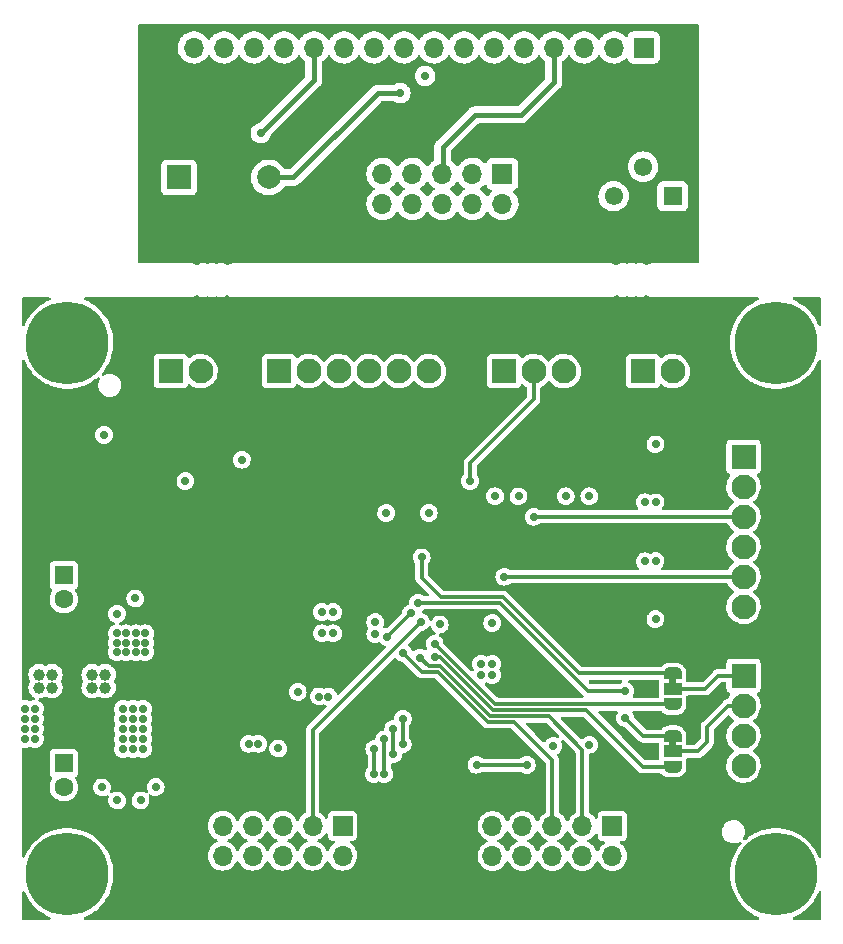
<source format=gbr>
%TF.GenerationSoftware,KiCad,Pcbnew,(6.0.6)*%
%TF.CreationDate,2022-12-21T22:14:54+09:00*%
%TF.ProjectId,SO2-GasSensor_DevelopmentKit_V1.0,534f322d-4761-4735-9365-6e736f725f44,rev?*%
%TF.SameCoordinates,Original*%
%TF.FileFunction,Copper,L4,Bot*%
%TF.FilePolarity,Positive*%
%FSLAX46Y46*%
G04 Gerber Fmt 4.6, Leading zero omitted, Abs format (unit mm)*
G04 Created by KiCad (PCBNEW (6.0.6)) date 2022-12-21 22:14:54*
%MOMM*%
%LPD*%
G01*
G04 APERTURE LIST*
G04 Aperture macros list*
%AMFreePoly0*
4,1,22,0.550000,-0.750000,0.000000,-0.750000,0.000000,-0.745033,-0.079941,-0.743568,-0.215256,-0.701293,-0.333266,-0.622738,-0.424486,-0.514219,-0.481581,-0.384460,-0.499164,-0.250000,-0.500000,-0.250000,-0.500000,0.250000,-0.499164,0.250000,-0.499963,0.256109,-0.478152,0.396186,-0.417904,0.524511,-0.324060,0.630769,-0.204165,0.706417,-0.067858,0.745374,0.000000,0.744959,0.000000,0.750000,
0.550000,0.750000,0.550000,-0.750000,0.550000,-0.750000,$1*%
%AMFreePoly1*
4,1,20,0.000000,0.744959,0.073905,0.744508,0.209726,0.703889,0.328688,0.626782,0.421226,0.519385,0.479903,0.390333,0.500000,0.250000,0.500000,-0.250000,0.499851,-0.262216,0.476331,-0.402017,0.414519,-0.529596,0.319384,-0.634700,0.198574,-0.708877,0.061801,-0.746166,0.000000,-0.745033,0.000000,-0.750000,-0.550000,-0.750000,-0.550000,0.750000,0.000000,0.750000,0.000000,0.744959,
0.000000,0.744959,$1*%
G04 Aperture macros list end*
%TA.AperFunction,ComponentPad*%
%ADD10R,2.100000X2.100000*%
%TD*%
%TA.AperFunction,ComponentPad*%
%ADD11C,2.100000*%
%TD*%
%TA.AperFunction,ComponentPad*%
%ADD12R,1.700000X1.700000*%
%TD*%
%TA.AperFunction,ComponentPad*%
%ADD13O,1.700000X1.700000*%
%TD*%
%TA.AperFunction,ComponentPad*%
%ADD14C,0.800000*%
%TD*%
%TA.AperFunction,ComponentPad*%
%ADD15C,7.000000*%
%TD*%
%TA.AperFunction,ComponentPad*%
%ADD16R,1.600000X1.600000*%
%TD*%
%TA.AperFunction,ComponentPad*%
%ADD17C,1.600000*%
%TD*%
%TA.AperFunction,ComponentPad*%
%ADD18R,1.550000X1.550000*%
%TD*%
%TA.AperFunction,ComponentPad*%
%ADD19C,1.550000*%
%TD*%
%TA.AperFunction,ComponentPad*%
%ADD20R,2.000000X2.000000*%
%TD*%
%TA.AperFunction,ComponentPad*%
%ADD21C,2.000000*%
%TD*%
%TA.AperFunction,SMDPad,CuDef*%
%ADD22FreePoly0,270.000000*%
%TD*%
%TA.AperFunction,SMDPad,CuDef*%
%ADD23R,1.500000X1.000000*%
%TD*%
%TA.AperFunction,SMDPad,CuDef*%
%ADD24FreePoly1,270.000000*%
%TD*%
%TA.AperFunction,ViaPad*%
%ADD25C,1.000000*%
%TD*%
%TA.AperFunction,ViaPad*%
%ADD26C,0.700000*%
%TD*%
%TA.AperFunction,Conductor*%
%ADD27C,0.400000*%
%TD*%
%TA.AperFunction,Conductor*%
%ADD28C,0.300000*%
%TD*%
G04 APERTURE END LIST*
%TO.C,JP1*%
G36*
X82550000Y-156700000D02*
G01*
X81950000Y-156700000D01*
X81950000Y-156200000D01*
X82550000Y-156200000D01*
X82550000Y-156700000D01*
G37*
%TO.C,JP2*%
G36*
X82550000Y-151400000D02*
G01*
X81950000Y-151400000D01*
X81950000Y-150900000D01*
X82550000Y-150900000D01*
X82550000Y-151400000D01*
G37*
%TD*%
D10*
%TO.P,J5,1,Pin_1*%
%TO.N,VCC*%
X67960000Y-124900000D03*
D11*
%TO.P,J5,2,Pin_2*%
%TO.N,/EXT_SW*%
X70500000Y-124900000D03*
%TO.P,J5,3,Pin_3*%
%TO.N,GND*%
X73040000Y-124900000D03*
%TD*%
D12*
%TO.P,J1,1,Pin_1*%
%TO.N,GND*%
X54300000Y-163400000D03*
D13*
%TO.P,J1,2,Pin_2*%
%TO.N,VCC*%
X54300000Y-165940000D03*
%TO.P,J1,3,Pin_3*%
%TO.N,/LCD_BU*%
X51760000Y-163400000D03*
%TO.P,J1,4,Pin_4*%
%TO.N,unconnected-(J1-Pad4)*%
X51760000Y-165940000D03*
%TO.P,J1,5,Pin_5*%
%TO.N,/LCD_RS*%
X49220000Y-163400000D03*
%TO.P,J1,6,Pin_6*%
%TO.N,/LCD_EN*%
X49220000Y-165940000D03*
%TO.P,J1,7,Pin_7*%
%TO.N,/LCD_D4*%
X46680000Y-163400000D03*
%TO.P,J1,8,Pin_8*%
%TO.N,/LCD_D5*%
X46680000Y-165940000D03*
%TO.P,J1,9,Pin_9*%
%TO.N,/LCD_D6*%
X44140000Y-163400000D03*
%TO.P,J1,10,Pin_10*%
%TO.N,/LCD_D7*%
X44140000Y-165940000D03*
%TD*%
D14*
%TO.P,H4,1,1*%
%TO.N,unconnected-(H4-Pad1)*%
X89143845Y-120643845D03*
D15*
X91000000Y-122500000D03*
D14*
X92856155Y-120643845D03*
X88375000Y-122500000D03*
X93625000Y-122500000D03*
X92856155Y-124356155D03*
X89143845Y-124356155D03*
X91000000Y-125125000D03*
X91000000Y-119875000D03*
%TD*%
D10*
%TO.P,J4,1,Pin_1*%
%TO.N,unconnected-(J4-Pad1)*%
X48920000Y-124900000D03*
D11*
%TO.P,J4,2,Pin_2*%
%TO.N,/RX*%
X51460000Y-124900000D03*
%TO.P,J4,3,Pin_3*%
%TO.N,/TX*%
X54000000Y-124900000D03*
%TO.P,J4,4,Pin_4*%
%TO.N,VCC*%
X56540000Y-124900000D03*
%TO.P,J4,5,Pin_5*%
%TO.N,unconnected-(J4-Pad5)*%
X59080000Y-124900000D03*
%TO.P,J4,6,Pin_6*%
%TO.N,GND*%
X61620000Y-124900000D03*
%TD*%
D12*
%TO.P,J9,1,Pin_1*%
%TO.N,GND1*%
X67840000Y-108200000D03*
D13*
%TO.P,J9,2,Pin_2*%
%TO.N,VDD*%
X67840000Y-110740000D03*
%TO.P,J9,3,Pin_3*%
%TO.N,/BU*%
X65300000Y-108200000D03*
%TO.P,J9,4,Pin_4*%
%TO.N,unconnected-(J9-Pad4)*%
X65300000Y-110740000D03*
%TO.P,J9,5,Pin_5*%
%TO.N,/RS*%
X62760000Y-108200000D03*
%TO.P,J9,6,Pin_6*%
%TO.N,/EN*%
X62760000Y-110740000D03*
%TO.P,J9,7,Pin_7*%
%TO.N,/D4*%
X60220000Y-108200000D03*
%TO.P,J9,8,Pin_8*%
%TO.N,/D5*%
X60220000Y-110740000D03*
%TO.P,J9,9,Pin_9*%
%TO.N,/D6*%
X57680000Y-108200000D03*
%TO.P,J9,10,Pin_10*%
%TO.N,/D7*%
X57680000Y-110740000D03*
%TD*%
D14*
%TO.P,H1,1,1*%
%TO.N,unconnected-(H1-Pad1)*%
X31000000Y-119875000D03*
X33625000Y-122500000D03*
X29143845Y-120643845D03*
X32856155Y-120643845D03*
X32856155Y-124356155D03*
X31000000Y-125125000D03*
D15*
X31000000Y-122500000D03*
D14*
X28375000Y-122500000D03*
X29143845Y-124356155D03*
%TD*%
D16*
%TO.P,C3,1*%
%TO.N,VCC*%
X30700000Y-158100000D03*
D17*
%TO.P,C3,2*%
%TO.N,GND*%
X30700000Y-160100000D03*
%TD*%
D10*
%TO.P,J2,1,Pin_1*%
%TO.N,VBUS*%
X39750000Y-124900000D03*
D11*
%TO.P,J2,2,Pin_2*%
%TO.N,GND*%
X42290000Y-124900000D03*
%TD*%
D12*
%TO.P,J6,1,Pin_1*%
%TO.N,/MOSI*%
X77150000Y-163410000D03*
D13*
%TO.P,J6,2,Pin_2*%
%TO.N,VCC*%
X77150000Y-165950000D03*
%TO.P,J6,3,Pin_3*%
%TO.N,/CS*%
X74610000Y-163410000D03*
%TO.P,J6,4,Pin_4*%
%TO.N,GND*%
X74610000Y-165950000D03*
%TO.P,J6,5,Pin_5*%
%TO.N,/RST*%
X72070000Y-163410000D03*
%TO.P,J6,6,Pin_6*%
%TO.N,GND*%
X72070000Y-165950000D03*
%TO.P,J6,7,Pin_7*%
%TO.N,/SCK*%
X69530000Y-163410000D03*
%TO.P,J6,8,Pin_8*%
%TO.N,GND*%
X69530000Y-165950000D03*
%TO.P,J6,9,Pin_9*%
%TO.N,/MISO*%
X66990000Y-163410000D03*
%TO.P,J6,10,Pin_10*%
%TO.N,GND*%
X66990000Y-165950000D03*
%TD*%
D10*
%TO.P,J7,1,Pin_1*%
%TO.N,VCC*%
X88250000Y-132150000D03*
D11*
%TO.P,J7,2,Pin_2*%
%TO.N,GND*%
X88250000Y-134690000D03*
%TO.P,J7,3,Pin_3*%
%TO.N,/OP1*%
X88250000Y-137230000D03*
%TO.P,J7,4,Pin_4*%
%TO.N,GND*%
X88250000Y-139770000D03*
%TO.P,J7,5,Pin_5*%
%TO.N,/OP2*%
X88250000Y-142310000D03*
%TO.P,J7,6,Pin_6*%
%TO.N,GND*%
X88250000Y-144850000D03*
%TD*%
D18*
%TO.P,RV1,1,1*%
%TO.N,GND1*%
X82250000Y-110090000D03*
D19*
%TO.P,RV1,2,2*%
%TO.N,Net-(J10-Pad3)*%
X79750000Y-107590000D03*
%TO.P,RV1,3,3*%
%TO.N,VDD*%
X77250000Y-110090000D03*
%TD*%
D10*
%TO.P,J8,1,Pin_1*%
%TO.N,/D_T*%
X88250000Y-150685000D03*
D11*
%TO.P,J8,2,Pin_2*%
%TO.N,/C_R*%
X88250000Y-153225000D03*
%TO.P,J8,3,Pin_3*%
%TO.N,GND*%
X88250000Y-155765000D03*
%TO.P,J8,4,Pin_4*%
%TO.N,VCC*%
X88250000Y-158305000D03*
%TD*%
D12*
%TO.P,J10,1,Pin_1*%
%TO.N,GND1*%
X79810000Y-97500000D03*
D13*
%TO.P,J10,2,Pin_2*%
%TO.N,VDD*%
X77270000Y-97500000D03*
%TO.P,J10,3,Pin_3*%
%TO.N,Net-(J10-Pad3)*%
X74730000Y-97500000D03*
%TO.P,J10,4,Pin_4*%
%TO.N,/RS*%
X72190000Y-97500000D03*
%TO.P,J10,5,Pin_5*%
%TO.N,GND1*%
X69650000Y-97500000D03*
%TO.P,J10,6,Pin_6*%
%TO.N,/EN*%
X67110000Y-97500000D03*
%TO.P,J10,7,Pin_7*%
%TO.N,unconnected-(J10-Pad7)*%
X64570000Y-97500000D03*
%TO.P,J10,8,Pin_8*%
%TO.N,unconnected-(J10-Pad8)*%
X62030000Y-97500000D03*
%TO.P,J10,9,Pin_9*%
%TO.N,unconnected-(J10-Pad9)*%
X59490000Y-97500000D03*
%TO.P,J10,10,Pin_10*%
%TO.N,unconnected-(J10-Pad10)*%
X56950000Y-97500000D03*
%TO.P,J10,11,Pin_11*%
%TO.N,/D4*%
X54410000Y-97500000D03*
%TO.P,J10,12,Pin_12*%
%TO.N,/D5*%
X51870000Y-97500000D03*
%TO.P,J10,13,Pin_13*%
%TO.N,/D6*%
X49330000Y-97500000D03*
%TO.P,J10,14,Pin_14*%
%TO.N,/D7*%
X46790000Y-97500000D03*
%TO.P,J10,15,Pin_15*%
%TO.N,Net-(J10-Pad15)*%
X44250000Y-97500000D03*
%TO.P,J10,16,Pin_16*%
%TO.N,GND1*%
X41710000Y-97500000D03*
%TD*%
D16*
%TO.P,C1,1*%
%TO.N,Net-(C1-Pad1)*%
X30700000Y-142200000D03*
D17*
%TO.P,C1,2*%
%TO.N,GND*%
X30700000Y-144200000D03*
%TD*%
D20*
%TO.P,BZ1,1,-*%
%TO.N,VDD*%
X40450000Y-108500000D03*
D21*
%TO.P,BZ1,2,+*%
%TO.N,Net-(BZ1-Pad2)*%
X48050000Y-108500000D03*
%TD*%
D14*
%TO.P,H2,1,1*%
%TO.N,unconnected-(H2-Pad1)*%
X29143845Y-169356155D03*
X31000000Y-164875000D03*
X28375000Y-167500000D03*
X31000000Y-170125000D03*
X29143845Y-165643845D03*
X32856155Y-165643845D03*
X32856155Y-169356155D03*
X33625000Y-167500000D03*
D15*
X31000000Y-167500000D03*
%TD*%
%TO.P,H3,1,1*%
%TO.N,unconnected-(H3-Pad1)*%
X91000000Y-167500000D03*
D14*
X88375000Y-167500000D03*
X92856155Y-169356155D03*
X89143845Y-165643845D03*
X92856155Y-165643845D03*
X91000000Y-164875000D03*
X89143845Y-169356155D03*
X93625000Y-167500000D03*
X91000000Y-170125000D03*
%TD*%
D10*
%TO.P,J3,1,Pin_1*%
%TO.N,Net-(C12-Pad1)*%
X79730000Y-124900000D03*
D11*
%TO.P,J3,2,Pin_2*%
%TO.N,GND*%
X82270000Y-124900000D03*
%TD*%
D22*
%TO.P,JP1,1*%
%TO.N,/SCL*%
X82250000Y-155800000D03*
D23*
%TO.P,JP1,2*%
%TO.N,/C_R*%
X82250000Y-157100000D03*
D24*
%TO.P,JP1,3*%
%TO.N,/SRX*%
X82250000Y-158400000D03*
%TD*%
D22*
%TO.P,JP2,1*%
%TO.N,/SDA*%
X82250000Y-150500000D03*
D23*
%TO.P,JP2,2*%
%TO.N,/D_T*%
X82250000Y-151800000D03*
D24*
%TO.P,JP2,3*%
%TO.N,/STX*%
X82250000Y-153100000D03*
%TD*%
D25*
%TO.N,*%
X34200000Y-151700000D03*
X33100000Y-151700000D03*
X28600000Y-151700000D03*
X33100000Y-150600000D03*
X29700000Y-150600000D03*
X28600000Y-150600000D03*
X29700000Y-151700000D03*
X34200000Y-150600000D03*
D26*
%TO.N,Net-(BZ1-Pad2)*%
X59200000Y-101360000D03*
%TO.N,GND*%
X35200000Y-148700000D03*
X48850000Y-156850000D03*
X80800000Y-136000000D03*
X50500000Y-152050000D03*
X36000000Y-148700000D03*
X58000000Y-136900000D03*
X66975000Y-150625000D03*
X37600000Y-148700000D03*
X80800000Y-140990000D03*
X79900000Y-136000000D03*
X52550000Y-147100000D03*
X36000000Y-147100000D03*
X37200000Y-161250000D03*
X72150000Y-156625000D03*
X41000000Y-134200000D03*
X80800000Y-131100000D03*
X36800000Y-148700000D03*
X52300000Y-152450000D03*
X36000000Y-147900000D03*
X53100000Y-152450000D03*
X61600000Y-136900000D03*
X47150000Y-156450000D03*
X46350000Y-156450000D03*
X52550000Y-145300000D03*
X66975000Y-149675000D03*
X75200000Y-135500000D03*
X36800000Y-147100000D03*
X80800000Y-145900000D03*
X35200000Y-147900000D03*
X37600000Y-147100000D03*
X35200000Y-147100000D03*
X36750000Y-144150000D03*
X79900000Y-141000000D03*
X33925000Y-160150000D03*
X57075000Y-146150000D03*
X66975000Y-146225000D03*
X34100000Y-130300000D03*
X62525000Y-146350000D03*
X35200000Y-145450000D03*
X38475000Y-160125000D03*
X37600000Y-147900000D03*
X35200000Y-161250000D03*
X36800000Y-147900000D03*
X57075000Y-147150000D03*
%TO.N,VCC*%
X75200000Y-156525000D03*
X66025000Y-149675000D03*
X35700000Y-155200000D03*
X27400000Y-154350000D03*
X36550000Y-156900000D03*
X45775000Y-132400000D03*
X36550000Y-155200000D03*
X37400000Y-154350000D03*
X28250000Y-156050000D03*
X27400000Y-155200000D03*
X36550000Y-156050000D03*
X53500000Y-145300000D03*
X73200000Y-135500000D03*
X27400000Y-153500000D03*
X36550000Y-154350000D03*
X37400000Y-153500000D03*
X69200000Y-135500000D03*
X28250000Y-154350000D03*
X35700000Y-156900000D03*
X66025000Y-150625000D03*
X27400000Y-156050000D03*
X36550000Y-153500000D03*
X37400000Y-156050000D03*
X37400000Y-155200000D03*
X28250000Y-153500000D03*
X67200000Y-135500000D03*
X37400000Y-156900000D03*
X35700000Y-154350000D03*
X53500000Y-147100000D03*
X28250000Y-155200000D03*
X35700000Y-153500000D03*
X35700000Y-156050000D03*
%TO.N,/OP2*%
X68000000Y-142300000D03*
%TO.N,/OP1*%
X70480000Y-137230000D03*
%TO.N,/LCD_BU*%
X60925000Y-146150000D03*
%TO.N,/LCD_RS*%
X57000000Y-156900000D03*
X56950000Y-159000000D03*
%TO.N,/LCD_EN*%
X57850000Y-159000000D03*
X57830378Y-156080378D03*
%TO.N,/LCD_D4*%
X58600000Y-157325000D03*
X58600000Y-155200000D03*
%TO.N,/LCD_D5*%
X59400000Y-154350000D03*
X59400000Y-156500000D03*
%TO.N,/EXT_SW*%
X65100000Y-134200000D03*
%TO.N,/MOSI*%
X69900000Y-158240000D03*
X65650000Y-158225000D03*
%TO.N,/CS*%
X60900000Y-149150000D03*
%TO.N,/RST*%
X58100000Y-147400000D03*
X60100000Y-145400000D03*
X59450000Y-148750000D03*
%TO.N,GND1*%
X61300000Y-99900000D03*
%TO.N,/D5*%
X47375000Y-104765000D03*
%TO.N,/SRX*%
X62100000Y-149100000D03*
%TO.N,/SCL*%
X60700000Y-144525000D03*
X78225000Y-154250000D03*
X78225000Y-151975000D03*
%TO.N,/STX*%
X62100000Y-147975000D03*
%TO.N,/SDA*%
X61000000Y-140675000D03*
%TD*%
D27*
%TO.N,Net-(BZ1-Pad2)*%
X59200000Y-101360000D02*
X57280000Y-101360000D01*
X50140000Y-108500000D02*
X48050000Y-108500000D01*
X57280000Y-101360000D02*
X50140000Y-108500000D01*
D28*
%TO.N,/OP2*%
X68000000Y-142300000D02*
X88240000Y-142300000D01*
X88240000Y-142300000D02*
X88250000Y-142310000D01*
%TO.N,/OP1*%
X88250000Y-137230000D02*
X70480000Y-137230000D01*
%TO.N,/LCD_BU*%
X51760000Y-155315000D02*
X51760000Y-163400000D01*
X60925000Y-146150000D02*
X51760000Y-155315000D01*
%TO.N,/LCD_RS*%
X57000000Y-158950497D02*
X57000000Y-156900000D01*
X56950497Y-159000000D02*
X57000000Y-158950497D01*
%TO.N,/LCD_EN*%
X57850000Y-156100000D02*
X57830378Y-156080378D01*
X57850000Y-159000000D02*
X57850000Y-156100000D01*
%TO.N,/LCD_D4*%
X58600000Y-157325000D02*
X58600000Y-155200000D01*
%TO.N,/LCD_D5*%
X59400000Y-156500000D02*
X59400000Y-154300000D01*
%TO.N,/EXT_SW*%
X70500000Y-124900000D02*
X70500000Y-127300000D01*
X70500000Y-127300000D02*
X65100000Y-132700000D01*
X65100000Y-132700000D02*
X65100000Y-134200000D01*
%TO.N,/MOSI*%
X65675000Y-158250000D02*
X69875000Y-158250000D01*
X65650000Y-158225000D02*
X65675000Y-158250000D01*
%TO.N,/CS*%
X61600000Y-149850000D02*
X62560788Y-149850000D01*
X62560788Y-149850000D02*
X66810786Y-154100000D01*
X74610000Y-156960000D02*
X74610000Y-163410000D01*
X71750000Y-154100000D02*
X74610000Y-156960000D01*
X66810786Y-154100000D02*
X71750000Y-154100000D01*
X60900000Y-149150000D02*
X61600000Y-149850000D01*
%TO.N,/RST*%
X59450000Y-148760661D02*
X61039339Y-150350000D01*
X61039339Y-150350000D02*
X62350000Y-150350000D01*
X60100000Y-145400000D02*
X58100000Y-147400000D01*
X72070000Y-157820000D02*
X68850000Y-154600000D01*
X66600000Y-154600000D02*
X68850000Y-154600000D01*
X62350000Y-150350000D02*
X66600000Y-154600000D01*
X59450000Y-148750000D02*
X59450000Y-148760661D01*
X72070000Y-163410000D02*
X72070000Y-157820000D01*
%TO.N,/D_T*%
X86115000Y-150685000D02*
X85000000Y-151800000D01*
X85000000Y-151800000D02*
X82250000Y-151800000D01*
X88250000Y-150685000D02*
X86115000Y-150685000D01*
%TO.N,/C_R*%
X84375000Y-157100000D02*
X85175000Y-156300000D01*
X85175000Y-156300000D02*
X85175000Y-155000000D01*
X86950000Y-153225000D02*
X88250000Y-153225000D01*
X85175000Y-155000000D02*
X86950000Y-153225000D01*
X82250000Y-157100000D02*
X84375000Y-157100000D01*
D27*
%TO.N,/RS*%
X72190000Y-100410000D02*
X69400000Y-103200000D01*
X65500000Y-103200000D02*
X62770000Y-105930000D01*
X69400000Y-103200000D02*
X65500000Y-103200000D01*
X72190000Y-97500000D02*
X72190000Y-100410000D01*
X62770000Y-105930000D02*
X62770000Y-108200000D01*
%TO.N,/D5*%
X51870000Y-97500000D02*
X51870000Y-100270000D01*
X51870000Y-100270000D02*
X47375000Y-104765000D01*
D28*
%TO.N,/SRX*%
X67017893Y-153600000D02*
X62517894Y-149100000D01*
X62517894Y-149100000D02*
X62100000Y-149100000D01*
X74950000Y-153600000D02*
X67017893Y-153600000D01*
X82250000Y-158400000D02*
X79750000Y-158400000D01*
X79750000Y-158400000D02*
X74950000Y-153600000D01*
%TO.N,/SCL*%
X79775000Y-155800000D02*
X82250000Y-155800000D01*
X75100000Y-151975000D02*
X78225000Y-151975000D01*
X60700000Y-144525000D02*
X67650000Y-144525000D01*
X67650000Y-144525000D02*
X69675000Y-146550000D01*
X78225000Y-154250000D02*
X79775000Y-155800000D01*
X69675000Y-146550000D02*
X75100000Y-151975000D01*
%TO.N,/STX*%
X82250000Y-153100000D02*
X67225000Y-153100000D01*
X67225000Y-153100000D02*
X62100000Y-147975000D01*
%TO.N,/SDA*%
X61000000Y-140675000D02*
X61000000Y-142400000D01*
X74332106Y-150500000D02*
X82250000Y-150500000D01*
X61000000Y-142400000D02*
X62625000Y-144025000D01*
X62625000Y-144025000D02*
X67857106Y-144025000D01*
X67857106Y-144025000D02*
X74332106Y-150500000D01*
%TD*%
%TA.AperFunction,NonConductor*%
G36*
X64112026Y-108875144D02*
G01*
X64139875Y-108906994D01*
X64199987Y-109005088D01*
X64346250Y-109173938D01*
X64518126Y-109316632D01*
X64588595Y-109357811D01*
X64591445Y-109359476D01*
X64640169Y-109411114D01*
X64653240Y-109480897D01*
X64626509Y-109546669D01*
X64586055Y-109580027D01*
X64573607Y-109586507D01*
X64569474Y-109589610D01*
X64569471Y-109589612D01*
X64445567Y-109682642D01*
X64394965Y-109720635D01*
X64240629Y-109882138D01*
X64133201Y-110039621D01*
X64078293Y-110084621D01*
X64007768Y-110092792D01*
X63944021Y-110061538D01*
X63923324Y-110037054D01*
X63842822Y-109912617D01*
X63842820Y-109912614D01*
X63840014Y-109908277D01*
X63689670Y-109743051D01*
X63685619Y-109739852D01*
X63685615Y-109739848D01*
X63518414Y-109607800D01*
X63518410Y-109607798D01*
X63514359Y-109604598D01*
X63473053Y-109581796D01*
X63423084Y-109531364D01*
X63408312Y-109461921D01*
X63433428Y-109395516D01*
X63460780Y-109368909D01*
X63504603Y-109337650D01*
X63639860Y-109241173D01*
X63668926Y-109212209D01*
X63746231Y-109135173D01*
X63798096Y-109083489D01*
X63803894Y-109075421D01*
X63928453Y-108902077D01*
X63929776Y-108903028D01*
X63976645Y-108859857D01*
X64046580Y-108847625D01*
X64112026Y-108875144D01*
G37*
%TD.AperFunction*%
%TA.AperFunction,NonConductor*%
G36*
X59032026Y-108875144D02*
G01*
X59059875Y-108906994D01*
X59119987Y-109005088D01*
X59266250Y-109173938D01*
X59438126Y-109316632D01*
X59508595Y-109357811D01*
X59511445Y-109359476D01*
X59560169Y-109411114D01*
X59573240Y-109480897D01*
X59546509Y-109546669D01*
X59506055Y-109580027D01*
X59493607Y-109586507D01*
X59489474Y-109589610D01*
X59489471Y-109589612D01*
X59365567Y-109682642D01*
X59314965Y-109720635D01*
X59160629Y-109882138D01*
X59053201Y-110039621D01*
X58998293Y-110084621D01*
X58927768Y-110092792D01*
X58864021Y-110061538D01*
X58843324Y-110037054D01*
X58762822Y-109912617D01*
X58762820Y-109912614D01*
X58760014Y-109908277D01*
X58609670Y-109743051D01*
X58605619Y-109739852D01*
X58605615Y-109739848D01*
X58438414Y-109607800D01*
X58438410Y-109607798D01*
X58434359Y-109604598D01*
X58393053Y-109581796D01*
X58343084Y-109531364D01*
X58328312Y-109461921D01*
X58353428Y-109395516D01*
X58380780Y-109368909D01*
X58424603Y-109337650D01*
X58559860Y-109241173D01*
X58588926Y-109212209D01*
X58666231Y-109135173D01*
X58718096Y-109083489D01*
X58723894Y-109075421D01*
X58848453Y-108902077D01*
X58849776Y-108903028D01*
X58896645Y-108859857D01*
X58966580Y-108847625D01*
X59032026Y-108875144D01*
G37*
%TD.AperFunction*%
%TA.AperFunction,NonConductor*%
G36*
X66421268Y-109104592D02*
G01*
X66478030Y-109147238D01*
X66495012Y-109178341D01*
X66500546Y-109193102D01*
X66539385Y-109296705D01*
X66626739Y-109413261D01*
X66743295Y-109500615D01*
X66751704Y-109503767D01*
X66751705Y-109503768D01*
X66860451Y-109544535D01*
X66917216Y-109587176D01*
X66941916Y-109653738D01*
X66926709Y-109723087D01*
X66907316Y-109749568D01*
X66780629Y-109882138D01*
X66673201Y-110039621D01*
X66618293Y-110084621D01*
X66547768Y-110092792D01*
X66484021Y-110061538D01*
X66463324Y-110037054D01*
X66382822Y-109912617D01*
X66382820Y-109912614D01*
X66380014Y-109908277D01*
X66229670Y-109743051D01*
X66225619Y-109739852D01*
X66225615Y-109739848D01*
X66058414Y-109607800D01*
X66058410Y-109607798D01*
X66054359Y-109604598D01*
X66013053Y-109581796D01*
X65963084Y-109531364D01*
X65948312Y-109461921D01*
X65973428Y-109395516D01*
X66000780Y-109368909D01*
X66044603Y-109337650D01*
X66179860Y-109241173D01*
X66288091Y-109133319D01*
X66350462Y-109099404D01*
X66421268Y-109104592D01*
G37*
%TD.AperFunction*%
%TA.AperFunction,NonConductor*%
G36*
X61572026Y-108875144D02*
G01*
X61599875Y-108906994D01*
X61659987Y-109005088D01*
X61806250Y-109173938D01*
X61978126Y-109316632D01*
X62048595Y-109357811D01*
X62051445Y-109359476D01*
X62100169Y-109411114D01*
X62113240Y-109480897D01*
X62086509Y-109546669D01*
X62046055Y-109580027D01*
X62033607Y-109586507D01*
X62029474Y-109589610D01*
X62029471Y-109589612D01*
X61905567Y-109682642D01*
X61854965Y-109720635D01*
X61700629Y-109882138D01*
X61593201Y-110039621D01*
X61538293Y-110084621D01*
X61467768Y-110092792D01*
X61404021Y-110061538D01*
X61383324Y-110037054D01*
X61302822Y-109912617D01*
X61302820Y-109912614D01*
X61300014Y-109908277D01*
X61149670Y-109743051D01*
X61145619Y-109739852D01*
X61145615Y-109739848D01*
X60978414Y-109607800D01*
X60978410Y-109607798D01*
X60974359Y-109604598D01*
X60933053Y-109581796D01*
X60883084Y-109531364D01*
X60868312Y-109461921D01*
X60893428Y-109395516D01*
X60920780Y-109368909D01*
X60964603Y-109337650D01*
X61099860Y-109241173D01*
X61128926Y-109212209D01*
X61206231Y-109135173D01*
X61258096Y-109083489D01*
X61263894Y-109075421D01*
X61388453Y-108902077D01*
X61389776Y-108903028D01*
X61436645Y-108859857D01*
X61506580Y-108847625D01*
X61572026Y-108875144D01*
G37*
%TD.AperFunction*%
%TA.AperFunction,NonConductor*%
G36*
X84433621Y-95528502D02*
G01*
X84480114Y-95582158D01*
X84491500Y-95634500D01*
X84491500Y-115615454D01*
X84471498Y-115683575D01*
X84417842Y-115730068D01*
X84365492Y-115741454D01*
X80803260Y-115741192D01*
X80782366Y-115739445D01*
X80767354Y-115736919D01*
X80767342Y-115736918D01*
X80762552Y-115736112D01*
X80756475Y-115736038D01*
X80754865Y-115736018D01*
X80754861Y-115736018D01*
X80750000Y-115735959D01*
X80745148Y-115736654D01*
X80745104Y-115736660D01*
X80737213Y-115737536D01*
X80516349Y-115755057D01*
X80516347Y-115755057D01*
X80511372Y-115755452D01*
X80506524Y-115756626D01*
X80506521Y-115756626D01*
X80495417Y-115759314D01*
X80278713Y-115811770D01*
X80274107Y-115813695D01*
X80274097Y-115813698D01*
X80077010Y-115896057D01*
X80006444Y-115903867D01*
X79946851Y-115875827D01*
X79933715Y-115864667D01*
X79835805Y-115814671D01*
X79782708Y-115787558D01*
X79782706Y-115787557D01*
X79776192Y-115784231D01*
X79769087Y-115782492D01*
X79769083Y-115782491D01*
X79674363Y-115759314D01*
X79604390Y-115742192D01*
X79598788Y-115741844D01*
X79598785Y-115741844D01*
X79595175Y-115741620D01*
X79595165Y-115741620D01*
X79593236Y-115741500D01*
X79465707Y-115741500D01*
X79395964Y-115749631D01*
X79341589Y-115755970D01*
X79341585Y-115755971D01*
X79334319Y-115756818D01*
X79327444Y-115759313D01*
X79327442Y-115759314D01*
X79174338Y-115814889D01*
X79103480Y-115819330D01*
X79074044Y-115808666D01*
X79032712Y-115787560D01*
X79032707Y-115787558D01*
X79026192Y-115784231D01*
X78854390Y-115742192D01*
X78848788Y-115741844D01*
X78848785Y-115741844D01*
X78845175Y-115741620D01*
X78845165Y-115741620D01*
X78843236Y-115741500D01*
X78715707Y-115741500D01*
X78645964Y-115749631D01*
X78591589Y-115755970D01*
X78591585Y-115755971D01*
X78584319Y-115756818D01*
X78577444Y-115759313D01*
X78577442Y-115759314D01*
X78424338Y-115814889D01*
X78353480Y-115819330D01*
X78324044Y-115808666D01*
X78282712Y-115787560D01*
X78282707Y-115787558D01*
X78276192Y-115784231D01*
X78104390Y-115742192D01*
X78098788Y-115741844D01*
X78098785Y-115741844D01*
X78095175Y-115741620D01*
X78095165Y-115741620D01*
X78093236Y-115741500D01*
X77965707Y-115741500D01*
X77895964Y-115749631D01*
X77841589Y-115755970D01*
X77841585Y-115755971D01*
X77834319Y-115756818D01*
X77827444Y-115759313D01*
X77827442Y-115759314D01*
X77674939Y-115814671D01*
X77668063Y-115817167D01*
X77555170Y-115891183D01*
X77554845Y-115891396D01*
X77486910Y-115912019D01*
X77437182Y-115902282D01*
X77238665Y-115819330D01*
X77225864Y-115813981D01*
X77225862Y-115813980D01*
X77221264Y-115812059D01*
X77095154Y-115781535D01*
X76993496Y-115756930D01*
X76993494Y-115756930D01*
X76988649Y-115755757D01*
X76924645Y-115750681D01*
X76783928Y-115739520D01*
X76772993Y-115738169D01*
X76767418Y-115737231D01*
X76767415Y-115737231D01*
X76762619Y-115736424D01*
X76756204Y-115736346D01*
X76754926Y-115736330D01*
X76754923Y-115736330D01*
X76750067Y-115736271D01*
X76745259Y-115736960D01*
X76745254Y-115736960D01*
X76722447Y-115740227D01*
X76704582Y-115741500D01*
X74477761Y-115741500D01*
X62978690Y-115741188D01*
X62978686Y-115741188D01*
X47589628Y-115739943D01*
X47589492Y-115739938D01*
X47589332Y-115739913D01*
X47588851Y-115739913D01*
X47550465Y-115739939D01*
X47549657Y-115739940D01*
X47544084Y-115739940D01*
X47514066Y-115739937D01*
X47513590Y-115739937D01*
X47513431Y-115739960D01*
X47513298Y-115739965D01*
X46879041Y-115740395D01*
X45303354Y-115741464D01*
X45282368Y-115739718D01*
X45262788Y-115736424D01*
X45256791Y-115736351D01*
X45255104Y-115736330D01*
X45255100Y-115736330D01*
X45250236Y-115736271D01*
X45245413Y-115736961D01*
X45245405Y-115736962D01*
X45237521Y-115737838D01*
X45016611Y-115755363D01*
X45011607Y-115755760D01*
X45006752Y-115756935D01*
X45006753Y-115756935D01*
X44785070Y-115810595D01*
X44778947Y-115812077D01*
X44577326Y-115896329D01*
X44506763Y-115904138D01*
X44447170Y-115876098D01*
X44433715Y-115864667D01*
X44335805Y-115814671D01*
X44282708Y-115787558D01*
X44282706Y-115787557D01*
X44276192Y-115784231D01*
X44269087Y-115782492D01*
X44269083Y-115782491D01*
X44174363Y-115759314D01*
X44104390Y-115742192D01*
X44098788Y-115741844D01*
X44098785Y-115741844D01*
X44095175Y-115741620D01*
X44095165Y-115741620D01*
X44093236Y-115741500D01*
X43965707Y-115741500D01*
X43895964Y-115749631D01*
X43841589Y-115755970D01*
X43841585Y-115755971D01*
X43834319Y-115756818D01*
X43827444Y-115759313D01*
X43827442Y-115759314D01*
X43674338Y-115814889D01*
X43603480Y-115819330D01*
X43574044Y-115808666D01*
X43532712Y-115787560D01*
X43532707Y-115787558D01*
X43526192Y-115784231D01*
X43354390Y-115742192D01*
X43348788Y-115741844D01*
X43348785Y-115741844D01*
X43345175Y-115741620D01*
X43345165Y-115741620D01*
X43343236Y-115741500D01*
X43215707Y-115741500D01*
X43145964Y-115749631D01*
X43091589Y-115755970D01*
X43091585Y-115755971D01*
X43084319Y-115756818D01*
X43077444Y-115759313D01*
X43077442Y-115759314D01*
X42924338Y-115814889D01*
X42853480Y-115819330D01*
X42824044Y-115808666D01*
X42782712Y-115787560D01*
X42782707Y-115787558D01*
X42776192Y-115784231D01*
X42604390Y-115742192D01*
X42598788Y-115741844D01*
X42598785Y-115741844D01*
X42595175Y-115741620D01*
X42595165Y-115741620D01*
X42593236Y-115741500D01*
X42465707Y-115741500D01*
X42395964Y-115749631D01*
X42341589Y-115755970D01*
X42341585Y-115755971D01*
X42334319Y-115756818D01*
X42327444Y-115759313D01*
X42327442Y-115759314D01*
X42174939Y-115814671D01*
X42168063Y-115817167D01*
X42161946Y-115821178D01*
X42161943Y-115821179D01*
X42055169Y-115891183D01*
X41987233Y-115911806D01*
X41937634Y-115900140D01*
X41936963Y-115901760D01*
X41722167Y-115812789D01*
X41722165Y-115812788D01*
X41717594Y-115810895D01*
X41620388Y-115787558D01*
X41491524Y-115756620D01*
X41491518Y-115756619D01*
X41486711Y-115755465D01*
X41283704Y-115739488D01*
X41272684Y-115738129D01*
X41267356Y-115737232D01*
X41267351Y-115737232D01*
X41262552Y-115736424D01*
X41256059Y-115736345D01*
X41254860Y-115736330D01*
X41254857Y-115736330D01*
X41250000Y-115736271D01*
X41227313Y-115739520D01*
X41222376Y-115740227D01*
X41204514Y-115741500D01*
X37134500Y-115741500D01*
X37066379Y-115721498D01*
X37019886Y-115667842D01*
X37008500Y-115615500D01*
X37008500Y-109548134D01*
X38941500Y-109548134D01*
X38948255Y-109610316D01*
X38999385Y-109746705D01*
X39086739Y-109863261D01*
X39203295Y-109950615D01*
X39339684Y-110001745D01*
X39401866Y-110008500D01*
X41498134Y-110008500D01*
X41560316Y-110001745D01*
X41696705Y-109950615D01*
X41813261Y-109863261D01*
X41900615Y-109746705D01*
X41951745Y-109610316D01*
X41958500Y-109548134D01*
X41958500Y-108500000D01*
X46536835Y-108500000D01*
X46555465Y-108736711D01*
X46556619Y-108741518D01*
X46556620Y-108741524D01*
X46591640Y-108887391D01*
X46610895Y-108967594D01*
X46612788Y-108972165D01*
X46612789Y-108972167D01*
X46698189Y-109178341D01*
X46701760Y-109186963D01*
X46704346Y-109191183D01*
X46823241Y-109385202D01*
X46823245Y-109385208D01*
X46825824Y-109389416D01*
X46920797Y-109500615D01*
X46970236Y-109558500D01*
X46980031Y-109569969D01*
X47160584Y-109724176D01*
X47164792Y-109726755D01*
X47164798Y-109726759D01*
X47358817Y-109845654D01*
X47363037Y-109848240D01*
X47367607Y-109850133D01*
X47367611Y-109850135D01*
X47577833Y-109937211D01*
X47582406Y-109939105D01*
X47630349Y-109950615D01*
X47808476Y-109993380D01*
X47808482Y-109993381D01*
X47813289Y-109994535D01*
X48050000Y-110013165D01*
X48286711Y-109994535D01*
X48291518Y-109993381D01*
X48291524Y-109993380D01*
X48469651Y-109950615D01*
X48517594Y-109939105D01*
X48522167Y-109937211D01*
X48732389Y-109850135D01*
X48732393Y-109850133D01*
X48736963Y-109848240D01*
X48741183Y-109845654D01*
X48935202Y-109726759D01*
X48935208Y-109726755D01*
X48939416Y-109724176D01*
X49119969Y-109569969D01*
X49129765Y-109558500D01*
X49179203Y-109500615D01*
X49274176Y-109389416D01*
X49276758Y-109385202D01*
X49276765Y-109385193D01*
X49348174Y-109268665D01*
X49400821Y-109221034D01*
X49455606Y-109208500D01*
X50111088Y-109208500D01*
X50119658Y-109208792D01*
X50169776Y-109212209D01*
X50169780Y-109212209D01*
X50177352Y-109212725D01*
X50184829Y-109211420D01*
X50184830Y-109211420D01*
X50223425Y-109204684D01*
X50240303Y-109201738D01*
X50246821Y-109200777D01*
X50310242Y-109193102D01*
X50317343Y-109190419D01*
X50319952Y-109189778D01*
X50336262Y-109185315D01*
X50338798Y-109184550D01*
X50346284Y-109183243D01*
X50404800Y-109157556D01*
X50410904Y-109155065D01*
X50463548Y-109135173D01*
X50463549Y-109135172D01*
X50470656Y-109132487D01*
X50476919Y-109128183D01*
X50479285Y-109126946D01*
X50494097Y-109118701D01*
X50496351Y-109117368D01*
X50503305Y-109114315D01*
X50554002Y-109075413D01*
X50559332Y-109071541D01*
X50605720Y-109039661D01*
X50605725Y-109039656D01*
X50611981Y-109035357D01*
X50653436Y-108988829D01*
X50658416Y-108983554D01*
X57536565Y-102105405D01*
X57598877Y-102071379D01*
X57625660Y-102068500D01*
X58673659Y-102068500D01*
X58747720Y-102092564D01*
X58768385Y-102107578D01*
X58774413Y-102110262D01*
X58774415Y-102110263D01*
X58927217Y-102178295D01*
X58933248Y-102180980D01*
X59021508Y-102199740D01*
X59103311Y-102217128D01*
X59103315Y-102217128D01*
X59109768Y-102218500D01*
X59290232Y-102218500D01*
X59296685Y-102217128D01*
X59296689Y-102217128D01*
X59378492Y-102199740D01*
X59466752Y-102180980D01*
X59472783Y-102178295D01*
X59625585Y-102110263D01*
X59625587Y-102110262D01*
X59631615Y-102107578D01*
X59777613Y-102001504D01*
X59898367Y-101867393D01*
X59988599Y-101711107D01*
X60044365Y-101539475D01*
X60063229Y-101360000D01*
X60044365Y-101180525D01*
X59988599Y-101008893D01*
X59898367Y-100852607D01*
X59882787Y-100835303D01*
X59782035Y-100723407D01*
X59782034Y-100723406D01*
X59777613Y-100718496D01*
X59755516Y-100702441D01*
X59636957Y-100616303D01*
X59636956Y-100616302D01*
X59631615Y-100612422D01*
X59625587Y-100609738D01*
X59625585Y-100609737D01*
X59472783Y-100541705D01*
X59472781Y-100541705D01*
X59466752Y-100539020D01*
X59366114Y-100517629D01*
X59296689Y-100502872D01*
X59296685Y-100502872D01*
X59290232Y-100501500D01*
X59109768Y-100501500D01*
X59103315Y-100502872D01*
X59103311Y-100502872D01*
X59033886Y-100517629D01*
X58933248Y-100539020D01*
X58927219Y-100541704D01*
X58927217Y-100541705D01*
X58774416Y-100609737D01*
X58774414Y-100609738D01*
X58768386Y-100612422D01*
X58763045Y-100616302D01*
X58763044Y-100616303D01*
X58747721Y-100627436D01*
X58673660Y-100651500D01*
X57308927Y-100651500D01*
X57300358Y-100651208D01*
X57250225Y-100647790D01*
X57250221Y-100647790D01*
X57242648Y-100647274D01*
X57179681Y-100658264D01*
X57173169Y-100659224D01*
X57109758Y-100666898D01*
X57102657Y-100669581D01*
X57100048Y-100670222D01*
X57083715Y-100674691D01*
X57081195Y-100675452D01*
X57073717Y-100676757D01*
X57066765Y-100679809D01*
X57066764Y-100679809D01*
X57015204Y-100702441D01*
X57009099Y-100704932D01*
X56956456Y-100724825D01*
X56956452Y-100724827D01*
X56949344Y-100727513D01*
X56943083Y-100731816D01*
X56940717Y-100733053D01*
X56925937Y-100741280D01*
X56923652Y-100742631D01*
X56916695Y-100745685D01*
X56910675Y-100750305D01*
X56910669Y-100750308D01*
X56879542Y-100774194D01*
X56865998Y-100784587D01*
X56860668Y-100788459D01*
X56814280Y-100820339D01*
X56814275Y-100820344D01*
X56808019Y-100824643D01*
X56802968Y-100830313D01*
X56802966Y-100830314D01*
X56766565Y-100871170D01*
X56761584Y-100876446D01*
X49883435Y-107754595D01*
X49821123Y-107788621D01*
X49794340Y-107791500D01*
X49455606Y-107791500D01*
X49387485Y-107771498D01*
X49348174Y-107731335D01*
X49276765Y-107614807D01*
X49276758Y-107614797D01*
X49274176Y-107610584D01*
X49119969Y-107430031D01*
X48939416Y-107275824D01*
X48935208Y-107273245D01*
X48935202Y-107273241D01*
X48741183Y-107154346D01*
X48736963Y-107151760D01*
X48732393Y-107149867D01*
X48732389Y-107149865D01*
X48522167Y-107062789D01*
X48522165Y-107062788D01*
X48517594Y-107060895D01*
X48437391Y-107041640D01*
X48291524Y-107006620D01*
X48291518Y-107006619D01*
X48286711Y-107005465D01*
X48050000Y-106986835D01*
X47813289Y-107005465D01*
X47808482Y-107006619D01*
X47808476Y-107006620D01*
X47662609Y-107041640D01*
X47582406Y-107060895D01*
X47577835Y-107062788D01*
X47577833Y-107062789D01*
X47367611Y-107149865D01*
X47367607Y-107149867D01*
X47363037Y-107151760D01*
X47358817Y-107154346D01*
X47164798Y-107273241D01*
X47164792Y-107273245D01*
X47160584Y-107275824D01*
X46980031Y-107430031D01*
X46825824Y-107610584D01*
X46823245Y-107614792D01*
X46823241Y-107614798D01*
X46764040Y-107711406D01*
X46701760Y-107813037D01*
X46699867Y-107817607D01*
X46699865Y-107817611D01*
X46612789Y-108027833D01*
X46610895Y-108032406D01*
X46609740Y-108037218D01*
X46561366Y-108238710D01*
X46555465Y-108263289D01*
X46536835Y-108500000D01*
X41958500Y-108500000D01*
X41958500Y-107451866D01*
X41951745Y-107389684D01*
X41900615Y-107253295D01*
X41813261Y-107136739D01*
X41696705Y-107049385D01*
X41560316Y-106998255D01*
X41498134Y-106991500D01*
X39401866Y-106991500D01*
X39339684Y-106998255D01*
X39203295Y-107049385D01*
X39086739Y-107136739D01*
X38999385Y-107253295D01*
X38948255Y-107389684D01*
X38941500Y-107451866D01*
X38941500Y-109548134D01*
X37008500Y-109548134D01*
X37008500Y-97466695D01*
X40347251Y-97466695D01*
X40360110Y-97689715D01*
X40361247Y-97694761D01*
X40361248Y-97694767D01*
X40385304Y-97801508D01*
X40409222Y-97907639D01*
X40493266Y-98114616D01*
X40530685Y-98175678D01*
X40607291Y-98300688D01*
X40609987Y-98305088D01*
X40756250Y-98473938D01*
X40928126Y-98616632D01*
X41121000Y-98729338D01*
X41125825Y-98731180D01*
X41125826Y-98731181D01*
X41198612Y-98758975D01*
X41329692Y-98809030D01*
X41334760Y-98810061D01*
X41334763Y-98810062D01*
X41442017Y-98831883D01*
X41548597Y-98853567D01*
X41553772Y-98853757D01*
X41553774Y-98853757D01*
X41766673Y-98861564D01*
X41766677Y-98861564D01*
X41771837Y-98861753D01*
X41776957Y-98861097D01*
X41776959Y-98861097D01*
X41988288Y-98834025D01*
X41988289Y-98834025D01*
X41993416Y-98833368D01*
X41998366Y-98831883D01*
X42202429Y-98770661D01*
X42202434Y-98770659D01*
X42207384Y-98769174D01*
X42407994Y-98670896D01*
X42589860Y-98541173D01*
X42748096Y-98383489D01*
X42807594Y-98300689D01*
X42878453Y-98202077D01*
X42879776Y-98203028D01*
X42926645Y-98159857D01*
X42996580Y-98147625D01*
X43062026Y-98175144D01*
X43089875Y-98206994D01*
X43149987Y-98305088D01*
X43296250Y-98473938D01*
X43468126Y-98616632D01*
X43661000Y-98729338D01*
X43665825Y-98731180D01*
X43665826Y-98731181D01*
X43738612Y-98758975D01*
X43869692Y-98809030D01*
X43874760Y-98810061D01*
X43874763Y-98810062D01*
X43982017Y-98831883D01*
X44088597Y-98853567D01*
X44093772Y-98853757D01*
X44093774Y-98853757D01*
X44306673Y-98861564D01*
X44306677Y-98861564D01*
X44311837Y-98861753D01*
X44316957Y-98861097D01*
X44316959Y-98861097D01*
X44528288Y-98834025D01*
X44528289Y-98834025D01*
X44533416Y-98833368D01*
X44538366Y-98831883D01*
X44742429Y-98770661D01*
X44742434Y-98770659D01*
X44747384Y-98769174D01*
X44947994Y-98670896D01*
X45129860Y-98541173D01*
X45288096Y-98383489D01*
X45347594Y-98300689D01*
X45418453Y-98202077D01*
X45419776Y-98203028D01*
X45466645Y-98159857D01*
X45536580Y-98147625D01*
X45602026Y-98175144D01*
X45629875Y-98206994D01*
X45689987Y-98305088D01*
X45836250Y-98473938D01*
X46008126Y-98616632D01*
X46201000Y-98729338D01*
X46205825Y-98731180D01*
X46205826Y-98731181D01*
X46278612Y-98758975D01*
X46409692Y-98809030D01*
X46414760Y-98810061D01*
X46414763Y-98810062D01*
X46522017Y-98831883D01*
X46628597Y-98853567D01*
X46633772Y-98853757D01*
X46633774Y-98853757D01*
X46846673Y-98861564D01*
X46846677Y-98861564D01*
X46851837Y-98861753D01*
X46856957Y-98861097D01*
X46856959Y-98861097D01*
X47068288Y-98834025D01*
X47068289Y-98834025D01*
X47073416Y-98833368D01*
X47078366Y-98831883D01*
X47282429Y-98770661D01*
X47282434Y-98770659D01*
X47287384Y-98769174D01*
X47487994Y-98670896D01*
X47669860Y-98541173D01*
X47828096Y-98383489D01*
X47887594Y-98300689D01*
X47958453Y-98202077D01*
X47959776Y-98203028D01*
X48006645Y-98159857D01*
X48076580Y-98147625D01*
X48142026Y-98175144D01*
X48169875Y-98206994D01*
X48229987Y-98305088D01*
X48376250Y-98473938D01*
X48548126Y-98616632D01*
X48741000Y-98729338D01*
X48745825Y-98731180D01*
X48745826Y-98731181D01*
X48818612Y-98758975D01*
X48949692Y-98809030D01*
X48954760Y-98810061D01*
X48954763Y-98810062D01*
X49062017Y-98831883D01*
X49168597Y-98853567D01*
X49173772Y-98853757D01*
X49173774Y-98853757D01*
X49386673Y-98861564D01*
X49386677Y-98861564D01*
X49391837Y-98861753D01*
X49396957Y-98861097D01*
X49396959Y-98861097D01*
X49608288Y-98834025D01*
X49608289Y-98834025D01*
X49613416Y-98833368D01*
X49618366Y-98831883D01*
X49822429Y-98770661D01*
X49822434Y-98770659D01*
X49827384Y-98769174D01*
X50027994Y-98670896D01*
X50209860Y-98541173D01*
X50368096Y-98383489D01*
X50427594Y-98300689D01*
X50498453Y-98202077D01*
X50499776Y-98203028D01*
X50546645Y-98159857D01*
X50616580Y-98147625D01*
X50682026Y-98175144D01*
X50709875Y-98206994D01*
X50769987Y-98305088D01*
X50916250Y-98473938D01*
X51088126Y-98616632D01*
X51099070Y-98623027D01*
X51147793Y-98674664D01*
X51161500Y-98731815D01*
X51161500Y-99924340D01*
X51141498Y-99992461D01*
X51124595Y-100013435D01*
X47243553Y-103894477D01*
X47180656Y-103928628D01*
X47114712Y-103942645D01*
X47114703Y-103942648D01*
X47108248Y-103944020D01*
X47102219Y-103946704D01*
X47102217Y-103946705D01*
X46949416Y-104014737D01*
X46949414Y-104014738D01*
X46943386Y-104017422D01*
X46938045Y-104021302D01*
X46938044Y-104021303D01*
X46802731Y-104119613D01*
X46802729Y-104119615D01*
X46797387Y-104123496D01*
X46676633Y-104257607D01*
X46586401Y-104413893D01*
X46530635Y-104585525D01*
X46511771Y-104765000D01*
X46530635Y-104944475D01*
X46586401Y-105116107D01*
X46676633Y-105272393D01*
X46797387Y-105406504D01*
X46802729Y-105410385D01*
X46802731Y-105410387D01*
X46932568Y-105504719D01*
X46943385Y-105512578D01*
X46949413Y-105515262D01*
X46949415Y-105515263D01*
X47102217Y-105583295D01*
X47108248Y-105585980D01*
X47196508Y-105604740D01*
X47278311Y-105622128D01*
X47278315Y-105622128D01*
X47284768Y-105623500D01*
X47465232Y-105623500D01*
X47471685Y-105622128D01*
X47471689Y-105622128D01*
X47553492Y-105604740D01*
X47641752Y-105585980D01*
X47647783Y-105583295D01*
X47800585Y-105515263D01*
X47800587Y-105515262D01*
X47806615Y-105512578D01*
X47817432Y-105504719D01*
X47947269Y-105410387D01*
X47947271Y-105410385D01*
X47952613Y-105406504D01*
X48073367Y-105272393D01*
X48163599Y-105116107D01*
X48219365Y-104944475D01*
X48221470Y-104945159D01*
X48250764Y-104891206D01*
X52350520Y-100791450D01*
X52356785Y-100785596D01*
X52363523Y-100779718D01*
X52400385Y-100747561D01*
X52437129Y-100695280D01*
X52441061Y-100689986D01*
X52475791Y-100645693D01*
X52480476Y-100639718D01*
X52483599Y-100632802D01*
X52484983Y-100630516D01*
X52493357Y-100615835D01*
X52494622Y-100613475D01*
X52498990Y-100607261D01*
X52502932Y-100597152D01*
X52522202Y-100547725D01*
X52524759Y-100541642D01*
X52524822Y-100541504D01*
X52551045Y-100483427D01*
X52552429Y-100475960D01*
X52553230Y-100473405D01*
X52557859Y-100457152D01*
X52558522Y-100454572D01*
X52561282Y-100447491D01*
X52569622Y-100384139D01*
X52570653Y-100377632D01*
X52580912Y-100322280D01*
X52582296Y-100314814D01*
X52578709Y-100252608D01*
X52578500Y-100245354D01*
X52578500Y-99900000D01*
X60436771Y-99900000D01*
X60455635Y-100079475D01*
X60511401Y-100251107D01*
X60601633Y-100407393D01*
X60606051Y-100412300D01*
X60606052Y-100412301D01*
X60700890Y-100517629D01*
X60722387Y-100541504D01*
X60727729Y-100545385D01*
X60727731Y-100545387D01*
X60863043Y-100643697D01*
X60868385Y-100647578D01*
X60874413Y-100650262D01*
X60874415Y-100650263D01*
X61027217Y-100718295D01*
X61033248Y-100720980D01*
X61113990Y-100738142D01*
X61203311Y-100757128D01*
X61203315Y-100757128D01*
X61209768Y-100758500D01*
X61390232Y-100758500D01*
X61396685Y-100757128D01*
X61396689Y-100757128D01*
X61486010Y-100738142D01*
X61566752Y-100720980D01*
X61572783Y-100718295D01*
X61725585Y-100650263D01*
X61725587Y-100650262D01*
X61731615Y-100647578D01*
X61736957Y-100643697D01*
X61872269Y-100545387D01*
X61872271Y-100545385D01*
X61877613Y-100541504D01*
X61899110Y-100517629D01*
X61993948Y-100412301D01*
X61993949Y-100412300D01*
X61998367Y-100407393D01*
X62088599Y-100251107D01*
X62144365Y-100079475D01*
X62163229Y-99900000D01*
X62144365Y-99720525D01*
X62088599Y-99548893D01*
X61998367Y-99392607D01*
X61877613Y-99258496D01*
X61731615Y-99152422D01*
X61725587Y-99149738D01*
X61725585Y-99149737D01*
X61572783Y-99081705D01*
X61572781Y-99081705D01*
X61566752Y-99079020D01*
X61478492Y-99060260D01*
X61396689Y-99042872D01*
X61396685Y-99042872D01*
X61390232Y-99041500D01*
X61209768Y-99041500D01*
X61203315Y-99042872D01*
X61203311Y-99042872D01*
X61121508Y-99060260D01*
X61033248Y-99079020D01*
X61027219Y-99081704D01*
X61027217Y-99081705D01*
X60874416Y-99149737D01*
X60874414Y-99149738D01*
X60868386Y-99152422D01*
X60863045Y-99156302D01*
X60863044Y-99156303D01*
X60727731Y-99254613D01*
X60727729Y-99254615D01*
X60722387Y-99258496D01*
X60601633Y-99392607D01*
X60511401Y-99548893D01*
X60455635Y-99720525D01*
X60436771Y-99900000D01*
X52578500Y-99900000D01*
X52578500Y-98728297D01*
X52598502Y-98660176D01*
X52631332Y-98625718D01*
X52745656Y-98544172D01*
X52745659Y-98544170D01*
X52749860Y-98541173D01*
X52908096Y-98383489D01*
X52967594Y-98300689D01*
X53038453Y-98202077D01*
X53039776Y-98203028D01*
X53086645Y-98159857D01*
X53156580Y-98147625D01*
X53222026Y-98175144D01*
X53249875Y-98206994D01*
X53309987Y-98305088D01*
X53456250Y-98473938D01*
X53628126Y-98616632D01*
X53821000Y-98729338D01*
X53825825Y-98731180D01*
X53825826Y-98731181D01*
X53898612Y-98758975D01*
X54029692Y-98809030D01*
X54034760Y-98810061D01*
X54034763Y-98810062D01*
X54142017Y-98831883D01*
X54248597Y-98853567D01*
X54253772Y-98853757D01*
X54253774Y-98853757D01*
X54466673Y-98861564D01*
X54466677Y-98861564D01*
X54471837Y-98861753D01*
X54476957Y-98861097D01*
X54476959Y-98861097D01*
X54688288Y-98834025D01*
X54688289Y-98834025D01*
X54693416Y-98833368D01*
X54698366Y-98831883D01*
X54902429Y-98770661D01*
X54902434Y-98770659D01*
X54907384Y-98769174D01*
X55107994Y-98670896D01*
X55289860Y-98541173D01*
X55448096Y-98383489D01*
X55507594Y-98300689D01*
X55578453Y-98202077D01*
X55579776Y-98203028D01*
X55626645Y-98159857D01*
X55696580Y-98147625D01*
X55762026Y-98175144D01*
X55789875Y-98206994D01*
X55849987Y-98305088D01*
X55996250Y-98473938D01*
X56168126Y-98616632D01*
X56361000Y-98729338D01*
X56365825Y-98731180D01*
X56365826Y-98731181D01*
X56438612Y-98758975D01*
X56569692Y-98809030D01*
X56574760Y-98810061D01*
X56574763Y-98810062D01*
X56682017Y-98831883D01*
X56788597Y-98853567D01*
X56793772Y-98853757D01*
X56793774Y-98853757D01*
X57006673Y-98861564D01*
X57006677Y-98861564D01*
X57011837Y-98861753D01*
X57016957Y-98861097D01*
X57016959Y-98861097D01*
X57228288Y-98834025D01*
X57228289Y-98834025D01*
X57233416Y-98833368D01*
X57238366Y-98831883D01*
X57442429Y-98770661D01*
X57442434Y-98770659D01*
X57447384Y-98769174D01*
X57647994Y-98670896D01*
X57829860Y-98541173D01*
X57988096Y-98383489D01*
X58047594Y-98300689D01*
X58118453Y-98202077D01*
X58119776Y-98203028D01*
X58166645Y-98159857D01*
X58236580Y-98147625D01*
X58302026Y-98175144D01*
X58329875Y-98206994D01*
X58389987Y-98305088D01*
X58536250Y-98473938D01*
X58708126Y-98616632D01*
X58901000Y-98729338D01*
X58905825Y-98731180D01*
X58905826Y-98731181D01*
X58978612Y-98758975D01*
X59109692Y-98809030D01*
X59114760Y-98810061D01*
X59114763Y-98810062D01*
X59222017Y-98831883D01*
X59328597Y-98853567D01*
X59333772Y-98853757D01*
X59333774Y-98853757D01*
X59546673Y-98861564D01*
X59546677Y-98861564D01*
X59551837Y-98861753D01*
X59556957Y-98861097D01*
X59556959Y-98861097D01*
X59768288Y-98834025D01*
X59768289Y-98834025D01*
X59773416Y-98833368D01*
X59778366Y-98831883D01*
X59982429Y-98770661D01*
X59982434Y-98770659D01*
X59987384Y-98769174D01*
X60187994Y-98670896D01*
X60369860Y-98541173D01*
X60528096Y-98383489D01*
X60587594Y-98300689D01*
X60658453Y-98202077D01*
X60659776Y-98203028D01*
X60706645Y-98159857D01*
X60776580Y-98147625D01*
X60842026Y-98175144D01*
X60869875Y-98206994D01*
X60929987Y-98305088D01*
X61076250Y-98473938D01*
X61248126Y-98616632D01*
X61441000Y-98729338D01*
X61445825Y-98731180D01*
X61445826Y-98731181D01*
X61518612Y-98758975D01*
X61649692Y-98809030D01*
X61654760Y-98810061D01*
X61654763Y-98810062D01*
X61762017Y-98831883D01*
X61868597Y-98853567D01*
X61873772Y-98853757D01*
X61873774Y-98853757D01*
X62086673Y-98861564D01*
X62086677Y-98861564D01*
X62091837Y-98861753D01*
X62096957Y-98861097D01*
X62096959Y-98861097D01*
X62308288Y-98834025D01*
X62308289Y-98834025D01*
X62313416Y-98833368D01*
X62318366Y-98831883D01*
X62522429Y-98770661D01*
X62522434Y-98770659D01*
X62527384Y-98769174D01*
X62727994Y-98670896D01*
X62909860Y-98541173D01*
X63068096Y-98383489D01*
X63127594Y-98300689D01*
X63198453Y-98202077D01*
X63199776Y-98203028D01*
X63246645Y-98159857D01*
X63316580Y-98147625D01*
X63382026Y-98175144D01*
X63409875Y-98206994D01*
X63469987Y-98305088D01*
X63616250Y-98473938D01*
X63788126Y-98616632D01*
X63981000Y-98729338D01*
X63985825Y-98731180D01*
X63985826Y-98731181D01*
X64058612Y-98758975D01*
X64189692Y-98809030D01*
X64194760Y-98810061D01*
X64194763Y-98810062D01*
X64302017Y-98831883D01*
X64408597Y-98853567D01*
X64413772Y-98853757D01*
X64413774Y-98853757D01*
X64626673Y-98861564D01*
X64626677Y-98861564D01*
X64631837Y-98861753D01*
X64636957Y-98861097D01*
X64636959Y-98861097D01*
X64848288Y-98834025D01*
X64848289Y-98834025D01*
X64853416Y-98833368D01*
X64858366Y-98831883D01*
X65062429Y-98770661D01*
X65062434Y-98770659D01*
X65067384Y-98769174D01*
X65267994Y-98670896D01*
X65449860Y-98541173D01*
X65608096Y-98383489D01*
X65667594Y-98300689D01*
X65738453Y-98202077D01*
X65739776Y-98203028D01*
X65786645Y-98159857D01*
X65856580Y-98147625D01*
X65922026Y-98175144D01*
X65949875Y-98206994D01*
X66009987Y-98305088D01*
X66156250Y-98473938D01*
X66328126Y-98616632D01*
X66521000Y-98729338D01*
X66525825Y-98731180D01*
X66525826Y-98731181D01*
X66598612Y-98758975D01*
X66729692Y-98809030D01*
X66734760Y-98810061D01*
X66734763Y-98810062D01*
X66842017Y-98831883D01*
X66948597Y-98853567D01*
X66953772Y-98853757D01*
X66953774Y-98853757D01*
X67166673Y-98861564D01*
X67166677Y-98861564D01*
X67171837Y-98861753D01*
X67176957Y-98861097D01*
X67176959Y-98861097D01*
X67388288Y-98834025D01*
X67388289Y-98834025D01*
X67393416Y-98833368D01*
X67398366Y-98831883D01*
X67602429Y-98770661D01*
X67602434Y-98770659D01*
X67607384Y-98769174D01*
X67807994Y-98670896D01*
X67989860Y-98541173D01*
X68148096Y-98383489D01*
X68207594Y-98300689D01*
X68278453Y-98202077D01*
X68279776Y-98203028D01*
X68326645Y-98159857D01*
X68396580Y-98147625D01*
X68462026Y-98175144D01*
X68489875Y-98206994D01*
X68549987Y-98305088D01*
X68696250Y-98473938D01*
X68868126Y-98616632D01*
X69061000Y-98729338D01*
X69065825Y-98731180D01*
X69065826Y-98731181D01*
X69138612Y-98758975D01*
X69269692Y-98809030D01*
X69274760Y-98810061D01*
X69274763Y-98810062D01*
X69382017Y-98831883D01*
X69488597Y-98853567D01*
X69493772Y-98853757D01*
X69493774Y-98853757D01*
X69706673Y-98861564D01*
X69706677Y-98861564D01*
X69711837Y-98861753D01*
X69716957Y-98861097D01*
X69716959Y-98861097D01*
X69928288Y-98834025D01*
X69928289Y-98834025D01*
X69933416Y-98833368D01*
X69938366Y-98831883D01*
X70142429Y-98770661D01*
X70142434Y-98770659D01*
X70147384Y-98769174D01*
X70347994Y-98670896D01*
X70529860Y-98541173D01*
X70688096Y-98383489D01*
X70747594Y-98300689D01*
X70818453Y-98202077D01*
X70819776Y-98203028D01*
X70866645Y-98159857D01*
X70936580Y-98147625D01*
X71002026Y-98175144D01*
X71029875Y-98206994D01*
X71089987Y-98305088D01*
X71236250Y-98473938D01*
X71408126Y-98616632D01*
X71419070Y-98623027D01*
X71467793Y-98674664D01*
X71481500Y-98731815D01*
X71481500Y-100064340D01*
X71461498Y-100132461D01*
X71444595Y-100153435D01*
X69143435Y-102454595D01*
X69081123Y-102488621D01*
X69054340Y-102491500D01*
X65528912Y-102491500D01*
X65520342Y-102491208D01*
X65470224Y-102487791D01*
X65470220Y-102487791D01*
X65462648Y-102487275D01*
X65455171Y-102488580D01*
X65455170Y-102488580D01*
X65428692Y-102493201D01*
X65399697Y-102498262D01*
X65393179Y-102499223D01*
X65329758Y-102506898D01*
X65322657Y-102509581D01*
X65320048Y-102510222D01*
X65303738Y-102514685D01*
X65301202Y-102515450D01*
X65293716Y-102516757D01*
X65286759Y-102519811D01*
X65235205Y-102542442D01*
X65229101Y-102544933D01*
X65169344Y-102567513D01*
X65163081Y-102571817D01*
X65160715Y-102573054D01*
X65145903Y-102581299D01*
X65143649Y-102582632D01*
X65136695Y-102585685D01*
X65085998Y-102624587D01*
X65080668Y-102628459D01*
X65034280Y-102660339D01*
X65034275Y-102660344D01*
X65028019Y-102664643D01*
X65022968Y-102670313D01*
X65022966Y-102670314D01*
X64986565Y-102711170D01*
X64981584Y-102716446D01*
X62289480Y-105408550D01*
X62283215Y-105414404D01*
X62239615Y-105452439D01*
X62235248Y-105458653D01*
X62202872Y-105504719D01*
X62198939Y-105510014D01*
X62159524Y-105560282D01*
X62156401Y-105567198D01*
X62155017Y-105569484D01*
X62146643Y-105584165D01*
X62145378Y-105586525D01*
X62141010Y-105592739D01*
X62138250Y-105599818D01*
X62138249Y-105599820D01*
X62117798Y-105652275D01*
X62115247Y-105658344D01*
X62088955Y-105716573D01*
X62087571Y-105724040D01*
X62086770Y-105726595D01*
X62082141Y-105742848D01*
X62081478Y-105745428D01*
X62078718Y-105752509D01*
X62077727Y-105760040D01*
X62077726Y-105760042D01*
X62070379Y-105815852D01*
X62069348Y-105822359D01*
X62057704Y-105885186D01*
X62058141Y-105892766D01*
X62058141Y-105892767D01*
X62061291Y-105947392D01*
X62061500Y-105954646D01*
X62061500Y-106962606D01*
X62041498Y-107030727D01*
X62011153Y-107063366D01*
X61889574Y-107154650D01*
X61854965Y-107180635D01*
X61815525Y-107221907D01*
X61761280Y-107278671D01*
X61700629Y-107342138D01*
X61593201Y-107499621D01*
X61538293Y-107544621D01*
X61467768Y-107552792D01*
X61404021Y-107521538D01*
X61383324Y-107497054D01*
X61302822Y-107372617D01*
X61302820Y-107372614D01*
X61300014Y-107368277D01*
X61149670Y-107203051D01*
X61145619Y-107199852D01*
X61145615Y-107199848D01*
X60978414Y-107067800D01*
X60978410Y-107067798D01*
X60974359Y-107064598D01*
X60956558Y-107054771D01*
X60915284Y-107031987D01*
X60778789Y-106956638D01*
X60773920Y-106954914D01*
X60773916Y-106954912D01*
X60573087Y-106883795D01*
X60573083Y-106883794D01*
X60568212Y-106882069D01*
X60563119Y-106881162D01*
X60563116Y-106881161D01*
X60353373Y-106843800D01*
X60353367Y-106843799D01*
X60348284Y-106842894D01*
X60274452Y-106841992D01*
X60130081Y-106840228D01*
X60130079Y-106840228D01*
X60124911Y-106840165D01*
X59904091Y-106873955D01*
X59691756Y-106943357D01*
X59661443Y-106959137D01*
X59521500Y-107031987D01*
X59493607Y-107046507D01*
X59489474Y-107049610D01*
X59489471Y-107049612D01*
X59319100Y-107177530D01*
X59314965Y-107180635D01*
X59275525Y-107221907D01*
X59221280Y-107278671D01*
X59160629Y-107342138D01*
X59053201Y-107499621D01*
X58998293Y-107544621D01*
X58927768Y-107552792D01*
X58864021Y-107521538D01*
X58843324Y-107497054D01*
X58762822Y-107372617D01*
X58762820Y-107372614D01*
X58760014Y-107368277D01*
X58609670Y-107203051D01*
X58605619Y-107199852D01*
X58605615Y-107199848D01*
X58438414Y-107067800D01*
X58438410Y-107067798D01*
X58434359Y-107064598D01*
X58416558Y-107054771D01*
X58375284Y-107031987D01*
X58238789Y-106956638D01*
X58233920Y-106954914D01*
X58233916Y-106954912D01*
X58033087Y-106883795D01*
X58033083Y-106883794D01*
X58028212Y-106882069D01*
X58023119Y-106881162D01*
X58023116Y-106881161D01*
X57813373Y-106843800D01*
X57813367Y-106843799D01*
X57808284Y-106842894D01*
X57734452Y-106841992D01*
X57590081Y-106840228D01*
X57590079Y-106840228D01*
X57584911Y-106840165D01*
X57364091Y-106873955D01*
X57151756Y-106943357D01*
X57121443Y-106959137D01*
X56981500Y-107031987D01*
X56953607Y-107046507D01*
X56949474Y-107049610D01*
X56949471Y-107049612D01*
X56779100Y-107177530D01*
X56774965Y-107180635D01*
X56735525Y-107221907D01*
X56681280Y-107278671D01*
X56620629Y-107342138D01*
X56617720Y-107346403D01*
X56617714Y-107346411D01*
X56588195Y-107389684D01*
X56494743Y-107526680D01*
X56400688Y-107729305D01*
X56340989Y-107944570D01*
X56317251Y-108166695D01*
X56330110Y-108389715D01*
X56331247Y-108394761D01*
X56331248Y-108394767D01*
X56353853Y-108495070D01*
X56379222Y-108607639D01*
X56411723Y-108687680D01*
X56457980Y-108801597D01*
X56463266Y-108814616D01*
X56500685Y-108875678D01*
X56577291Y-109000688D01*
X56579987Y-109005088D01*
X56726250Y-109173938D01*
X56898126Y-109316632D01*
X56968595Y-109357811D01*
X56971445Y-109359476D01*
X57020169Y-109411114D01*
X57033240Y-109480897D01*
X57006509Y-109546669D01*
X56966055Y-109580027D01*
X56953607Y-109586507D01*
X56949474Y-109589610D01*
X56949471Y-109589612D01*
X56825567Y-109682642D01*
X56774965Y-109720635D01*
X56620629Y-109882138D01*
X56494743Y-110066680D01*
X56400688Y-110269305D01*
X56340989Y-110484570D01*
X56317251Y-110706695D01*
X56317548Y-110711848D01*
X56317548Y-110711851D01*
X56323011Y-110806590D01*
X56330110Y-110929715D01*
X56331247Y-110934761D01*
X56331248Y-110934767D01*
X56342054Y-110982715D01*
X56379222Y-111147639D01*
X56463266Y-111354616D01*
X56514019Y-111437438D01*
X56577291Y-111540688D01*
X56579987Y-111545088D01*
X56726250Y-111713938D01*
X56898126Y-111856632D01*
X57091000Y-111969338D01*
X57299692Y-112049030D01*
X57304760Y-112050061D01*
X57304763Y-112050062D01*
X57412017Y-112071883D01*
X57518597Y-112093567D01*
X57523772Y-112093757D01*
X57523774Y-112093757D01*
X57736673Y-112101564D01*
X57736677Y-112101564D01*
X57741837Y-112101753D01*
X57746957Y-112101097D01*
X57746959Y-112101097D01*
X57958288Y-112074025D01*
X57958289Y-112074025D01*
X57963416Y-112073368D01*
X57968366Y-112071883D01*
X58172429Y-112010661D01*
X58172434Y-112010659D01*
X58177384Y-112009174D01*
X58377994Y-111910896D01*
X58559860Y-111781173D01*
X58718096Y-111623489D01*
X58777594Y-111540689D01*
X58848453Y-111442077D01*
X58849776Y-111443028D01*
X58896645Y-111399857D01*
X58966580Y-111387625D01*
X59032026Y-111415144D01*
X59059875Y-111446994D01*
X59119987Y-111545088D01*
X59266250Y-111713938D01*
X59438126Y-111856632D01*
X59631000Y-111969338D01*
X59839692Y-112049030D01*
X59844760Y-112050061D01*
X59844763Y-112050062D01*
X59952017Y-112071883D01*
X60058597Y-112093567D01*
X60063772Y-112093757D01*
X60063774Y-112093757D01*
X60276673Y-112101564D01*
X60276677Y-112101564D01*
X60281837Y-112101753D01*
X60286957Y-112101097D01*
X60286959Y-112101097D01*
X60498288Y-112074025D01*
X60498289Y-112074025D01*
X60503416Y-112073368D01*
X60508366Y-112071883D01*
X60712429Y-112010661D01*
X60712434Y-112010659D01*
X60717384Y-112009174D01*
X60917994Y-111910896D01*
X61099860Y-111781173D01*
X61258096Y-111623489D01*
X61317594Y-111540689D01*
X61388453Y-111442077D01*
X61389776Y-111443028D01*
X61436645Y-111399857D01*
X61506580Y-111387625D01*
X61572026Y-111415144D01*
X61599875Y-111446994D01*
X61659987Y-111545088D01*
X61806250Y-111713938D01*
X61978126Y-111856632D01*
X62171000Y-111969338D01*
X62379692Y-112049030D01*
X62384760Y-112050061D01*
X62384763Y-112050062D01*
X62492017Y-112071883D01*
X62598597Y-112093567D01*
X62603772Y-112093757D01*
X62603774Y-112093757D01*
X62816673Y-112101564D01*
X62816677Y-112101564D01*
X62821837Y-112101753D01*
X62826957Y-112101097D01*
X62826959Y-112101097D01*
X63038288Y-112074025D01*
X63038289Y-112074025D01*
X63043416Y-112073368D01*
X63048366Y-112071883D01*
X63252429Y-112010661D01*
X63252434Y-112010659D01*
X63257384Y-112009174D01*
X63457994Y-111910896D01*
X63639860Y-111781173D01*
X63798096Y-111623489D01*
X63857594Y-111540689D01*
X63928453Y-111442077D01*
X63929776Y-111443028D01*
X63976645Y-111399857D01*
X64046580Y-111387625D01*
X64112026Y-111415144D01*
X64139875Y-111446994D01*
X64199987Y-111545088D01*
X64346250Y-111713938D01*
X64518126Y-111856632D01*
X64711000Y-111969338D01*
X64919692Y-112049030D01*
X64924760Y-112050061D01*
X64924763Y-112050062D01*
X65032017Y-112071883D01*
X65138597Y-112093567D01*
X65143772Y-112093757D01*
X65143774Y-112093757D01*
X65356673Y-112101564D01*
X65356677Y-112101564D01*
X65361837Y-112101753D01*
X65366957Y-112101097D01*
X65366959Y-112101097D01*
X65578288Y-112074025D01*
X65578289Y-112074025D01*
X65583416Y-112073368D01*
X65588366Y-112071883D01*
X65792429Y-112010661D01*
X65792434Y-112010659D01*
X65797384Y-112009174D01*
X65997994Y-111910896D01*
X66179860Y-111781173D01*
X66338096Y-111623489D01*
X66397594Y-111540689D01*
X66468453Y-111442077D01*
X66469776Y-111443028D01*
X66516645Y-111399857D01*
X66586580Y-111387625D01*
X66652026Y-111415144D01*
X66679875Y-111446994D01*
X66739987Y-111545088D01*
X66886250Y-111713938D01*
X67058126Y-111856632D01*
X67251000Y-111969338D01*
X67459692Y-112049030D01*
X67464760Y-112050061D01*
X67464763Y-112050062D01*
X67572017Y-112071883D01*
X67678597Y-112093567D01*
X67683772Y-112093757D01*
X67683774Y-112093757D01*
X67896673Y-112101564D01*
X67896677Y-112101564D01*
X67901837Y-112101753D01*
X67906957Y-112101097D01*
X67906959Y-112101097D01*
X68118288Y-112074025D01*
X68118289Y-112074025D01*
X68123416Y-112073368D01*
X68128366Y-112071883D01*
X68332429Y-112010661D01*
X68332434Y-112010659D01*
X68337384Y-112009174D01*
X68537994Y-111910896D01*
X68719860Y-111781173D01*
X68878096Y-111623489D01*
X68937594Y-111540689D01*
X69005435Y-111446277D01*
X69008453Y-111442077D01*
X69029320Y-111399857D01*
X69105136Y-111246453D01*
X69105137Y-111246451D01*
X69107430Y-111241811D01*
X69156552Y-111080133D01*
X69170865Y-111033023D01*
X69170865Y-111033021D01*
X69172370Y-111028069D01*
X69201529Y-110806590D01*
X69203156Y-110740000D01*
X69184852Y-110517361D01*
X69130431Y-110300702D01*
X69041354Y-110095840D01*
X69037576Y-110090000D01*
X75961597Y-110090000D01*
X75981171Y-110313729D01*
X75982595Y-110319042D01*
X75982595Y-110319044D01*
X76035734Y-110517361D01*
X76039297Y-110530660D01*
X76041619Y-110535641D01*
X76041620Y-110535642D01*
X76131884Y-110729214D01*
X76131887Y-110729219D01*
X76134210Y-110734201D01*
X76137366Y-110738708D01*
X76137367Y-110738710D01*
X76257108Y-110909717D01*
X76263026Y-110918169D01*
X76421831Y-111076974D01*
X76426340Y-111080131D01*
X76426342Y-111080133D01*
X76481694Y-111118891D01*
X76605798Y-111205790D01*
X76610780Y-111208113D01*
X76610785Y-111208116D01*
X76804358Y-111298380D01*
X76809340Y-111300703D01*
X76814648Y-111302125D01*
X76814650Y-111302126D01*
X77020956Y-111357405D01*
X77020958Y-111357405D01*
X77026271Y-111358829D01*
X77250000Y-111378403D01*
X77473729Y-111358829D01*
X77479042Y-111357405D01*
X77479044Y-111357405D01*
X77685350Y-111302126D01*
X77685352Y-111302125D01*
X77690660Y-111300703D01*
X77695642Y-111298380D01*
X77889215Y-111208116D01*
X77889220Y-111208113D01*
X77894202Y-111205790D01*
X78018306Y-111118891D01*
X78073658Y-111080133D01*
X78073660Y-111080131D01*
X78078169Y-111076974D01*
X78236974Y-110918169D01*
X78240500Y-110913134D01*
X80966500Y-110913134D01*
X80973255Y-110975316D01*
X81024385Y-111111705D01*
X81111739Y-111228261D01*
X81228295Y-111315615D01*
X81364684Y-111366745D01*
X81426866Y-111373500D01*
X83073134Y-111373500D01*
X83135316Y-111366745D01*
X83271705Y-111315615D01*
X83388261Y-111228261D01*
X83475615Y-111111705D01*
X83526745Y-110975316D01*
X83533500Y-110913134D01*
X83533500Y-109266866D01*
X83526745Y-109204684D01*
X83475615Y-109068295D01*
X83388261Y-108951739D01*
X83271705Y-108864385D01*
X83135316Y-108813255D01*
X83073134Y-108806500D01*
X81426866Y-108806500D01*
X81364684Y-108813255D01*
X81228295Y-108864385D01*
X81111739Y-108951739D01*
X81024385Y-109068295D01*
X80973255Y-109204684D01*
X80966500Y-109266866D01*
X80966500Y-110913134D01*
X78240500Y-110913134D01*
X78242893Y-110909717D01*
X78362633Y-110738710D01*
X78362634Y-110738708D01*
X78365790Y-110734201D01*
X78368113Y-110729219D01*
X78368116Y-110729214D01*
X78458380Y-110535642D01*
X78458381Y-110535641D01*
X78460703Y-110530660D01*
X78464267Y-110517361D01*
X78517405Y-110319044D01*
X78517405Y-110319042D01*
X78518829Y-110313729D01*
X78538403Y-110090000D01*
X78518829Y-109866271D01*
X78516099Y-109856081D01*
X78462126Y-109654650D01*
X78462125Y-109654648D01*
X78460703Y-109649340D01*
X78441333Y-109607800D01*
X78368116Y-109450786D01*
X78368113Y-109450781D01*
X78365790Y-109445799D01*
X78354264Y-109429338D01*
X78240133Y-109266342D01*
X78240131Y-109266339D01*
X78236974Y-109261831D01*
X78078169Y-109103026D01*
X78072997Y-109099404D01*
X77973429Y-109029686D01*
X77894202Y-108974210D01*
X77889220Y-108971887D01*
X77889215Y-108971884D01*
X77695642Y-108881620D01*
X77695641Y-108881620D01*
X77690660Y-108879297D01*
X77685352Y-108877875D01*
X77685350Y-108877874D01*
X77479044Y-108822595D01*
X77479042Y-108822595D01*
X77473729Y-108821171D01*
X77250000Y-108801597D01*
X77026271Y-108821171D01*
X77020958Y-108822595D01*
X77020956Y-108822595D01*
X76814650Y-108877874D01*
X76814648Y-108877875D01*
X76809340Y-108879297D01*
X76804359Y-108881619D01*
X76804358Y-108881620D01*
X76610786Y-108971884D01*
X76610781Y-108971887D01*
X76605799Y-108974210D01*
X76601292Y-108977366D01*
X76601290Y-108977367D01*
X76426342Y-109099867D01*
X76426339Y-109099869D01*
X76421831Y-109103026D01*
X76263026Y-109261831D01*
X76259869Y-109266339D01*
X76259867Y-109266342D01*
X76145736Y-109429338D01*
X76134210Y-109445799D01*
X76131887Y-109450781D01*
X76131884Y-109450786D01*
X76058667Y-109607800D01*
X76039297Y-109649340D01*
X76037875Y-109654648D01*
X76037874Y-109654650D01*
X75983901Y-109856081D01*
X75981171Y-109866271D01*
X75961597Y-110090000D01*
X69037576Y-110090000D01*
X68984851Y-110008500D01*
X68922822Y-109912617D01*
X68922820Y-109912614D01*
X68920014Y-109908277D01*
X68916532Y-109904450D01*
X68772798Y-109746488D01*
X68741746Y-109682642D01*
X68750141Y-109612143D01*
X68795317Y-109557375D01*
X68821761Y-109543706D01*
X68928297Y-109503767D01*
X68936705Y-109500615D01*
X69053261Y-109413261D01*
X69140615Y-109296705D01*
X69191745Y-109160316D01*
X69198500Y-109098134D01*
X69198500Y-107590000D01*
X78461597Y-107590000D01*
X78481171Y-107813729D01*
X78482595Y-107819042D01*
X78482595Y-107819044D01*
X78514895Y-107939588D01*
X78539297Y-108030660D01*
X78541619Y-108035641D01*
X78541620Y-108035642D01*
X78631884Y-108229214D01*
X78631887Y-108229219D01*
X78634210Y-108234201D01*
X78637366Y-108238708D01*
X78637367Y-108238710D01*
X78746640Y-108394767D01*
X78763026Y-108418169D01*
X78921831Y-108576974D01*
X78926340Y-108580131D01*
X78926342Y-108580133D01*
X78965625Y-108607639D01*
X79105798Y-108705790D01*
X79110780Y-108708113D01*
X79110785Y-108708116D01*
X79304358Y-108798380D01*
X79309340Y-108800703D01*
X79314648Y-108802125D01*
X79314650Y-108802126D01*
X79520956Y-108857405D01*
X79520958Y-108857405D01*
X79526271Y-108858829D01*
X79750000Y-108878403D01*
X79973729Y-108858829D01*
X79979042Y-108857405D01*
X79979044Y-108857405D01*
X80185350Y-108802126D01*
X80185352Y-108802125D01*
X80190660Y-108800703D01*
X80195642Y-108798380D01*
X80389215Y-108708116D01*
X80389220Y-108708113D01*
X80394202Y-108705790D01*
X80534375Y-108607639D01*
X80573658Y-108580133D01*
X80573660Y-108580131D01*
X80578169Y-108576974D01*
X80736974Y-108418169D01*
X80753361Y-108394767D01*
X80862633Y-108238710D01*
X80862634Y-108238708D01*
X80865790Y-108234201D01*
X80868113Y-108229219D01*
X80868116Y-108229214D01*
X80958380Y-108035642D01*
X80958381Y-108035641D01*
X80960703Y-108030660D01*
X80985106Y-107939588D01*
X81017405Y-107819044D01*
X81017405Y-107819042D01*
X81018829Y-107813729D01*
X81038403Y-107590000D01*
X81018829Y-107366271D01*
X81013508Y-107346411D01*
X80962126Y-107154650D01*
X80962125Y-107154648D01*
X80960703Y-107149340D01*
X80935881Y-107096109D01*
X80868116Y-106950786D01*
X80868113Y-106950781D01*
X80865790Y-106945799D01*
X80833291Y-106899385D01*
X80740133Y-106766342D01*
X80740131Y-106766339D01*
X80736974Y-106761831D01*
X80578169Y-106603026D01*
X80394202Y-106474210D01*
X80389220Y-106471887D01*
X80389215Y-106471884D01*
X80195642Y-106381620D01*
X80195641Y-106381620D01*
X80190660Y-106379297D01*
X80185352Y-106377875D01*
X80185350Y-106377874D01*
X79979044Y-106322595D01*
X79979042Y-106322595D01*
X79973729Y-106321171D01*
X79750000Y-106301597D01*
X79526271Y-106321171D01*
X79520958Y-106322595D01*
X79520956Y-106322595D01*
X79314650Y-106377874D01*
X79314648Y-106377875D01*
X79309340Y-106379297D01*
X79304359Y-106381619D01*
X79304358Y-106381620D01*
X79110786Y-106471884D01*
X79110781Y-106471887D01*
X79105799Y-106474210D01*
X79101292Y-106477366D01*
X79101290Y-106477367D01*
X78926342Y-106599867D01*
X78926339Y-106599869D01*
X78921831Y-106603026D01*
X78763026Y-106761831D01*
X78759869Y-106766339D01*
X78759867Y-106766342D01*
X78666709Y-106899385D01*
X78634210Y-106945799D01*
X78631887Y-106950781D01*
X78631884Y-106950786D01*
X78564119Y-107096109D01*
X78539297Y-107149340D01*
X78537875Y-107154648D01*
X78537874Y-107154650D01*
X78486492Y-107346411D01*
X78481171Y-107366271D01*
X78461597Y-107590000D01*
X69198500Y-107590000D01*
X69198500Y-107301866D01*
X69191745Y-107239684D01*
X69140615Y-107103295D01*
X69053261Y-106986739D01*
X68936705Y-106899385D01*
X68800316Y-106848255D01*
X68738134Y-106841500D01*
X66941866Y-106841500D01*
X66879684Y-106848255D01*
X66743295Y-106899385D01*
X66626739Y-106986739D01*
X66539385Y-107103295D01*
X66536233Y-107111703D01*
X66494919Y-107221907D01*
X66452277Y-107278671D01*
X66385716Y-107303371D01*
X66316367Y-107288163D01*
X66283743Y-107262476D01*
X66233151Y-107206875D01*
X66233142Y-107206866D01*
X66229670Y-107203051D01*
X66225619Y-107199852D01*
X66225615Y-107199848D01*
X66058414Y-107067800D01*
X66058410Y-107067798D01*
X66054359Y-107064598D01*
X66036558Y-107054771D01*
X65995284Y-107031987D01*
X65858789Y-106956638D01*
X65853920Y-106954914D01*
X65853916Y-106954912D01*
X65653087Y-106883795D01*
X65653083Y-106883794D01*
X65648212Y-106882069D01*
X65643119Y-106881162D01*
X65643116Y-106881161D01*
X65433373Y-106843800D01*
X65433367Y-106843799D01*
X65428284Y-106842894D01*
X65354452Y-106841992D01*
X65210081Y-106840228D01*
X65210079Y-106840228D01*
X65204911Y-106840165D01*
X64984091Y-106873955D01*
X64771756Y-106943357D01*
X64741443Y-106959137D01*
X64601500Y-107031987D01*
X64573607Y-107046507D01*
X64569474Y-107049610D01*
X64569471Y-107049612D01*
X64399100Y-107177530D01*
X64394965Y-107180635D01*
X64355525Y-107221907D01*
X64301280Y-107278671D01*
X64240629Y-107342138D01*
X64133201Y-107499621D01*
X64078293Y-107544621D01*
X64007768Y-107552792D01*
X63944021Y-107521538D01*
X63923324Y-107497054D01*
X63842822Y-107372617D01*
X63842820Y-107372614D01*
X63840014Y-107368277D01*
X63689670Y-107203051D01*
X63685619Y-107199852D01*
X63685615Y-107199848D01*
X63526408Y-107074114D01*
X63485345Y-107016197D01*
X63478500Y-106975232D01*
X63478500Y-106275660D01*
X63498502Y-106207539D01*
X63515405Y-106186565D01*
X65756565Y-103945405D01*
X65818877Y-103911379D01*
X65845660Y-103908500D01*
X69371088Y-103908500D01*
X69379658Y-103908792D01*
X69429776Y-103912209D01*
X69429780Y-103912209D01*
X69437352Y-103912725D01*
X69444829Y-103911420D01*
X69444830Y-103911420D01*
X69471308Y-103906799D01*
X69500303Y-103901738D01*
X69506821Y-103900777D01*
X69570242Y-103893102D01*
X69577343Y-103890419D01*
X69579952Y-103889778D01*
X69596262Y-103885315D01*
X69598798Y-103884550D01*
X69606284Y-103883243D01*
X69664800Y-103857556D01*
X69670904Y-103855065D01*
X69723548Y-103835173D01*
X69723549Y-103835172D01*
X69730656Y-103832487D01*
X69736919Y-103828183D01*
X69739285Y-103826946D01*
X69754097Y-103818701D01*
X69756351Y-103817368D01*
X69763305Y-103814315D01*
X69814002Y-103775413D01*
X69819332Y-103771541D01*
X69865720Y-103739661D01*
X69865725Y-103739656D01*
X69871981Y-103735357D01*
X69913436Y-103688829D01*
X69918416Y-103683554D01*
X72670520Y-100931450D01*
X72676785Y-100925596D01*
X72714660Y-100892555D01*
X72720385Y-100887561D01*
X72757114Y-100835300D01*
X72761046Y-100830005D01*
X72800477Y-100779718D01*
X72803602Y-100772796D01*
X72804964Y-100770548D01*
X72813368Y-100755815D01*
X72814622Y-100753476D01*
X72818990Y-100747261D01*
X72821749Y-100740185D01*
X72821751Y-100740181D01*
X72842200Y-100687731D01*
X72844749Y-100681666D01*
X72871045Y-100623427D01*
X72872429Y-100615962D01*
X72873226Y-100613418D01*
X72877859Y-100597152D01*
X72878521Y-100594572D01*
X72881282Y-100587491D01*
X72889622Y-100524143D01*
X72890653Y-100517629D01*
X72902296Y-100454813D01*
X72901440Y-100439958D01*
X72898709Y-100392607D01*
X72898500Y-100385353D01*
X72898500Y-98728297D01*
X72918502Y-98660176D01*
X72951332Y-98625718D01*
X73065656Y-98544172D01*
X73065659Y-98544170D01*
X73069860Y-98541173D01*
X73228096Y-98383489D01*
X73287594Y-98300689D01*
X73358453Y-98202077D01*
X73359776Y-98203028D01*
X73406645Y-98159857D01*
X73476580Y-98147625D01*
X73542026Y-98175144D01*
X73569875Y-98206994D01*
X73629987Y-98305088D01*
X73776250Y-98473938D01*
X73948126Y-98616632D01*
X74141000Y-98729338D01*
X74145825Y-98731180D01*
X74145826Y-98731181D01*
X74218612Y-98758975D01*
X74349692Y-98809030D01*
X74354760Y-98810061D01*
X74354763Y-98810062D01*
X74462017Y-98831883D01*
X74568597Y-98853567D01*
X74573772Y-98853757D01*
X74573774Y-98853757D01*
X74786673Y-98861564D01*
X74786677Y-98861564D01*
X74791837Y-98861753D01*
X74796957Y-98861097D01*
X74796959Y-98861097D01*
X75008288Y-98834025D01*
X75008289Y-98834025D01*
X75013416Y-98833368D01*
X75018366Y-98831883D01*
X75222429Y-98770661D01*
X75222434Y-98770659D01*
X75227384Y-98769174D01*
X75427994Y-98670896D01*
X75609860Y-98541173D01*
X75768096Y-98383489D01*
X75827594Y-98300689D01*
X75898453Y-98202077D01*
X75899776Y-98203028D01*
X75946645Y-98159857D01*
X76016580Y-98147625D01*
X76082026Y-98175144D01*
X76109875Y-98206994D01*
X76169987Y-98305088D01*
X76316250Y-98473938D01*
X76488126Y-98616632D01*
X76681000Y-98729338D01*
X76685825Y-98731180D01*
X76685826Y-98731181D01*
X76758612Y-98758975D01*
X76889692Y-98809030D01*
X76894760Y-98810061D01*
X76894763Y-98810062D01*
X77002017Y-98831883D01*
X77108597Y-98853567D01*
X77113772Y-98853757D01*
X77113774Y-98853757D01*
X77326673Y-98861564D01*
X77326677Y-98861564D01*
X77331837Y-98861753D01*
X77336957Y-98861097D01*
X77336959Y-98861097D01*
X77548288Y-98834025D01*
X77548289Y-98834025D01*
X77553416Y-98833368D01*
X77558366Y-98831883D01*
X77762429Y-98770661D01*
X77762434Y-98770659D01*
X77767384Y-98769174D01*
X77967994Y-98670896D01*
X78149860Y-98541173D01*
X78258091Y-98433319D01*
X78320462Y-98399404D01*
X78391268Y-98404592D01*
X78448030Y-98447238D01*
X78465012Y-98478341D01*
X78509385Y-98596705D01*
X78596739Y-98713261D01*
X78713295Y-98800615D01*
X78849684Y-98851745D01*
X78911866Y-98858500D01*
X80708134Y-98858500D01*
X80770316Y-98851745D01*
X80906705Y-98800615D01*
X81023261Y-98713261D01*
X81110615Y-98596705D01*
X81161745Y-98460316D01*
X81168500Y-98398134D01*
X81168500Y-96601866D01*
X81161745Y-96539684D01*
X81110615Y-96403295D01*
X81023261Y-96286739D01*
X80906705Y-96199385D01*
X80770316Y-96148255D01*
X80708134Y-96141500D01*
X78911866Y-96141500D01*
X78849684Y-96148255D01*
X78713295Y-96199385D01*
X78596739Y-96286739D01*
X78509385Y-96403295D01*
X78506233Y-96411703D01*
X78464919Y-96521907D01*
X78422277Y-96578671D01*
X78355716Y-96603371D01*
X78286367Y-96588163D01*
X78253743Y-96562476D01*
X78203151Y-96506875D01*
X78203142Y-96506866D01*
X78199670Y-96503051D01*
X78195619Y-96499852D01*
X78195615Y-96499848D01*
X78028414Y-96367800D01*
X78028410Y-96367798D01*
X78024359Y-96364598D01*
X77828789Y-96256638D01*
X77823920Y-96254914D01*
X77823916Y-96254912D01*
X77623087Y-96183795D01*
X77623083Y-96183794D01*
X77618212Y-96182069D01*
X77613119Y-96181162D01*
X77613116Y-96181161D01*
X77403373Y-96143800D01*
X77403367Y-96143799D01*
X77398284Y-96142894D01*
X77324452Y-96141992D01*
X77180081Y-96140228D01*
X77180079Y-96140228D01*
X77174911Y-96140165D01*
X76954091Y-96173955D01*
X76741756Y-96243357D01*
X76543607Y-96346507D01*
X76539474Y-96349610D01*
X76539471Y-96349612D01*
X76369100Y-96477530D01*
X76364965Y-96480635D01*
X76325525Y-96521907D01*
X76271280Y-96578671D01*
X76210629Y-96642138D01*
X76103201Y-96799621D01*
X76048293Y-96844621D01*
X75977768Y-96852792D01*
X75914021Y-96821538D01*
X75893324Y-96797054D01*
X75812822Y-96672617D01*
X75812820Y-96672614D01*
X75810014Y-96668277D01*
X75659670Y-96503051D01*
X75655619Y-96499852D01*
X75655615Y-96499848D01*
X75488414Y-96367800D01*
X75488410Y-96367798D01*
X75484359Y-96364598D01*
X75288789Y-96256638D01*
X75283920Y-96254914D01*
X75283916Y-96254912D01*
X75083087Y-96183795D01*
X75083083Y-96183794D01*
X75078212Y-96182069D01*
X75073119Y-96181162D01*
X75073116Y-96181161D01*
X74863373Y-96143800D01*
X74863367Y-96143799D01*
X74858284Y-96142894D01*
X74784452Y-96141992D01*
X74640081Y-96140228D01*
X74640079Y-96140228D01*
X74634911Y-96140165D01*
X74414091Y-96173955D01*
X74201756Y-96243357D01*
X74003607Y-96346507D01*
X73999474Y-96349610D01*
X73999471Y-96349612D01*
X73829100Y-96477530D01*
X73824965Y-96480635D01*
X73785525Y-96521907D01*
X73731280Y-96578671D01*
X73670629Y-96642138D01*
X73563201Y-96799621D01*
X73508293Y-96844621D01*
X73437768Y-96852792D01*
X73374021Y-96821538D01*
X73353324Y-96797054D01*
X73272822Y-96672617D01*
X73272820Y-96672614D01*
X73270014Y-96668277D01*
X73119670Y-96503051D01*
X73115619Y-96499852D01*
X73115615Y-96499848D01*
X72948414Y-96367800D01*
X72948410Y-96367798D01*
X72944359Y-96364598D01*
X72748789Y-96256638D01*
X72743920Y-96254914D01*
X72743916Y-96254912D01*
X72543087Y-96183795D01*
X72543083Y-96183794D01*
X72538212Y-96182069D01*
X72533119Y-96181162D01*
X72533116Y-96181161D01*
X72323373Y-96143800D01*
X72323367Y-96143799D01*
X72318284Y-96142894D01*
X72244452Y-96141992D01*
X72100081Y-96140228D01*
X72100079Y-96140228D01*
X72094911Y-96140165D01*
X71874091Y-96173955D01*
X71661756Y-96243357D01*
X71463607Y-96346507D01*
X71459474Y-96349610D01*
X71459471Y-96349612D01*
X71289100Y-96477530D01*
X71284965Y-96480635D01*
X71245525Y-96521907D01*
X71191280Y-96578671D01*
X71130629Y-96642138D01*
X71023201Y-96799621D01*
X70968293Y-96844621D01*
X70897768Y-96852792D01*
X70834021Y-96821538D01*
X70813324Y-96797054D01*
X70732822Y-96672617D01*
X70732820Y-96672614D01*
X70730014Y-96668277D01*
X70579670Y-96503051D01*
X70575619Y-96499852D01*
X70575615Y-96499848D01*
X70408414Y-96367800D01*
X70408410Y-96367798D01*
X70404359Y-96364598D01*
X70208789Y-96256638D01*
X70203920Y-96254914D01*
X70203916Y-96254912D01*
X70003087Y-96183795D01*
X70003083Y-96183794D01*
X69998212Y-96182069D01*
X69993119Y-96181162D01*
X69993116Y-96181161D01*
X69783373Y-96143800D01*
X69783367Y-96143799D01*
X69778284Y-96142894D01*
X69704452Y-96141992D01*
X69560081Y-96140228D01*
X69560079Y-96140228D01*
X69554911Y-96140165D01*
X69334091Y-96173955D01*
X69121756Y-96243357D01*
X68923607Y-96346507D01*
X68919474Y-96349610D01*
X68919471Y-96349612D01*
X68749100Y-96477530D01*
X68744965Y-96480635D01*
X68705525Y-96521907D01*
X68651280Y-96578671D01*
X68590629Y-96642138D01*
X68483201Y-96799621D01*
X68428293Y-96844621D01*
X68357768Y-96852792D01*
X68294021Y-96821538D01*
X68273324Y-96797054D01*
X68192822Y-96672617D01*
X68192820Y-96672614D01*
X68190014Y-96668277D01*
X68039670Y-96503051D01*
X68035619Y-96499852D01*
X68035615Y-96499848D01*
X67868414Y-96367800D01*
X67868410Y-96367798D01*
X67864359Y-96364598D01*
X67668789Y-96256638D01*
X67663920Y-96254914D01*
X67663916Y-96254912D01*
X67463087Y-96183795D01*
X67463083Y-96183794D01*
X67458212Y-96182069D01*
X67453119Y-96181162D01*
X67453116Y-96181161D01*
X67243373Y-96143800D01*
X67243367Y-96143799D01*
X67238284Y-96142894D01*
X67164452Y-96141992D01*
X67020081Y-96140228D01*
X67020079Y-96140228D01*
X67014911Y-96140165D01*
X66794091Y-96173955D01*
X66581756Y-96243357D01*
X66383607Y-96346507D01*
X66379474Y-96349610D01*
X66379471Y-96349612D01*
X66209100Y-96477530D01*
X66204965Y-96480635D01*
X66165525Y-96521907D01*
X66111280Y-96578671D01*
X66050629Y-96642138D01*
X65943201Y-96799621D01*
X65888293Y-96844621D01*
X65817768Y-96852792D01*
X65754021Y-96821538D01*
X65733324Y-96797054D01*
X65652822Y-96672617D01*
X65652820Y-96672614D01*
X65650014Y-96668277D01*
X65499670Y-96503051D01*
X65495619Y-96499852D01*
X65495615Y-96499848D01*
X65328414Y-96367800D01*
X65328410Y-96367798D01*
X65324359Y-96364598D01*
X65128789Y-96256638D01*
X65123920Y-96254914D01*
X65123916Y-96254912D01*
X64923087Y-96183795D01*
X64923083Y-96183794D01*
X64918212Y-96182069D01*
X64913119Y-96181162D01*
X64913116Y-96181161D01*
X64703373Y-96143800D01*
X64703367Y-96143799D01*
X64698284Y-96142894D01*
X64624452Y-96141992D01*
X64480081Y-96140228D01*
X64480079Y-96140228D01*
X64474911Y-96140165D01*
X64254091Y-96173955D01*
X64041756Y-96243357D01*
X63843607Y-96346507D01*
X63839474Y-96349610D01*
X63839471Y-96349612D01*
X63669100Y-96477530D01*
X63664965Y-96480635D01*
X63625525Y-96521907D01*
X63571280Y-96578671D01*
X63510629Y-96642138D01*
X63403201Y-96799621D01*
X63348293Y-96844621D01*
X63277768Y-96852792D01*
X63214021Y-96821538D01*
X63193324Y-96797054D01*
X63112822Y-96672617D01*
X63112820Y-96672614D01*
X63110014Y-96668277D01*
X62959670Y-96503051D01*
X62955619Y-96499852D01*
X62955615Y-96499848D01*
X62788414Y-96367800D01*
X62788410Y-96367798D01*
X62784359Y-96364598D01*
X62588789Y-96256638D01*
X62583920Y-96254914D01*
X62583916Y-96254912D01*
X62383087Y-96183795D01*
X62383083Y-96183794D01*
X62378212Y-96182069D01*
X62373119Y-96181162D01*
X62373116Y-96181161D01*
X62163373Y-96143800D01*
X62163367Y-96143799D01*
X62158284Y-96142894D01*
X62084452Y-96141992D01*
X61940081Y-96140228D01*
X61940079Y-96140228D01*
X61934911Y-96140165D01*
X61714091Y-96173955D01*
X61501756Y-96243357D01*
X61303607Y-96346507D01*
X61299474Y-96349610D01*
X61299471Y-96349612D01*
X61129100Y-96477530D01*
X61124965Y-96480635D01*
X61085525Y-96521907D01*
X61031280Y-96578671D01*
X60970629Y-96642138D01*
X60863201Y-96799621D01*
X60808293Y-96844621D01*
X60737768Y-96852792D01*
X60674021Y-96821538D01*
X60653324Y-96797054D01*
X60572822Y-96672617D01*
X60572820Y-96672614D01*
X60570014Y-96668277D01*
X60419670Y-96503051D01*
X60415619Y-96499852D01*
X60415615Y-96499848D01*
X60248414Y-96367800D01*
X60248410Y-96367798D01*
X60244359Y-96364598D01*
X60048789Y-96256638D01*
X60043920Y-96254914D01*
X60043916Y-96254912D01*
X59843087Y-96183795D01*
X59843083Y-96183794D01*
X59838212Y-96182069D01*
X59833119Y-96181162D01*
X59833116Y-96181161D01*
X59623373Y-96143800D01*
X59623367Y-96143799D01*
X59618284Y-96142894D01*
X59544452Y-96141992D01*
X59400081Y-96140228D01*
X59400079Y-96140228D01*
X59394911Y-96140165D01*
X59174091Y-96173955D01*
X58961756Y-96243357D01*
X58763607Y-96346507D01*
X58759474Y-96349610D01*
X58759471Y-96349612D01*
X58589100Y-96477530D01*
X58584965Y-96480635D01*
X58545525Y-96521907D01*
X58491280Y-96578671D01*
X58430629Y-96642138D01*
X58323201Y-96799621D01*
X58268293Y-96844621D01*
X58197768Y-96852792D01*
X58134021Y-96821538D01*
X58113324Y-96797054D01*
X58032822Y-96672617D01*
X58032820Y-96672614D01*
X58030014Y-96668277D01*
X57879670Y-96503051D01*
X57875619Y-96499852D01*
X57875615Y-96499848D01*
X57708414Y-96367800D01*
X57708410Y-96367798D01*
X57704359Y-96364598D01*
X57508789Y-96256638D01*
X57503920Y-96254914D01*
X57503916Y-96254912D01*
X57303087Y-96183795D01*
X57303083Y-96183794D01*
X57298212Y-96182069D01*
X57293119Y-96181162D01*
X57293116Y-96181161D01*
X57083373Y-96143800D01*
X57083367Y-96143799D01*
X57078284Y-96142894D01*
X57004452Y-96141992D01*
X56860081Y-96140228D01*
X56860079Y-96140228D01*
X56854911Y-96140165D01*
X56634091Y-96173955D01*
X56421756Y-96243357D01*
X56223607Y-96346507D01*
X56219474Y-96349610D01*
X56219471Y-96349612D01*
X56049100Y-96477530D01*
X56044965Y-96480635D01*
X56005525Y-96521907D01*
X55951280Y-96578671D01*
X55890629Y-96642138D01*
X55783201Y-96799621D01*
X55728293Y-96844621D01*
X55657768Y-96852792D01*
X55594021Y-96821538D01*
X55573324Y-96797054D01*
X55492822Y-96672617D01*
X55492820Y-96672614D01*
X55490014Y-96668277D01*
X55339670Y-96503051D01*
X55335619Y-96499852D01*
X55335615Y-96499848D01*
X55168414Y-96367800D01*
X55168410Y-96367798D01*
X55164359Y-96364598D01*
X54968789Y-96256638D01*
X54963920Y-96254914D01*
X54963916Y-96254912D01*
X54763087Y-96183795D01*
X54763083Y-96183794D01*
X54758212Y-96182069D01*
X54753119Y-96181162D01*
X54753116Y-96181161D01*
X54543373Y-96143800D01*
X54543367Y-96143799D01*
X54538284Y-96142894D01*
X54464452Y-96141992D01*
X54320081Y-96140228D01*
X54320079Y-96140228D01*
X54314911Y-96140165D01*
X54094091Y-96173955D01*
X53881756Y-96243357D01*
X53683607Y-96346507D01*
X53679474Y-96349610D01*
X53679471Y-96349612D01*
X53509100Y-96477530D01*
X53504965Y-96480635D01*
X53465525Y-96521907D01*
X53411280Y-96578671D01*
X53350629Y-96642138D01*
X53243201Y-96799621D01*
X53188293Y-96844621D01*
X53117768Y-96852792D01*
X53054021Y-96821538D01*
X53033324Y-96797054D01*
X52952822Y-96672617D01*
X52952820Y-96672614D01*
X52950014Y-96668277D01*
X52799670Y-96503051D01*
X52795619Y-96499852D01*
X52795615Y-96499848D01*
X52628414Y-96367800D01*
X52628410Y-96367798D01*
X52624359Y-96364598D01*
X52428789Y-96256638D01*
X52423920Y-96254914D01*
X52423916Y-96254912D01*
X52223087Y-96183795D01*
X52223083Y-96183794D01*
X52218212Y-96182069D01*
X52213119Y-96181162D01*
X52213116Y-96181161D01*
X52003373Y-96143800D01*
X52003367Y-96143799D01*
X51998284Y-96142894D01*
X51924452Y-96141992D01*
X51780081Y-96140228D01*
X51780079Y-96140228D01*
X51774911Y-96140165D01*
X51554091Y-96173955D01*
X51341756Y-96243357D01*
X51143607Y-96346507D01*
X51139474Y-96349610D01*
X51139471Y-96349612D01*
X50969100Y-96477530D01*
X50964965Y-96480635D01*
X50925525Y-96521907D01*
X50871280Y-96578671D01*
X50810629Y-96642138D01*
X50703201Y-96799621D01*
X50648293Y-96844621D01*
X50577768Y-96852792D01*
X50514021Y-96821538D01*
X50493324Y-96797054D01*
X50412822Y-96672617D01*
X50412820Y-96672614D01*
X50410014Y-96668277D01*
X50259670Y-96503051D01*
X50255619Y-96499852D01*
X50255615Y-96499848D01*
X50088414Y-96367800D01*
X50088410Y-96367798D01*
X50084359Y-96364598D01*
X49888789Y-96256638D01*
X49883920Y-96254914D01*
X49883916Y-96254912D01*
X49683087Y-96183795D01*
X49683083Y-96183794D01*
X49678212Y-96182069D01*
X49673119Y-96181162D01*
X49673116Y-96181161D01*
X49463373Y-96143800D01*
X49463367Y-96143799D01*
X49458284Y-96142894D01*
X49384452Y-96141992D01*
X49240081Y-96140228D01*
X49240079Y-96140228D01*
X49234911Y-96140165D01*
X49014091Y-96173955D01*
X48801756Y-96243357D01*
X48603607Y-96346507D01*
X48599474Y-96349610D01*
X48599471Y-96349612D01*
X48429100Y-96477530D01*
X48424965Y-96480635D01*
X48385525Y-96521907D01*
X48331280Y-96578671D01*
X48270629Y-96642138D01*
X48163201Y-96799621D01*
X48108293Y-96844621D01*
X48037768Y-96852792D01*
X47974021Y-96821538D01*
X47953324Y-96797054D01*
X47872822Y-96672617D01*
X47872820Y-96672614D01*
X47870014Y-96668277D01*
X47719670Y-96503051D01*
X47715619Y-96499852D01*
X47715615Y-96499848D01*
X47548414Y-96367800D01*
X47548410Y-96367798D01*
X47544359Y-96364598D01*
X47348789Y-96256638D01*
X47343920Y-96254914D01*
X47343916Y-96254912D01*
X47143087Y-96183795D01*
X47143083Y-96183794D01*
X47138212Y-96182069D01*
X47133119Y-96181162D01*
X47133116Y-96181161D01*
X46923373Y-96143800D01*
X46923367Y-96143799D01*
X46918284Y-96142894D01*
X46844452Y-96141992D01*
X46700081Y-96140228D01*
X46700079Y-96140228D01*
X46694911Y-96140165D01*
X46474091Y-96173955D01*
X46261756Y-96243357D01*
X46063607Y-96346507D01*
X46059474Y-96349610D01*
X46059471Y-96349612D01*
X45889100Y-96477530D01*
X45884965Y-96480635D01*
X45845525Y-96521907D01*
X45791280Y-96578671D01*
X45730629Y-96642138D01*
X45623201Y-96799621D01*
X45568293Y-96844621D01*
X45497768Y-96852792D01*
X45434021Y-96821538D01*
X45413324Y-96797054D01*
X45332822Y-96672617D01*
X45332820Y-96672614D01*
X45330014Y-96668277D01*
X45179670Y-96503051D01*
X45175619Y-96499852D01*
X45175615Y-96499848D01*
X45008414Y-96367800D01*
X45008410Y-96367798D01*
X45004359Y-96364598D01*
X44808789Y-96256638D01*
X44803920Y-96254914D01*
X44803916Y-96254912D01*
X44603087Y-96183795D01*
X44603083Y-96183794D01*
X44598212Y-96182069D01*
X44593119Y-96181162D01*
X44593116Y-96181161D01*
X44383373Y-96143800D01*
X44383367Y-96143799D01*
X44378284Y-96142894D01*
X44304452Y-96141992D01*
X44160081Y-96140228D01*
X44160079Y-96140228D01*
X44154911Y-96140165D01*
X43934091Y-96173955D01*
X43721756Y-96243357D01*
X43523607Y-96346507D01*
X43519474Y-96349610D01*
X43519471Y-96349612D01*
X43349100Y-96477530D01*
X43344965Y-96480635D01*
X43305525Y-96521907D01*
X43251280Y-96578671D01*
X43190629Y-96642138D01*
X43083201Y-96799621D01*
X43028293Y-96844621D01*
X42957768Y-96852792D01*
X42894021Y-96821538D01*
X42873324Y-96797054D01*
X42792822Y-96672617D01*
X42792820Y-96672614D01*
X42790014Y-96668277D01*
X42639670Y-96503051D01*
X42635619Y-96499852D01*
X42635615Y-96499848D01*
X42468414Y-96367800D01*
X42468410Y-96367798D01*
X42464359Y-96364598D01*
X42268789Y-96256638D01*
X42263920Y-96254914D01*
X42263916Y-96254912D01*
X42063087Y-96183795D01*
X42063083Y-96183794D01*
X42058212Y-96182069D01*
X42053119Y-96181162D01*
X42053116Y-96181161D01*
X41843373Y-96143800D01*
X41843367Y-96143799D01*
X41838284Y-96142894D01*
X41764452Y-96141992D01*
X41620081Y-96140228D01*
X41620079Y-96140228D01*
X41614911Y-96140165D01*
X41394091Y-96173955D01*
X41181756Y-96243357D01*
X40983607Y-96346507D01*
X40979474Y-96349610D01*
X40979471Y-96349612D01*
X40809100Y-96477530D01*
X40804965Y-96480635D01*
X40765525Y-96521907D01*
X40711280Y-96578671D01*
X40650629Y-96642138D01*
X40524743Y-96826680D01*
X40430688Y-97029305D01*
X40370989Y-97244570D01*
X40347251Y-97466695D01*
X37008500Y-97466695D01*
X37008500Y-95634500D01*
X37028502Y-95566379D01*
X37082158Y-95519886D01*
X37134500Y-95508500D01*
X84365500Y-95508500D01*
X84433621Y-95528502D01*
G37*
%TD.AperFunction*%
%TA.AperFunction,NonConductor*%
G36*
X94791621Y-118670502D02*
G01*
X94838114Y-118724158D01*
X94849500Y-118776500D01*
X94849500Y-120959997D01*
X94829498Y-121028118D01*
X94775842Y-121074611D01*
X94705568Y-121084715D01*
X94640988Y-121055221D01*
X94605326Y-121003711D01*
X94605147Y-121003226D01*
X94589695Y-120961455D01*
X94415839Y-120606570D01*
X94207009Y-120271071D01*
X93965344Y-119958393D01*
X93693318Y-119671737D01*
X93682408Y-119662353D01*
X93396131Y-119416116D01*
X93396128Y-119416114D01*
X93393716Y-119414039D01*
X93391108Y-119412219D01*
X93391102Y-119412215D01*
X93072220Y-119189760D01*
X93069607Y-119187937D01*
X92724307Y-118995746D01*
X92721387Y-118994488D01*
X92721382Y-118994486D01*
X92483932Y-118892224D01*
X92429279Y-118846909D01*
X92407801Y-118779239D01*
X92426317Y-118710699D01*
X92478950Y-118663051D01*
X92533771Y-118650500D01*
X94723500Y-118650500D01*
X94791621Y-118670502D01*
G37*
%TD.AperFunction*%
%TA.AperFunction,NonConductor*%
G36*
X29534858Y-118670502D02*
G01*
X29581351Y-118724158D01*
X29591455Y-118794432D01*
X29561961Y-118859012D01*
X29516172Y-118892397D01*
X29290873Y-118988495D01*
X29290869Y-118988497D01*
X29287936Y-118989748D01*
X28941967Y-119180733D01*
X28939346Y-119182548D01*
X28939341Y-119182551D01*
X28931563Y-119187937D01*
X28617070Y-119405702D01*
X28316571Y-119662353D01*
X28043546Y-119948057D01*
X27800791Y-120259890D01*
X27590791Y-120594658D01*
X27415697Y-120948934D01*
X27414583Y-120951915D01*
X27414582Y-120951916D01*
X27394521Y-121005572D01*
X27351929Y-121062374D01*
X27285389Y-121087132D01*
X27216027Y-121071986D01*
X27165865Y-121021744D01*
X27150500Y-120961446D01*
X27150500Y-118776500D01*
X27170502Y-118708379D01*
X27224158Y-118661886D01*
X27276500Y-118650500D01*
X29466737Y-118650500D01*
X29534858Y-118670502D01*
G37*
%TD.AperFunction*%
%TA.AperFunction,NonConductor*%
G36*
X94784358Y-168926941D02*
G01*
X94834345Y-168977358D01*
X94849500Y-169037269D01*
X94849500Y-171223500D01*
X94829498Y-171291621D01*
X94775842Y-171338114D01*
X94723500Y-171349500D01*
X92532873Y-171349500D01*
X92464752Y-171329498D01*
X92418259Y-171275842D01*
X92408155Y-171205568D01*
X92437649Y-171140988D01*
X92483843Y-171107431D01*
X92699801Y-171016207D01*
X92702604Y-171014673D01*
X92702609Y-171014670D01*
X92851943Y-170932912D01*
X93046434Y-170826431D01*
X93372114Y-170602597D01*
X93401606Y-170577586D01*
X93671078Y-170349057D01*
X93671080Y-170349055D01*
X93673508Y-170346996D01*
X93675713Y-170344704D01*
X93675719Y-170344699D01*
X93787472Y-170228570D01*
X93947528Y-170062247D01*
X94191370Y-169751264D01*
X94214297Y-169714998D01*
X94400828Y-169419934D01*
X94402537Y-169417231D01*
X94403957Y-169414382D01*
X94403962Y-169414374D01*
X94577447Y-169066416D01*
X94578867Y-169063568D01*
X94605634Y-168992731D01*
X94648424Y-168936078D01*
X94715050Y-168911553D01*
X94784358Y-168926941D01*
G37*
%TD.AperFunction*%
%TA.AperFunction,NonConductor*%
G36*
X27359012Y-168946401D02*
G01*
X27394826Y-168998325D01*
X27404956Y-169026006D01*
X27577573Y-169381495D01*
X27785230Y-169717721D01*
X28025802Y-170031241D01*
X28027984Y-170033557D01*
X28027993Y-170033567D01*
X28294635Y-170316519D01*
X28296826Y-170318844D01*
X28299231Y-170320928D01*
X28299237Y-170320933D01*
X28593119Y-170575501D01*
X28595526Y-170577586D01*
X28918845Y-170804818D01*
X29263472Y-170998214D01*
X29266387Y-170999481D01*
X29266390Y-170999483D01*
X29515847Y-171107950D01*
X29570342Y-171153457D01*
X29591584Y-171221201D01*
X29572828Y-171289675D01*
X29520030Y-171337140D01*
X29465605Y-171349500D01*
X27276500Y-171349500D01*
X27208379Y-171329498D01*
X27161886Y-171275842D01*
X27150500Y-171223500D01*
X27150500Y-169041625D01*
X27170502Y-168973504D01*
X27224158Y-168927011D01*
X27294432Y-168916907D01*
X27359012Y-168946401D01*
G37*
%TD.AperFunction*%
%TA.AperFunction,NonConductor*%
G36*
X61766345Y-146500022D02*
G01*
X61801950Y-146554207D01*
X61811923Y-146584187D01*
X61839402Y-146666791D01*
X61843049Y-146672813D01*
X61843050Y-146672815D01*
X61908159Y-146780322D01*
X61926624Y-146810812D01*
X61931513Y-146815875D01*
X61931514Y-146815876D01*
X62000821Y-146887645D01*
X62043586Y-146931929D01*
X62135029Y-146991768D01*
X62181076Y-147045805D01*
X62190599Y-147116160D01*
X62160574Y-147180495D01*
X62100533Y-147218384D01*
X62079206Y-147222509D01*
X61937821Y-147237369D01*
X61931155Y-147239638D01*
X61931152Y-147239639D01*
X61785098Y-147289360D01*
X61785095Y-147289361D01*
X61778431Y-147291630D01*
X61772436Y-147295318D01*
X61772432Y-147295320D01*
X61641021Y-147376165D01*
X61641019Y-147376167D01*
X61635022Y-147379856D01*
X61514724Y-147497661D01*
X61423515Y-147639190D01*
X61421105Y-147645810D01*
X61421104Y-147645813D01*
X61407959Y-147681929D01*
X61365927Y-147797409D01*
X61344825Y-147964455D01*
X61345512Y-147971462D01*
X61345512Y-147971465D01*
X61351481Y-148032338D01*
X61361255Y-148132025D01*
X61414402Y-148291791D01*
X61418049Y-148297813D01*
X61427031Y-148312644D01*
X61445209Y-148381274D01*
X61423398Y-148448837D01*
X61368521Y-148493883D01*
X61298003Y-148502109D01*
X61251742Y-148484300D01*
X61231079Y-148471187D01*
X61072462Y-148414706D01*
X61065474Y-148413873D01*
X61065471Y-148413872D01*
X60972300Y-148402762D01*
X60905273Y-148394769D01*
X60898270Y-148395505D01*
X60898269Y-148395505D01*
X60852712Y-148400293D01*
X60737821Y-148412369D01*
X60731155Y-148414638D01*
X60731152Y-148414639D01*
X60585098Y-148464360D01*
X60585095Y-148464361D01*
X60578431Y-148466630D01*
X60572436Y-148470318D01*
X60572432Y-148470320D01*
X60441021Y-148551165D01*
X60441019Y-148551167D01*
X60435022Y-148554856D01*
X60384313Y-148604514D01*
X60321650Y-148637883D01*
X60250891Y-148632077D01*
X60194504Y-148588938D01*
X60177166Y-148555927D01*
X60158424Y-148502109D01*
X60131108Y-148423668D01*
X60041884Y-148280879D01*
X60006476Y-148245223D01*
X59928205Y-148166403D01*
X59928201Y-148166400D01*
X59923242Y-148161406D01*
X59917292Y-148157630D01*
X59914636Y-148155944D01*
X59913301Y-148154421D01*
X59911806Y-148153219D01*
X59912017Y-148152956D01*
X59867839Y-148102554D01*
X59857336Y-148032338D01*
X59886461Y-147967591D01*
X59893058Y-147960466D01*
X60920119Y-146933405D01*
X60982431Y-146899379D01*
X60997793Y-146897019D01*
X61076864Y-146889823D01*
X61083566Y-146887645D01*
X61083568Y-146887645D01*
X61230298Y-146839970D01*
X61230301Y-146839969D01*
X61236997Y-146837793D01*
X61381623Y-146751578D01*
X61386717Y-146746727D01*
X61386721Y-146746724D01*
X61498454Y-146640322D01*
X61498455Y-146640320D01*
X61503554Y-146635465D01*
X61507451Y-146629600D01*
X61507454Y-146629596D01*
X61577444Y-146524252D01*
X61631801Y-146478582D01*
X61702221Y-146469549D01*
X61766345Y-146500022D01*
G37*
%TD.AperFunction*%
%TA.AperFunction,NonConductor*%
G36*
X77922131Y-151070502D02*
G01*
X77968624Y-151124158D01*
X77978728Y-151194432D01*
X77949234Y-151259012D01*
X77908420Y-151289932D01*
X77903431Y-151291630D01*
X77897436Y-151295318D01*
X77897432Y-151295320D01*
X77766023Y-151376164D01*
X77760022Y-151379856D01*
X77754988Y-151384786D01*
X77754985Y-151384788D01*
X77751173Y-151388521D01*
X77688509Y-151421894D01*
X77663013Y-151424500D01*
X75380215Y-151424500D01*
X75312094Y-151404498D01*
X75291120Y-151387595D01*
X75169120Y-151265595D01*
X75135094Y-151203283D01*
X75140159Y-151132468D01*
X75182706Y-151075632D01*
X75249226Y-151050821D01*
X75258215Y-151050500D01*
X77854010Y-151050500D01*
X77922131Y-151070502D01*
G37*
%TD.AperFunction*%
%TA.AperFunction,NonConductor*%
G36*
X81054618Y-151070502D02*
G01*
X81101111Y-151124158D01*
X81110946Y-151196210D01*
X81102962Y-151246620D01*
X81099500Y-151268481D01*
X81099501Y-152331518D01*
X81100276Y-152336411D01*
X81100276Y-152336412D01*
X81110947Y-152403791D01*
X81101847Y-152474202D01*
X81056124Y-152528515D01*
X80986498Y-152549500D01*
X78979389Y-152549500D01*
X78911268Y-152529498D01*
X78864775Y-152475842D01*
X78854671Y-152405568D01*
X78874441Y-152353772D01*
X78876615Y-152350500D01*
X78896731Y-152320223D01*
X78899353Y-152313322D01*
X78930681Y-152230848D01*
X78956521Y-152162823D01*
X78979955Y-151996088D01*
X78980249Y-151975000D01*
X78979072Y-151964509D01*
X78962266Y-151814672D01*
X78962265Y-151814669D01*
X78961481Y-151807676D01*
X78906108Y-151648668D01*
X78816884Y-151505879D01*
X78811920Y-151500880D01*
X78703205Y-151391403D01*
X78703201Y-151391400D01*
X78698242Y-151386406D01*
X78687274Y-151379445D01*
X78623833Y-151339185D01*
X78556079Y-151296187D01*
X78549435Y-151293821D01*
X78543110Y-151290736D01*
X78544167Y-151288569D01*
X78495843Y-151253509D01*
X78470041Y-151187367D01*
X78484093Y-151117775D01*
X78533538Y-151066828D01*
X78595571Y-151050500D01*
X80986497Y-151050500D01*
X81054618Y-151070502D01*
G37*
%TD.AperFunction*%
%TA.AperFunction,NonConductor*%
G36*
X67437906Y-145095502D02*
G01*
X67458880Y-145112405D01*
X74680880Y-152334405D01*
X74714906Y-152396717D01*
X74709841Y-152467532D01*
X74667294Y-152524368D01*
X74600774Y-152549179D01*
X74591785Y-152549500D01*
X67505215Y-152549500D01*
X67437094Y-152529498D01*
X67416120Y-152512595D01*
X66375837Y-151472312D01*
X66341811Y-151410000D01*
X66346876Y-151339185D01*
X66389423Y-151282349D01*
X66400410Y-151274991D01*
X66427215Y-151259012D01*
X66435969Y-151253794D01*
X66504725Y-151236095D01*
X66569479Y-151256592D01*
X66634475Y-151299125D01*
X66792289Y-151357815D01*
X66799270Y-151358746D01*
X66799272Y-151358747D01*
X66841342Y-151364360D01*
X66959183Y-151380083D01*
X66966194Y-151379445D01*
X66966198Y-151379445D01*
X67119843Y-151365462D01*
X67126864Y-151364823D01*
X67133566Y-151362645D01*
X67133568Y-151362645D01*
X67280298Y-151314970D01*
X67280301Y-151314969D01*
X67286997Y-151312793D01*
X67431623Y-151226578D01*
X67436717Y-151221727D01*
X67436721Y-151221724D01*
X67548454Y-151115322D01*
X67548455Y-151115320D01*
X67553554Y-151110465D01*
X67580106Y-151070502D01*
X67642836Y-150976085D01*
X67646731Y-150970223D01*
X67706521Y-150812823D01*
X67729955Y-150646088D01*
X67730249Y-150625000D01*
X67727445Y-150600000D01*
X67712266Y-150464672D01*
X67712265Y-150464669D01*
X67711481Y-150457676D01*
X67656108Y-150298668D01*
X67652374Y-150292693D01*
X67652372Y-150292688D01*
X67604931Y-150216766D01*
X67585795Y-150148397D01*
X67606837Y-150080270D01*
X67642834Y-150026090D01*
X67642838Y-150026083D01*
X67646731Y-150020223D01*
X67706521Y-149862823D01*
X67729955Y-149696088D01*
X67730249Y-149675000D01*
X67721221Y-149594508D01*
X67712266Y-149514672D01*
X67712265Y-149514669D01*
X67711481Y-149507676D01*
X67656108Y-149348668D01*
X67566884Y-149205879D01*
X67554735Y-149193645D01*
X67453205Y-149091403D01*
X67453201Y-149091400D01*
X67448242Y-149086406D01*
X67439250Y-149080699D01*
X67382322Y-149044572D01*
X67306079Y-148996187D01*
X67147462Y-148939706D01*
X67140474Y-148938873D01*
X67140471Y-148938872D01*
X67047300Y-148927762D01*
X66980273Y-148919769D01*
X66973270Y-148920505D01*
X66973269Y-148920505D01*
X66927712Y-148925293D01*
X66812821Y-148937369D01*
X66806155Y-148939638D01*
X66806152Y-148939639D01*
X66660098Y-148989360D01*
X66660095Y-148989361D01*
X66653431Y-148991630D01*
X66606932Y-149020236D01*
X66565858Y-149045505D01*
X66497357Y-149064163D01*
X66432322Y-149044572D01*
X66398038Y-149022815D01*
X66356079Y-148996187D01*
X66197462Y-148939706D01*
X66190474Y-148938873D01*
X66190471Y-148938872D01*
X66097300Y-148927762D01*
X66030273Y-148919769D01*
X66023270Y-148920505D01*
X66023269Y-148920505D01*
X65977712Y-148925293D01*
X65862821Y-148937369D01*
X65856155Y-148939638D01*
X65856152Y-148939639D01*
X65710098Y-148989360D01*
X65710095Y-148989361D01*
X65703431Y-148991630D01*
X65697436Y-148995318D01*
X65697432Y-148995320D01*
X65566021Y-149076165D01*
X65566019Y-149076167D01*
X65560022Y-149079856D01*
X65550752Y-149088934D01*
X65472182Y-149165876D01*
X65439724Y-149197661D01*
X65348515Y-149339190D01*
X65346105Y-149345810D01*
X65346104Y-149345813D01*
X65330150Y-149389647D01*
X65290927Y-149497409D01*
X65269825Y-149664455D01*
X65270512Y-149671462D01*
X65270512Y-149671465D01*
X65279035Y-149758384D01*
X65286255Y-149832025D01*
X65339402Y-149991791D01*
X65343049Y-149997813D01*
X65343050Y-149997815D01*
X65395884Y-150085055D01*
X65414063Y-150153685D01*
X65394020Y-150218580D01*
X65372046Y-150252676D01*
X65318334Y-150299100D01*
X65248048Y-150309116D01*
X65183504Y-150279542D01*
X65177041Y-150273516D01*
X62883511Y-147979986D01*
X62849485Y-147917674D01*
X62847391Y-147904937D01*
X62837266Y-147814672D01*
X62837265Y-147814670D01*
X62836481Y-147807676D01*
X62781108Y-147648668D01*
X62691884Y-147505879D01*
X62686920Y-147500880D01*
X62578205Y-147391403D01*
X62578201Y-147391400D01*
X62573242Y-147386406D01*
X62490013Y-147333587D01*
X62443216Y-147280201D01*
X62432711Y-147209985D01*
X62461834Y-147145237D01*
X62521340Y-147106513D01*
X62546109Y-147101723D01*
X62669842Y-147090462D01*
X62676864Y-147089823D01*
X62683566Y-147087645D01*
X62683568Y-147087645D01*
X62830298Y-147039970D01*
X62830301Y-147039969D01*
X62836997Y-147037793D01*
X62981623Y-146951578D01*
X62986717Y-146946727D01*
X62986721Y-146946724D01*
X63098454Y-146840322D01*
X63098455Y-146840320D01*
X63103554Y-146835465D01*
X63119934Y-146810812D01*
X63192836Y-146701085D01*
X63196731Y-146695223D01*
X63205302Y-146672661D01*
X63244197Y-146570266D01*
X63256521Y-146537823D01*
X63272914Y-146421187D01*
X63279404Y-146375010D01*
X63279404Y-146375006D01*
X63279955Y-146371088D01*
X63280249Y-146350000D01*
X63273080Y-146286086D01*
X63265046Y-146214455D01*
X66219825Y-146214455D01*
X66220512Y-146221462D01*
X66220512Y-146221465D01*
X66225485Y-146272181D01*
X66236255Y-146382025D01*
X66289402Y-146541791D01*
X66293049Y-146547813D01*
X66293050Y-146547815D01*
X66370998Y-146676522D01*
X66376624Y-146685812D01*
X66381513Y-146690875D01*
X66381514Y-146690876D01*
X66406385Y-146716630D01*
X66493586Y-146806929D01*
X66499483Y-146810788D01*
X66628577Y-146895266D01*
X66628581Y-146895268D01*
X66634475Y-146899125D01*
X66792289Y-146957815D01*
X66799270Y-146958746D01*
X66799272Y-146958747D01*
X66844812Y-146964823D01*
X66959183Y-146980083D01*
X66966194Y-146979445D01*
X66966198Y-146979445D01*
X67119843Y-146965462D01*
X67126864Y-146964823D01*
X67133566Y-146962645D01*
X67133568Y-146962645D01*
X67280298Y-146914970D01*
X67280301Y-146914969D01*
X67286997Y-146912793D01*
X67431623Y-146826578D01*
X67436717Y-146821727D01*
X67436721Y-146821724D01*
X67548454Y-146715322D01*
X67548455Y-146715320D01*
X67553554Y-146710465D01*
X67569934Y-146685812D01*
X67607283Y-146629596D01*
X67646731Y-146570223D01*
X67659039Y-146537823D01*
X67671561Y-146504856D01*
X67706521Y-146412823D01*
X67721391Y-146307025D01*
X67729404Y-146250010D01*
X67729404Y-146250006D01*
X67729955Y-146246088D01*
X67730249Y-146225000D01*
X67723249Y-146162591D01*
X67712266Y-146064672D01*
X67712265Y-146064669D01*
X67711481Y-146057676D01*
X67656108Y-145898668D01*
X67566884Y-145755879D01*
X67558723Y-145747661D01*
X67453205Y-145641403D01*
X67453201Y-145641400D01*
X67448242Y-145636406D01*
X67306079Y-145546187D01*
X67147462Y-145489706D01*
X67140474Y-145488873D01*
X67140471Y-145488872D01*
X67023854Y-145474966D01*
X66980273Y-145469769D01*
X66973270Y-145470505D01*
X66973269Y-145470505D01*
X66930827Y-145474966D01*
X66812821Y-145487369D01*
X66806155Y-145489638D01*
X66806152Y-145489639D01*
X66660098Y-145539360D01*
X66660095Y-145539361D01*
X66653431Y-145541630D01*
X66647436Y-145545318D01*
X66647432Y-145545320D01*
X66516021Y-145626165D01*
X66516019Y-145626167D01*
X66510022Y-145629856D01*
X66468702Y-145670320D01*
X66422274Y-145715786D01*
X66389724Y-145747661D01*
X66298515Y-145889190D01*
X66296105Y-145895810D01*
X66296104Y-145895813D01*
X66281672Y-145935465D01*
X66240927Y-146047409D01*
X66219825Y-146214455D01*
X63265046Y-146214455D01*
X63262266Y-146189672D01*
X63262265Y-146189669D01*
X63261481Y-146182676D01*
X63206108Y-146023668D01*
X63126216Y-145895813D01*
X63120617Y-145886853D01*
X63116884Y-145880879D01*
X63108723Y-145872661D01*
X63003205Y-145766403D01*
X63003201Y-145766400D01*
X62998242Y-145761406D01*
X62987816Y-145754789D01*
X62922776Y-145713514D01*
X62856079Y-145671187D01*
X62697462Y-145614706D01*
X62690474Y-145613873D01*
X62690471Y-145613872D01*
X62597300Y-145602762D01*
X62530273Y-145594769D01*
X62523270Y-145595505D01*
X62523269Y-145595505D01*
X62484090Y-145599623D01*
X62362821Y-145612369D01*
X62356155Y-145614638D01*
X62356152Y-145614639D01*
X62210098Y-145664360D01*
X62210095Y-145664361D01*
X62203431Y-145666630D01*
X62197436Y-145670318D01*
X62197432Y-145670320D01*
X62066021Y-145751165D01*
X62066019Y-145751167D01*
X62060022Y-145754856D01*
X61939724Y-145872661D01*
X61874158Y-145974399D01*
X61820447Y-146020821D01*
X61750161Y-146030836D01*
X61685617Y-146001261D01*
X61649259Y-145947579D01*
X61630145Y-145892693D01*
X61606108Y-145823668D01*
X61516884Y-145680879D01*
X61508723Y-145672661D01*
X61403205Y-145566403D01*
X61403201Y-145566400D01*
X61398242Y-145561406D01*
X61380216Y-145549966D01*
X61311312Y-145506239D01*
X61256079Y-145471187D01*
X61216308Y-145457025D01*
X61104102Y-145417070D01*
X61104099Y-145417069D01*
X61097462Y-145414706D01*
X61094357Y-145414336D01*
X61033953Y-145380071D01*
X61000941Y-145317216D01*
X61007152Y-145246492D01*
X61050613Y-145190352D01*
X61059961Y-145184201D01*
X61145961Y-145132934D01*
X61156623Y-145126578D01*
X61173765Y-145110254D01*
X61236890Y-145077762D01*
X61260657Y-145075500D01*
X67369785Y-145075500D01*
X67437906Y-145095502D01*
G37*
%TD.AperFunction*%
%TA.AperFunction,NonConductor*%
G36*
X71537906Y-154670502D02*
G01*
X71558880Y-154687405D01*
X72608447Y-155736971D01*
X72642471Y-155799282D01*
X72637407Y-155870097D01*
X72594860Y-155926933D01*
X72528340Y-155951744D01*
X72477084Y-155944764D01*
X72329098Y-155892069D01*
X72322462Y-155889706D01*
X72315474Y-155888873D01*
X72315471Y-155888872D01*
X72207743Y-155876026D01*
X72155273Y-155869769D01*
X72148270Y-155870505D01*
X72148269Y-155870505D01*
X72102712Y-155875293D01*
X71987821Y-155887369D01*
X71981155Y-155889638D01*
X71981152Y-155889639D01*
X71835098Y-155939360D01*
X71835095Y-155939361D01*
X71828431Y-155941630D01*
X71822436Y-155945318D01*
X71822432Y-155945320D01*
X71691021Y-156026165D01*
X71691019Y-156026167D01*
X71685022Y-156029856D01*
X71636348Y-156077521D01*
X71576432Y-156136196D01*
X71564724Y-156147661D01*
X71497045Y-156252679D01*
X71443333Y-156299101D01*
X71373046Y-156309116D01*
X71308503Y-156279541D01*
X71302041Y-156273516D01*
X70623740Y-155595215D01*
X69894119Y-154865595D01*
X69860094Y-154803283D01*
X69865158Y-154732468D01*
X69907705Y-154675632D01*
X69974225Y-154650821D01*
X69983214Y-154650500D01*
X71469785Y-154650500D01*
X71537906Y-154670502D01*
G37*
%TD.AperFunction*%
%TA.AperFunction,NonConductor*%
G36*
X86741622Y-151255502D02*
G01*
X86788115Y-151309158D01*
X86799501Y-151361500D01*
X86799501Y-151766518D01*
X86814354Y-151860304D01*
X86871950Y-151973342D01*
X86961658Y-152063050D01*
X87074696Y-152120646D01*
X87072994Y-152123987D01*
X87116211Y-152153557D01*
X87143829Y-152218961D01*
X87131702Y-152288914D01*
X87118847Y-152309015D01*
X87118887Y-152309042D01*
X86984475Y-152506082D01*
X86981452Y-152512595D01*
X86934879Y-152612926D01*
X86888055Y-152666293D01*
X86837692Y-152684709D01*
X86800568Y-152689794D01*
X86792684Y-152693206D01*
X86792683Y-152693206D01*
X86786770Y-152695765D01*
X86765501Y-152702799D01*
X86750864Y-152706232D01*
X86743339Y-152710369D01*
X86743336Y-152710370D01*
X86712732Y-152727195D01*
X86702087Y-152732411D01*
X86662145Y-152749695D01*
X86650459Y-152759158D01*
X86631875Y-152771645D01*
X86618692Y-152778893D01*
X86610578Y-152785897D01*
X86586042Y-152810433D01*
X86576241Y-152819258D01*
X86559414Y-152832885D01*
X86544930Y-152844614D01*
X86539957Y-152851612D01*
X86539952Y-152851617D01*
X86534032Y-152859948D01*
X86520421Y-152876054D01*
X84796358Y-154600118D01*
X84792549Y-154603771D01*
X84746844Y-154645799D01*
X84723901Y-154682802D01*
X84717200Y-154692552D01*
X84690888Y-154727217D01*
X84685354Y-154741195D01*
X84675293Y-154761199D01*
X84667365Y-154773986D01*
X84664968Y-154782237D01*
X84664967Y-154782239D01*
X84655225Y-154815772D01*
X84651380Y-154827002D01*
X84635364Y-154867453D01*
X84634466Y-154875994D01*
X84634466Y-154875995D01*
X84633792Y-154882408D01*
X84629480Y-154904383D01*
X84625285Y-154918825D01*
X84624500Y-154929515D01*
X84624500Y-154964217D01*
X84623810Y-154977387D01*
X84619599Y-155017454D01*
X84621031Y-155025919D01*
X84621031Y-155025928D01*
X84622735Y-155036000D01*
X84624500Y-155057013D01*
X84624500Y-156019784D01*
X84604498Y-156087905D01*
X84587596Y-156108879D01*
X84183881Y-156512595D01*
X84121568Y-156546620D01*
X84094785Y-156549500D01*
X83521422Y-156549500D01*
X83453301Y-156529498D01*
X83406808Y-156475842D01*
X83396973Y-156403790D01*
X83404717Y-156354893D01*
X83405492Y-156350000D01*
X83405492Y-155809658D01*
X83405494Y-155808888D01*
X83405925Y-155738407D01*
X83405925Y-155738401D01*
X83405952Y-155733921D01*
X83390350Y-155620016D01*
X83350993Y-155482307D01*
X83304047Y-155377359D01*
X83301661Y-155373577D01*
X83301657Y-155373570D01*
X83249695Y-155291216D01*
X83227621Y-155256231D01*
X83153105Y-155168675D01*
X83132526Y-155150500D01*
X83049109Y-155076830D01*
X83045754Y-155073867D01*
X83022184Y-155058384D01*
X82953414Y-155013211D01*
X82949666Y-155010749D01*
X82945609Y-155008844D01*
X82945605Y-155008842D01*
X82824076Y-154951784D01*
X82820021Y-154949880D01*
X82815738Y-154948571D01*
X82815734Y-154948569D01*
X82714359Y-154917576D01*
X82710071Y-154916265D01*
X82705648Y-154915576D01*
X82705642Y-154915575D01*
X82572974Y-154894919D01*
X82572969Y-154894919D01*
X82568553Y-154894231D01*
X82564088Y-154894176D01*
X82564082Y-154894176D01*
X82504637Y-154893450D01*
X82453596Y-154892827D01*
X82448863Y-154893446D01*
X82432541Y-154894508D01*
X82073300Y-154894508D01*
X82069247Y-154894339D01*
X82068553Y-154894231D01*
X82065867Y-154894198D01*
X82065862Y-154894198D01*
X82034115Y-154893810D01*
X81953596Y-154892827D01*
X81949154Y-154893408D01*
X81949151Y-154893408D01*
X81816032Y-154910815D01*
X81816030Y-154910815D01*
X81811582Y-154911397D01*
X81700845Y-154942315D01*
X81569752Y-154999998D01*
X81534673Y-155021833D01*
X81475951Y-155058384D01*
X81475947Y-155058387D01*
X81472149Y-155060751D01*
X81468721Y-155063633D01*
X81468719Y-155063634D01*
X81365946Y-155150023D01*
X81362514Y-155152908D01*
X81316880Y-155203947D01*
X81313718Y-155207483D01*
X81253402Y-155244934D01*
X81219788Y-155249500D01*
X80055215Y-155249500D01*
X79987094Y-155229498D01*
X79966125Y-155212600D01*
X79008509Y-154254985D01*
X78974485Y-154192674D01*
X78972390Y-154179936D01*
X78962266Y-154089679D01*
X78961481Y-154082676D01*
X78936341Y-154010483D01*
X78908425Y-153930322D01*
X78906108Y-153923668D01*
X78855870Y-153843270D01*
X78836734Y-153774900D01*
X78857599Y-153707039D01*
X78911841Y-153661231D01*
X78962724Y-153650500D01*
X81219635Y-153650500D01*
X81287756Y-153670502D01*
X81316580Y-153696016D01*
X81339227Y-153723295D01*
X81445411Y-153819409D01*
X81449127Y-153821916D01*
X81449129Y-153821917D01*
X81537009Y-153881193D01*
X81537014Y-153881196D01*
X81540728Y-153883701D01*
X81544765Y-153885657D01*
X81544767Y-153885658D01*
X81563401Y-153894686D01*
X81669620Y-153946148D01*
X81673882Y-153947508D01*
X81774882Y-153979741D01*
X81774888Y-153979742D01*
X81779145Y-153981101D01*
X81920383Y-154004863D01*
X81982697Y-154010453D01*
X81985119Y-154010483D01*
X81985126Y-154010483D01*
X81988440Y-154010523D01*
X81995039Y-154010604D01*
X82033159Y-154008123D01*
X82055061Y-154006697D01*
X82055066Y-154006696D01*
X82057485Y-154006539D01*
X82059897Y-154006194D01*
X82060133Y-154006169D01*
X82073175Y-154005492D01*
X82421756Y-154005492D01*
X82433014Y-154005996D01*
X82482697Y-154010453D01*
X82485119Y-154010483D01*
X82485126Y-154010483D01*
X82488440Y-154010523D01*
X82495039Y-154010604D01*
X82523707Y-154008738D01*
X82555063Y-154006697D01*
X82555073Y-154006696D01*
X82557484Y-154006539D01*
X82699261Y-153986235D01*
X82809610Y-153953966D01*
X82813683Y-153952114D01*
X82813686Y-153952113D01*
X82935907Y-153896542D01*
X82939989Y-153894686D01*
X83017333Y-153845223D01*
X83033068Y-153835160D01*
X83033070Y-153835159D01*
X83036844Y-153832745D01*
X83114959Y-153765437D01*
X83141952Y-153742179D01*
X83141955Y-153742176D01*
X83145345Y-153739255D01*
X83148284Y-153735886D01*
X83148288Y-153735882D01*
X83204725Y-153671187D01*
X83220924Y-153652618D01*
X83298824Y-153532433D01*
X83313810Y-153500000D01*
X83345169Y-153432133D01*
X83345170Y-153432131D01*
X83347049Y-153428064D01*
X83373483Y-153339672D01*
X83386800Y-153295144D01*
X83386801Y-153295139D01*
X83388085Y-153290846D01*
X83390210Y-153276626D01*
X83404415Y-153181574D01*
X83404415Y-153181570D01*
X83405077Y-153177142D01*
X83405952Y-153033921D01*
X83405616Y-153031470D01*
X83405492Y-153027662D01*
X83405492Y-152550000D01*
X83400326Y-152517383D01*
X83396973Y-152496210D01*
X83406073Y-152425799D01*
X83451795Y-152371485D01*
X83521422Y-152350500D01*
X84985007Y-152350500D01*
X84990284Y-152350611D01*
X85052294Y-152353210D01*
X85063848Y-152350500D01*
X85094662Y-152343273D01*
X85106333Y-152341110D01*
X85121229Y-152339069D01*
X85149432Y-152335206D01*
X85157955Y-152331518D01*
X85163230Y-152329235D01*
X85184499Y-152322201D01*
X85190775Y-152320729D01*
X85199136Y-152318768D01*
X85206661Y-152314631D01*
X85206664Y-152314630D01*
X85237268Y-152297805D01*
X85247913Y-152292589D01*
X85287855Y-152275305D01*
X85299541Y-152265842D01*
X85318126Y-152253354D01*
X85325518Y-152249290D01*
X85331308Y-152246107D01*
X85339422Y-152239103D01*
X85363958Y-152214567D01*
X85373759Y-152205742D01*
X85398392Y-152185794D01*
X85398393Y-152185793D01*
X85405070Y-152180386D01*
X85415966Y-152165054D01*
X85429576Y-152148949D01*
X85866892Y-151711633D01*
X86306119Y-151272405D01*
X86368432Y-151238380D01*
X86395215Y-151235500D01*
X86673501Y-151235500D01*
X86741622Y-151255502D01*
G37*
%TD.AperFunction*%
%TA.AperFunction,NonConductor*%
G36*
X77555473Y-153670502D02*
G01*
X77601966Y-153724158D01*
X77612070Y-153794432D01*
X77593263Y-153844754D01*
X77548515Y-153914190D01*
X77546105Y-153920810D01*
X77546104Y-153920813D01*
X77542643Y-153930322D01*
X77490927Y-154072409D01*
X77469825Y-154239455D01*
X77486255Y-154407025D01*
X77539402Y-154566791D01*
X77543049Y-154572813D01*
X77543050Y-154572815D01*
X77620401Y-154700536D01*
X77626624Y-154710812D01*
X77631513Y-154715875D01*
X77631514Y-154715876D01*
X77642466Y-154727217D01*
X77743586Y-154831929D01*
X77749483Y-154835788D01*
X77878577Y-154920266D01*
X77878581Y-154920268D01*
X77884475Y-154924125D01*
X78042289Y-154982815D01*
X78049270Y-154983746D01*
X78049272Y-154983747D01*
X78158111Y-154998269D01*
X78222988Y-155027105D01*
X78230542Y-155034067D01*
X79375118Y-156178642D01*
X79378771Y-156182451D01*
X79420799Y-156228156D01*
X79457802Y-156251099D01*
X79467552Y-156257800D01*
X79502217Y-156284112D01*
X79515043Y-156289190D01*
X79516195Y-156289646D01*
X79536199Y-156299707D01*
X79548986Y-156307635D01*
X79557237Y-156310032D01*
X79557239Y-156310033D01*
X79590772Y-156319775D01*
X79602002Y-156323620D01*
X79642453Y-156339636D01*
X79650994Y-156340534D01*
X79650995Y-156340534D01*
X79657408Y-156341208D01*
X79679383Y-156345520D01*
X79693825Y-156349715D01*
X79701308Y-156350265D01*
X79702208Y-156350331D01*
X79702219Y-156350331D01*
X79704515Y-156350500D01*
X79739217Y-156350500D01*
X79752387Y-156351190D01*
X79792454Y-156355401D01*
X79800919Y-156353969D01*
X79800928Y-156353969D01*
X79811000Y-156352265D01*
X79832013Y-156350500D01*
X80986497Y-156350500D01*
X81054618Y-156370502D01*
X81101111Y-156424158D01*
X81110946Y-156496210D01*
X81101454Y-156556146D01*
X81099500Y-156568481D01*
X81099501Y-157631518D01*
X81100276Y-157636411D01*
X81100276Y-157636412D01*
X81110947Y-157703791D01*
X81101847Y-157774202D01*
X81056124Y-157828515D01*
X80986498Y-157849500D01*
X80030215Y-157849500D01*
X79962094Y-157829498D01*
X79941120Y-157812595D01*
X77967885Y-155839360D01*
X75994119Y-153865595D01*
X75960093Y-153803283D01*
X75965158Y-153732468D01*
X76007705Y-153675632D01*
X76074225Y-153650821D01*
X76083214Y-153650500D01*
X77487352Y-153650500D01*
X77555473Y-153670502D01*
G37*
%TD.AperFunction*%
%TA.AperFunction,NonConductor*%
G36*
X73038811Y-156167335D02*
G01*
X74022595Y-157151119D01*
X74056621Y-157213431D01*
X74059500Y-157240214D01*
X74059500Y-162206657D01*
X74039498Y-162274778D01*
X73991480Y-162316719D01*
X73992115Y-162317820D01*
X73987345Y-162320575D01*
X73982362Y-162322898D01*
X73803123Y-162448402D01*
X73648402Y-162603123D01*
X73522898Y-162782362D01*
X73520577Y-162787340D01*
X73520575Y-162787343D01*
X73454195Y-162929695D01*
X73407277Y-162982980D01*
X73339000Y-163002441D01*
X73271040Y-162981899D01*
X73225805Y-162929695D01*
X73159425Y-162787343D01*
X73159423Y-162787340D01*
X73157102Y-162782362D01*
X73031598Y-162603123D01*
X72876877Y-162448402D01*
X72872369Y-162445245D01*
X72872366Y-162445243D01*
X72702139Y-162326049D01*
X72697639Y-162322898D01*
X72692663Y-162320578D01*
X72687887Y-162317820D01*
X72688535Y-162316698D01*
X72639966Y-162273935D01*
X72620500Y-162206656D01*
X72620500Y-157834993D01*
X72620611Y-157829717D01*
X72621755Y-157802428D01*
X72623210Y-157767706D01*
X72621248Y-157759341D01*
X72613273Y-157725338D01*
X72611110Y-157713667D01*
X72606372Y-157679081D01*
X72605206Y-157670568D01*
X72599235Y-157656770D01*
X72592201Y-157635501D01*
X72590729Y-157629225D01*
X72588768Y-157620864D01*
X72584631Y-157613339D01*
X72584630Y-157613336D01*
X72567805Y-157582732D01*
X72562589Y-157572087D01*
X72545305Y-157532145D01*
X72535842Y-157520459D01*
X72523354Y-157501874D01*
X72519290Y-157494482D01*
X72516107Y-157488692D01*
X72509103Y-157480578D01*
X72500837Y-157472312D01*
X72466811Y-157410000D01*
X72471876Y-157339185D01*
X72514423Y-157282349D01*
X72525415Y-157274988D01*
X72600574Y-157230185D01*
X72600580Y-157230180D01*
X72606623Y-157226578D01*
X72611717Y-157221727D01*
X72611721Y-157221724D01*
X72723454Y-157115322D01*
X72723455Y-157115320D01*
X72728554Y-157110465D01*
X72740353Y-157092707D01*
X72778017Y-157036018D01*
X72821731Y-156970223D01*
X72881521Y-156812823D01*
X72898462Y-156692289D01*
X72904404Y-156650010D01*
X72904404Y-156650006D01*
X72904955Y-156646088D01*
X72905249Y-156625000D01*
X72898821Y-156567695D01*
X72887266Y-156464672D01*
X72887265Y-156464669D01*
X72886481Y-156457676D01*
X72831108Y-156298668D01*
X72833934Y-156297684D01*
X72824694Y-156240759D01*
X72853013Y-156175655D01*
X72912035Y-156136196D01*
X72983020Y-156134911D01*
X73038811Y-156167335D01*
G37*
%TD.AperFunction*%
%TA.AperFunction,NonConductor*%
G36*
X45478960Y-163828101D02*
G01*
X45524195Y-163880305D01*
X45575230Y-163989748D01*
X45592898Y-164027638D01*
X45718402Y-164206877D01*
X45873123Y-164361598D01*
X45877631Y-164364755D01*
X45877634Y-164364757D01*
X46041517Y-164479509D01*
X46052361Y-164487102D01*
X46057343Y-164489425D01*
X46057348Y-164489428D01*
X46199695Y-164555805D01*
X46252980Y-164602722D01*
X46272441Y-164671000D01*
X46251899Y-164738960D01*
X46199695Y-164784195D01*
X46057343Y-164850575D01*
X46057340Y-164850577D01*
X46052362Y-164852898D01*
X45873123Y-164978402D01*
X45718402Y-165133123D01*
X45592898Y-165312362D01*
X45590577Y-165317340D01*
X45590575Y-165317343D01*
X45524195Y-165459695D01*
X45477277Y-165512980D01*
X45409000Y-165532441D01*
X45341040Y-165511899D01*
X45295805Y-165459695D01*
X45229425Y-165317343D01*
X45229423Y-165317340D01*
X45227102Y-165312362D01*
X45101598Y-165133123D01*
X44946877Y-164978402D01*
X44942369Y-164975245D01*
X44942366Y-164975243D01*
X44772148Y-164856055D01*
X44772145Y-164856053D01*
X44767639Y-164852898D01*
X44762657Y-164850575D01*
X44762652Y-164850572D01*
X44620305Y-164784195D01*
X44567020Y-164737278D01*
X44547559Y-164669000D01*
X44568101Y-164601040D01*
X44620305Y-164555805D01*
X44762652Y-164489428D01*
X44762657Y-164489425D01*
X44767639Y-164487102D01*
X44778483Y-164479509D01*
X44942366Y-164364757D01*
X44942369Y-164364755D01*
X44946877Y-164361598D01*
X45101598Y-164206877D01*
X45227102Y-164027638D01*
X45244771Y-163989748D01*
X45295805Y-163880305D01*
X45342723Y-163827020D01*
X45411000Y-163807559D01*
X45478960Y-163828101D01*
G37*
%TD.AperFunction*%
%TA.AperFunction,NonConductor*%
G36*
X50558960Y-163828101D02*
G01*
X50604195Y-163880305D01*
X50655230Y-163989748D01*
X50672898Y-164027638D01*
X50798402Y-164206877D01*
X50953123Y-164361598D01*
X50957631Y-164364755D01*
X50957634Y-164364757D01*
X51121517Y-164479509D01*
X51132361Y-164487102D01*
X51137343Y-164489425D01*
X51137348Y-164489428D01*
X51279695Y-164555805D01*
X51332980Y-164602722D01*
X51352441Y-164671000D01*
X51331899Y-164738960D01*
X51279695Y-164784195D01*
X51137343Y-164850575D01*
X51137340Y-164850577D01*
X51132362Y-164852898D01*
X50953123Y-164978402D01*
X50798402Y-165133123D01*
X50672898Y-165312362D01*
X50670577Y-165317340D01*
X50670575Y-165317343D01*
X50604195Y-165459695D01*
X50557277Y-165512980D01*
X50489000Y-165532441D01*
X50421040Y-165511899D01*
X50375805Y-165459695D01*
X50309425Y-165317343D01*
X50309423Y-165317340D01*
X50307102Y-165312362D01*
X50181598Y-165133123D01*
X50026877Y-164978402D01*
X50022369Y-164975245D01*
X50022366Y-164975243D01*
X49852148Y-164856055D01*
X49852145Y-164856053D01*
X49847639Y-164852898D01*
X49842657Y-164850575D01*
X49842652Y-164850572D01*
X49700305Y-164784195D01*
X49647020Y-164737278D01*
X49627559Y-164669000D01*
X49648101Y-164601040D01*
X49700305Y-164555805D01*
X49842652Y-164489428D01*
X49842657Y-164489425D01*
X49847639Y-164487102D01*
X49858483Y-164479509D01*
X50022366Y-164364757D01*
X50022369Y-164364755D01*
X50026877Y-164361598D01*
X50181598Y-164206877D01*
X50307102Y-164027638D01*
X50324771Y-163989748D01*
X50375805Y-163880305D01*
X50422723Y-163827020D01*
X50491000Y-163807559D01*
X50558960Y-163828101D01*
G37*
%TD.AperFunction*%
%TA.AperFunction,NonConductor*%
G36*
X48018960Y-163828101D02*
G01*
X48064195Y-163880305D01*
X48115230Y-163989748D01*
X48132898Y-164027638D01*
X48258402Y-164206877D01*
X48413123Y-164361598D01*
X48417631Y-164364755D01*
X48417634Y-164364757D01*
X48581517Y-164479509D01*
X48592361Y-164487102D01*
X48597343Y-164489425D01*
X48597348Y-164489428D01*
X48739695Y-164555805D01*
X48792980Y-164602722D01*
X48812441Y-164671000D01*
X48791899Y-164738960D01*
X48739695Y-164784195D01*
X48597343Y-164850575D01*
X48597340Y-164850577D01*
X48592362Y-164852898D01*
X48413123Y-164978402D01*
X48258402Y-165133123D01*
X48132898Y-165312362D01*
X48130577Y-165317340D01*
X48130575Y-165317343D01*
X48064195Y-165459695D01*
X48017277Y-165512980D01*
X47949000Y-165532441D01*
X47881040Y-165511899D01*
X47835805Y-165459695D01*
X47769425Y-165317343D01*
X47769423Y-165317340D01*
X47767102Y-165312362D01*
X47641598Y-165133123D01*
X47486877Y-164978402D01*
X47482369Y-164975245D01*
X47482366Y-164975243D01*
X47312148Y-164856055D01*
X47312145Y-164856053D01*
X47307639Y-164852898D01*
X47302657Y-164850575D01*
X47302652Y-164850572D01*
X47160305Y-164784195D01*
X47107020Y-164737278D01*
X47087559Y-164669000D01*
X47108101Y-164601040D01*
X47160305Y-164555805D01*
X47302652Y-164489428D01*
X47302657Y-164489425D01*
X47307639Y-164487102D01*
X47318483Y-164479509D01*
X47482366Y-164364757D01*
X47482369Y-164364755D01*
X47486877Y-164361598D01*
X47641598Y-164206877D01*
X47767102Y-164027638D01*
X47784771Y-163989748D01*
X47835805Y-163880305D01*
X47882723Y-163827020D01*
X47951000Y-163807559D01*
X48018960Y-163828101D01*
G37*
%TD.AperFunction*%
%TA.AperFunction,NonConductor*%
G36*
X53009725Y-164046326D02*
G01*
X53045710Y-164107527D01*
X53049501Y-164138202D01*
X53049501Y-164281518D01*
X53050276Y-164286409D01*
X53050276Y-164286412D01*
X53062684Y-164364757D01*
X53064354Y-164375304D01*
X53121950Y-164488342D01*
X53211658Y-164578050D01*
X53324696Y-164635646D01*
X53334485Y-164637196D01*
X53334487Y-164637197D01*
X53361849Y-164641530D01*
X53418481Y-164650500D01*
X53561796Y-164650500D01*
X53629917Y-164670502D01*
X53676410Y-164724158D01*
X53686514Y-164794432D01*
X53657020Y-164859012D01*
X53634067Y-164879712D01*
X53493123Y-164978402D01*
X53338402Y-165133123D01*
X53212898Y-165312362D01*
X53210577Y-165317340D01*
X53210575Y-165317343D01*
X53144195Y-165459695D01*
X53097277Y-165512980D01*
X53029000Y-165532441D01*
X52961040Y-165511899D01*
X52915805Y-165459695D01*
X52849425Y-165317343D01*
X52849423Y-165317340D01*
X52847102Y-165312362D01*
X52721598Y-165133123D01*
X52566877Y-164978402D01*
X52562369Y-164975245D01*
X52562366Y-164975243D01*
X52392148Y-164856055D01*
X52392145Y-164856053D01*
X52387639Y-164852898D01*
X52382657Y-164850575D01*
X52382652Y-164850572D01*
X52240305Y-164784195D01*
X52187020Y-164737278D01*
X52167559Y-164669000D01*
X52188101Y-164601040D01*
X52240305Y-164555805D01*
X52382652Y-164489428D01*
X52382657Y-164489425D01*
X52387639Y-164487102D01*
X52398483Y-164479509D01*
X52562366Y-164364757D01*
X52562369Y-164364755D01*
X52566877Y-164361598D01*
X52721598Y-164206877D01*
X52820289Y-164065931D01*
X52875745Y-164021604D01*
X52946364Y-164014295D01*
X53009725Y-164046326D01*
G37*
%TD.AperFunction*%
%TA.AperFunction,NonConductor*%
G36*
X70868960Y-163838101D02*
G01*
X70914195Y-163890305D01*
X70980336Y-164032143D01*
X70982898Y-164037638D01*
X71108402Y-164216877D01*
X71263123Y-164371598D01*
X71267631Y-164374755D01*
X71267634Y-164374757D01*
X71429850Y-164488342D01*
X71442361Y-164497102D01*
X71447343Y-164499425D01*
X71447348Y-164499428D01*
X71589695Y-164565805D01*
X71642980Y-164612722D01*
X71662441Y-164681000D01*
X71641899Y-164748960D01*
X71589695Y-164794195D01*
X71447343Y-164860575D01*
X71447340Y-164860577D01*
X71442362Y-164862898D01*
X71263123Y-164988402D01*
X71108402Y-165143123D01*
X70982898Y-165322362D01*
X70980577Y-165327340D01*
X70980575Y-165327343D01*
X70914195Y-165469695D01*
X70867277Y-165522980D01*
X70799000Y-165542441D01*
X70731040Y-165521899D01*
X70685805Y-165469695D01*
X70619425Y-165327343D01*
X70619423Y-165327340D01*
X70617102Y-165322362D01*
X70491598Y-165143123D01*
X70336877Y-164988402D01*
X70332369Y-164985245D01*
X70332366Y-164985243D01*
X70162148Y-164866055D01*
X70162145Y-164866053D01*
X70157639Y-164862898D01*
X70152657Y-164860575D01*
X70152652Y-164860572D01*
X70010305Y-164794195D01*
X69957020Y-164747278D01*
X69937559Y-164679000D01*
X69958101Y-164611040D01*
X70010305Y-164565805D01*
X70152652Y-164499428D01*
X70152657Y-164499425D01*
X70157639Y-164497102D01*
X70170150Y-164488342D01*
X70332366Y-164374757D01*
X70332369Y-164374755D01*
X70336877Y-164371598D01*
X70491598Y-164216877D01*
X70617102Y-164037638D01*
X70619665Y-164032143D01*
X70685805Y-163890305D01*
X70732723Y-163837020D01*
X70801000Y-163817559D01*
X70868960Y-163838101D01*
G37*
%TD.AperFunction*%
%TA.AperFunction,NonConductor*%
G36*
X68328960Y-163838101D02*
G01*
X68374195Y-163890305D01*
X68440336Y-164032143D01*
X68442898Y-164037638D01*
X68568402Y-164216877D01*
X68723123Y-164371598D01*
X68727631Y-164374755D01*
X68727634Y-164374757D01*
X68889850Y-164488342D01*
X68902361Y-164497102D01*
X68907343Y-164499425D01*
X68907348Y-164499428D01*
X69049695Y-164565805D01*
X69102980Y-164612722D01*
X69122441Y-164681000D01*
X69101899Y-164748960D01*
X69049695Y-164794195D01*
X68907343Y-164860575D01*
X68907340Y-164860577D01*
X68902362Y-164862898D01*
X68723123Y-164988402D01*
X68568402Y-165143123D01*
X68442898Y-165322362D01*
X68440577Y-165327340D01*
X68440575Y-165327343D01*
X68374195Y-165469695D01*
X68327277Y-165522980D01*
X68259000Y-165542441D01*
X68191040Y-165521899D01*
X68145805Y-165469695D01*
X68079425Y-165327343D01*
X68079423Y-165327340D01*
X68077102Y-165322362D01*
X67951598Y-165143123D01*
X67796877Y-164988402D01*
X67792369Y-164985245D01*
X67792366Y-164985243D01*
X67622148Y-164866055D01*
X67622145Y-164866053D01*
X67617639Y-164862898D01*
X67612657Y-164860575D01*
X67612652Y-164860572D01*
X67470305Y-164794195D01*
X67417020Y-164747278D01*
X67397559Y-164679000D01*
X67418101Y-164611040D01*
X67470305Y-164565805D01*
X67612652Y-164499428D01*
X67612657Y-164499425D01*
X67617639Y-164497102D01*
X67630150Y-164488342D01*
X67792366Y-164374757D01*
X67792369Y-164374755D01*
X67796877Y-164371598D01*
X67951598Y-164216877D01*
X68077102Y-164037638D01*
X68079665Y-164032143D01*
X68145805Y-163890305D01*
X68192723Y-163837020D01*
X68261000Y-163817559D01*
X68328960Y-163838101D01*
G37*
%TD.AperFunction*%
%TA.AperFunction,NonConductor*%
G36*
X73408960Y-163838101D02*
G01*
X73454195Y-163890305D01*
X73520336Y-164032143D01*
X73522898Y-164037638D01*
X73648402Y-164216877D01*
X73803123Y-164371598D01*
X73807631Y-164374755D01*
X73807634Y-164374757D01*
X73969850Y-164488342D01*
X73982361Y-164497102D01*
X73987343Y-164499425D01*
X73987348Y-164499428D01*
X74129695Y-164565805D01*
X74182980Y-164612722D01*
X74202441Y-164681000D01*
X74181899Y-164748960D01*
X74129695Y-164794195D01*
X73987343Y-164860575D01*
X73987340Y-164860577D01*
X73982362Y-164862898D01*
X73803123Y-164988402D01*
X73648402Y-165143123D01*
X73522898Y-165322362D01*
X73520577Y-165327340D01*
X73520575Y-165327343D01*
X73454195Y-165469695D01*
X73407277Y-165522980D01*
X73339000Y-165542441D01*
X73271040Y-165521899D01*
X73225805Y-165469695D01*
X73159425Y-165327343D01*
X73159423Y-165327340D01*
X73157102Y-165322362D01*
X73031598Y-165143123D01*
X72876877Y-164988402D01*
X72872369Y-164985245D01*
X72872366Y-164985243D01*
X72702148Y-164866055D01*
X72702145Y-164866053D01*
X72697639Y-164862898D01*
X72692657Y-164860575D01*
X72692652Y-164860572D01*
X72550305Y-164794195D01*
X72497020Y-164747278D01*
X72477559Y-164679000D01*
X72498101Y-164611040D01*
X72550305Y-164565805D01*
X72692652Y-164499428D01*
X72692657Y-164499425D01*
X72697639Y-164497102D01*
X72710150Y-164488342D01*
X72872366Y-164374757D01*
X72872369Y-164374755D01*
X72876877Y-164371598D01*
X73031598Y-164216877D01*
X73157102Y-164037638D01*
X73159665Y-164032143D01*
X73225805Y-163890305D01*
X73272723Y-163837020D01*
X73341000Y-163817559D01*
X73408960Y-163838101D01*
G37*
%TD.AperFunction*%
%TA.AperFunction,NonConductor*%
G36*
X75859725Y-164056326D02*
G01*
X75895710Y-164117527D01*
X75899501Y-164148202D01*
X75899501Y-164291518D01*
X75900276Y-164296409D01*
X75900276Y-164296412D01*
X75912684Y-164374757D01*
X75914354Y-164385304D01*
X75918855Y-164394137D01*
X75918857Y-164394142D01*
X75924747Y-164405702D01*
X75971950Y-164498342D01*
X76061658Y-164588050D01*
X76174696Y-164645646D01*
X76184485Y-164647196D01*
X76184487Y-164647197D01*
X76205343Y-164650500D01*
X76268481Y-164660500D01*
X76411796Y-164660500D01*
X76479917Y-164680502D01*
X76526410Y-164734158D01*
X76536514Y-164804432D01*
X76507020Y-164869012D01*
X76484067Y-164889712D01*
X76343123Y-164988402D01*
X76188402Y-165143123D01*
X76062898Y-165322362D01*
X76060577Y-165327340D01*
X76060575Y-165327343D01*
X75994195Y-165469695D01*
X75947277Y-165522980D01*
X75879000Y-165542441D01*
X75811040Y-165521899D01*
X75765805Y-165469695D01*
X75699425Y-165327343D01*
X75699423Y-165327340D01*
X75697102Y-165322362D01*
X75571598Y-165143123D01*
X75416877Y-164988402D01*
X75412369Y-164985245D01*
X75412366Y-164985243D01*
X75242148Y-164866055D01*
X75242145Y-164866053D01*
X75237639Y-164862898D01*
X75232657Y-164860575D01*
X75232652Y-164860572D01*
X75090305Y-164794195D01*
X75037020Y-164747278D01*
X75017559Y-164679000D01*
X75038101Y-164611040D01*
X75090305Y-164565805D01*
X75232652Y-164499428D01*
X75232657Y-164499425D01*
X75237639Y-164497102D01*
X75250150Y-164488342D01*
X75412366Y-164374757D01*
X75412369Y-164374755D01*
X75416877Y-164371598D01*
X75571598Y-164216877D01*
X75670289Y-164075931D01*
X75725745Y-164031604D01*
X75796364Y-164024295D01*
X75859725Y-164056326D01*
G37*
%TD.AperFunction*%
%TA.AperFunction,NonConductor*%
G36*
X77568225Y-118479211D02*
G01*
X77581961Y-118490401D01*
X77608145Y-118514989D01*
X77624607Y-118530448D01*
X77631551Y-118534265D01*
X77631553Y-118534267D01*
X77672224Y-118556626D01*
X77768632Y-118609627D01*
X77776304Y-118611597D01*
X77776307Y-118611598D01*
X77920145Y-118648529D01*
X77920148Y-118648529D01*
X77927823Y-118650500D01*
X78050925Y-118650500D01*
X78113175Y-118642636D01*
X78165193Y-118636065D01*
X78165196Y-118636064D01*
X78173058Y-118635071D01*
X78180425Y-118632154D01*
X78180426Y-118632154D01*
X78268800Y-118597164D01*
X78325871Y-118574568D01*
X78329908Y-118571635D01*
X78397964Y-118556626D01*
X78450037Y-118571916D01*
X78511684Y-118605807D01*
X78518632Y-118609627D01*
X78526307Y-118611598D01*
X78526308Y-118611598D01*
X78670145Y-118648529D01*
X78670148Y-118648529D01*
X78677823Y-118650500D01*
X78800925Y-118650500D01*
X78863175Y-118642636D01*
X78915193Y-118636065D01*
X78915196Y-118636064D01*
X78923058Y-118635071D01*
X78930425Y-118632154D01*
X78930426Y-118632154D01*
X79018800Y-118597164D01*
X79075871Y-118574568D01*
X79079908Y-118571635D01*
X79147964Y-118556626D01*
X79200037Y-118571916D01*
X79261684Y-118605807D01*
X79268632Y-118609627D01*
X79276307Y-118611598D01*
X79276308Y-118611598D01*
X79420145Y-118648529D01*
X79420148Y-118648529D01*
X79427823Y-118650500D01*
X79550925Y-118650500D01*
X79613175Y-118642636D01*
X79665193Y-118636065D01*
X79665196Y-118636064D01*
X79673058Y-118635071D01*
X79680425Y-118632154D01*
X79680426Y-118632154D01*
X79737322Y-118609627D01*
X79825871Y-118574568D01*
X79944055Y-118488703D01*
X80010922Y-118464844D01*
X80081720Y-118481872D01*
X80134504Y-118512739D01*
X80134508Y-118512741D01*
X80138819Y-118515262D01*
X80143464Y-118517068D01*
X80143468Y-118517070D01*
X80323912Y-118587229D01*
X80345956Y-118595800D01*
X80350819Y-118596849D01*
X80350825Y-118596851D01*
X80558323Y-118641620D01*
X80558326Y-118641620D01*
X80563200Y-118642672D01*
X80645526Y-118647136D01*
X80771839Y-118653985D01*
X80773189Y-118654111D01*
X80773861Y-118654094D01*
X80776752Y-118654251D01*
X80785134Y-118655365D01*
X80794889Y-118653569D01*
X80794891Y-118653569D01*
X80800245Y-118652583D01*
X80823059Y-118650500D01*
X89466737Y-118650500D01*
X89534858Y-118670502D01*
X89581351Y-118724158D01*
X89591455Y-118794432D01*
X89561961Y-118859012D01*
X89516172Y-118892397D01*
X89290873Y-118988495D01*
X89290869Y-118988497D01*
X89287936Y-118989748D01*
X88941967Y-119180733D01*
X88939346Y-119182548D01*
X88939341Y-119182551D01*
X88931563Y-119187937D01*
X88617070Y-119405702D01*
X88316571Y-119662353D01*
X88043546Y-119948057D01*
X87800791Y-120259890D01*
X87590791Y-120594658D01*
X87415697Y-120948934D01*
X87277301Y-121319090D01*
X87177021Y-121701338D01*
X87115882Y-122091763D01*
X87115711Y-122094925D01*
X87115710Y-122094932D01*
X87097083Y-122438880D01*
X87094511Y-122486367D01*
X87094661Y-122489548D01*
X87096360Y-122525566D01*
X87113126Y-122881111D01*
X87171538Y-123271953D01*
X87172324Y-123275035D01*
X87172324Y-123275037D01*
X87244516Y-123558255D01*
X87269148Y-123654892D01*
X87334082Y-123832333D01*
X87399813Y-124011951D01*
X87404956Y-124026006D01*
X87577573Y-124381495D01*
X87605193Y-124426216D01*
X87747897Y-124657273D01*
X87785230Y-124717721D01*
X87812890Y-124753768D01*
X87982203Y-124974421D01*
X88025802Y-125031241D01*
X88027984Y-125033557D01*
X88027993Y-125033567D01*
X88191973Y-125207577D01*
X88296826Y-125318844D01*
X88299231Y-125320928D01*
X88299237Y-125320933D01*
X88566243Y-125552220D01*
X88595526Y-125577586D01*
X88918845Y-125804818D01*
X89013158Y-125857744D01*
X89200442Y-125962843D01*
X89263472Y-125998214D01*
X89266387Y-125999481D01*
X89266390Y-125999483D01*
X89335215Y-126029409D01*
X89625878Y-126155793D01*
X90002353Y-126275941D01*
X90170000Y-126311270D01*
X90385924Y-126356773D01*
X90385929Y-126356774D01*
X90389043Y-126357430D01*
X90781988Y-126399423D01*
X90785176Y-126399440D01*
X90785181Y-126399440D01*
X90964213Y-126400378D01*
X91177166Y-126401493D01*
X91325671Y-126387193D01*
X91567364Y-126363921D01*
X91567369Y-126363920D01*
X91570529Y-126363616D01*
X91573648Y-126362993D01*
X91573653Y-126362992D01*
X91801871Y-126317389D01*
X91958051Y-126286181D01*
X92314060Y-126176659D01*
X92332722Y-126170918D01*
X92332725Y-126170917D01*
X92335764Y-126169982D01*
X92338692Y-126168745D01*
X92338698Y-126168743D01*
X92557278Y-126076411D01*
X92699801Y-126016207D01*
X92702604Y-126014673D01*
X92702609Y-126014670D01*
X92930105Y-125890119D01*
X93046434Y-125826431D01*
X93372114Y-125602597D01*
X93401606Y-125577586D01*
X93671078Y-125349057D01*
X93671080Y-125349055D01*
X93673508Y-125346996D01*
X93675713Y-125344704D01*
X93675719Y-125344699D01*
X93821101Y-125193624D01*
X93947528Y-125062247D01*
X94191370Y-124751264D01*
X94214297Y-124714998D01*
X94400828Y-124419934D01*
X94402537Y-124417231D01*
X94403957Y-124414382D01*
X94403962Y-124414374D01*
X94577447Y-124066416D01*
X94578867Y-124063568D01*
X94605634Y-123992731D01*
X94648424Y-123936078D01*
X94715050Y-123911553D01*
X94784358Y-123926941D01*
X94834345Y-123977358D01*
X94849500Y-124037269D01*
X94849500Y-165959997D01*
X94829498Y-166028118D01*
X94775842Y-166074611D01*
X94705568Y-166084715D01*
X94640988Y-166055221D01*
X94605326Y-166003711D01*
X94605147Y-166003226D01*
X94589695Y-165961455D01*
X94588296Y-165958599D01*
X94417240Y-165609429D01*
X94417237Y-165609423D01*
X94415839Y-165606570D01*
X94207009Y-165271071D01*
X93983821Y-164982299D01*
X93967296Y-164960918D01*
X93967291Y-164960913D01*
X93965344Y-164958393D01*
X93891910Y-164881010D01*
X93695517Y-164674054D01*
X93695514Y-164674052D01*
X93693318Y-164671737D01*
X93680253Y-164660499D01*
X93396131Y-164416116D01*
X93396128Y-164416114D01*
X93393716Y-164414039D01*
X93391108Y-164412219D01*
X93391102Y-164412215D01*
X93072220Y-164189760D01*
X93069607Y-164187937D01*
X92724307Y-163995746D01*
X92721387Y-163994488D01*
X92721382Y-163994486D01*
X92364287Y-163840696D01*
X92364277Y-163840692D01*
X92361353Y-163839433D01*
X91984460Y-163720599D01*
X91707713Y-163663287D01*
X91600613Y-163641108D01*
X91600610Y-163641108D01*
X91597488Y-163640461D01*
X91295259Y-163609229D01*
X91207555Y-163600165D01*
X91207552Y-163600165D01*
X91204399Y-163599839D01*
X91201233Y-163599833D01*
X91201224Y-163599833D01*
X91006076Y-163599493D01*
X90809217Y-163599150D01*
X90675486Y-163612498D01*
X90419161Y-163638082D01*
X90419155Y-163638083D01*
X90415988Y-163638399D01*
X90214871Y-163679317D01*
X90031863Y-163716550D01*
X90031859Y-163716551D01*
X90028738Y-163717186D01*
X90025696Y-163718133D01*
X90025690Y-163718135D01*
X89840085Y-163775945D01*
X89651433Y-163834703D01*
X89648493Y-163835957D01*
X89290873Y-163988495D01*
X89290869Y-163988497D01*
X89287936Y-163989748D01*
X89285149Y-163991287D01*
X89285148Y-163991287D01*
X89185445Y-164046326D01*
X88941967Y-164180733D01*
X88939346Y-164182548D01*
X88939341Y-164182551D01*
X88648214Y-164384137D01*
X88617070Y-164405702D01*
X88510055Y-164497102D01*
X88422701Y-164571709D01*
X88357911Y-164600740D01*
X88287711Y-164590135D01*
X88234388Y-164543260D01*
X88214873Y-164474998D01*
X88231314Y-164413661D01*
X88296394Y-164299100D01*
X88356841Y-164117389D01*
X88380842Y-163927397D01*
X88381225Y-163900000D01*
X88362538Y-163709412D01*
X88307188Y-163526084D01*
X88303595Y-163519327D01*
X88220177Y-163362440D01*
X88220175Y-163362437D01*
X88217283Y-163356998D01*
X88096249Y-163208595D01*
X87948694Y-163086528D01*
X87780240Y-162995445D01*
X87597303Y-162938816D01*
X87591185Y-162938173D01*
X87591180Y-162938172D01*
X87412979Y-162919443D01*
X87412977Y-162919443D01*
X87406850Y-162918799D01*
X87326554Y-162926106D01*
X87222276Y-162935596D01*
X87222273Y-162935597D01*
X87216137Y-162936155D01*
X87210231Y-162937893D01*
X87210227Y-162937894D01*
X87094690Y-162971899D01*
X87032427Y-162990224D01*
X86862717Y-163078946D01*
X86713473Y-163198942D01*
X86590378Y-163345640D01*
X86587412Y-163351035D01*
X86557483Y-163405475D01*
X86498121Y-163513454D01*
X86440217Y-163695992D01*
X86439531Y-163702109D01*
X86439530Y-163702113D01*
X86424277Y-163838101D01*
X86418871Y-163886300D01*
X86419728Y-163896494D01*
X86419996Y-163899689D01*
X86419996Y-163899694D01*
X86433955Y-164065932D01*
X86434895Y-164077130D01*
X86455275Y-164148203D01*
X86470806Y-164202365D01*
X86487680Y-164261213D01*
X86528531Y-164340701D01*
X86555994Y-164394137D01*
X86575215Y-164431538D01*
X86579038Y-164436362D01*
X86579041Y-164436366D01*
X86628163Y-164498342D01*
X86694166Y-164581616D01*
X86698859Y-164585610D01*
X86698860Y-164585611D01*
X86786855Y-164660500D01*
X86840002Y-164705732D01*
X86845380Y-164708738D01*
X86845382Y-164708739D01*
X86890864Y-164734158D01*
X87007168Y-164799158D01*
X87189296Y-164858335D01*
X87379451Y-164881010D01*
X87385586Y-164880538D01*
X87385588Y-164880538D01*
X87564246Y-164866791D01*
X87564250Y-164866790D01*
X87570388Y-164866318D01*
X87626773Y-164850575D01*
X87748891Y-164816479D01*
X87748895Y-164816478D01*
X87754835Y-164814819D01*
X87904596Y-164739170D01*
X87974418Y-164726310D01*
X88040109Y-164753240D01*
X88080812Y-164811410D01*
X88083605Y-164882351D01*
X88052501Y-164938686D01*
X88043546Y-164948057D01*
X88041589Y-164950570D01*
X88041588Y-164950572D01*
X87894724Y-165139228D01*
X87800791Y-165259890D01*
X87590791Y-165594658D01*
X87415697Y-165948934D01*
X87277301Y-166319090D01*
X87177021Y-166701338D01*
X87168324Y-166756877D01*
X87124442Y-167037102D01*
X87115882Y-167091763D01*
X87115711Y-167094925D01*
X87115710Y-167094932D01*
X87110844Y-167184783D01*
X87094511Y-167486367D01*
X87094661Y-167489548D01*
X87096360Y-167525566D01*
X87113126Y-167881111D01*
X87171538Y-168271953D01*
X87269148Y-168654892D01*
X87404956Y-169026006D01*
X87577573Y-169381495D01*
X87785230Y-169717721D01*
X88025802Y-170031241D01*
X88027984Y-170033557D01*
X88027993Y-170033567D01*
X88294635Y-170316519D01*
X88296826Y-170318844D01*
X88299231Y-170320928D01*
X88299237Y-170320933D01*
X88593119Y-170575501D01*
X88595526Y-170577586D01*
X88918845Y-170804818D01*
X89263472Y-170998214D01*
X89266387Y-170999481D01*
X89266390Y-170999483D01*
X89515847Y-171107950D01*
X89570342Y-171153457D01*
X89591584Y-171221201D01*
X89572828Y-171289675D01*
X89520030Y-171337140D01*
X89465605Y-171349500D01*
X32532873Y-171349500D01*
X32464752Y-171329498D01*
X32418259Y-171275842D01*
X32408155Y-171205568D01*
X32437649Y-171140988D01*
X32483843Y-171107431D01*
X32699801Y-171016207D01*
X32702604Y-171014673D01*
X32702609Y-171014670D01*
X32851943Y-170932912D01*
X33046434Y-170826431D01*
X33372114Y-170602597D01*
X33401606Y-170577586D01*
X33671078Y-170349057D01*
X33671080Y-170349055D01*
X33673508Y-170346996D01*
X33675713Y-170344704D01*
X33675719Y-170344699D01*
X33787472Y-170228570D01*
X33947528Y-170062247D01*
X34191370Y-169751264D01*
X34214297Y-169714998D01*
X34400828Y-169419934D01*
X34402537Y-169417231D01*
X34403957Y-169414382D01*
X34403962Y-169414374D01*
X34577447Y-169066416D01*
X34578867Y-169063568D01*
X34718554Y-168693897D01*
X34728933Y-168654892D01*
X34819347Y-168315087D01*
X34820168Y-168312002D01*
X34849131Y-168131185D01*
X34882165Y-167924944D01*
X34882670Y-167921793D01*
X34905418Y-167527265D01*
X34905513Y-167500000D01*
X34904823Y-167486367D01*
X34885681Y-167108496D01*
X34885680Y-167108491D01*
X34885520Y-167105323D01*
X34832200Y-166756877D01*
X34826228Y-166717848D01*
X34826226Y-166717839D01*
X34825744Y-166714688D01*
X34791466Y-166582143D01*
X34727595Y-166335172D01*
X34727592Y-166335164D01*
X34726798Y-166332092D01*
X34721989Y-166319090D01*
X34635290Y-166084715D01*
X34589695Y-165961455D01*
X34588296Y-165958599D01*
X34579184Y-165940000D01*
X42884723Y-165940000D01*
X42903793Y-166157977D01*
X42960425Y-166369330D01*
X43052898Y-166567638D01*
X43178402Y-166746877D01*
X43333123Y-166901598D01*
X43337631Y-166904755D01*
X43337634Y-166904757D01*
X43507852Y-167023945D01*
X43512361Y-167027102D01*
X43517343Y-167029425D01*
X43517348Y-167029428D01*
X43680106Y-167105323D01*
X43710670Y-167119575D01*
X43715978Y-167120997D01*
X43715980Y-167120998D01*
X43747990Y-167129575D01*
X43922023Y-167176207D01*
X44140000Y-167195277D01*
X44357977Y-167176207D01*
X44532010Y-167129575D01*
X44564020Y-167120998D01*
X44564022Y-167120997D01*
X44569330Y-167119575D01*
X44599894Y-167105323D01*
X44762652Y-167029428D01*
X44762657Y-167029425D01*
X44767639Y-167027102D01*
X44772148Y-167023945D01*
X44942366Y-166904757D01*
X44942369Y-166904755D01*
X44946877Y-166901598D01*
X45101598Y-166746877D01*
X45227102Y-166567638D01*
X45295805Y-166420305D01*
X45342723Y-166367020D01*
X45411000Y-166347559D01*
X45478960Y-166368101D01*
X45524195Y-166420305D01*
X45592898Y-166567638D01*
X45718402Y-166746877D01*
X45873123Y-166901598D01*
X45877631Y-166904755D01*
X45877634Y-166904757D01*
X46047852Y-167023945D01*
X46052361Y-167027102D01*
X46057343Y-167029425D01*
X46057348Y-167029428D01*
X46220106Y-167105323D01*
X46250670Y-167119575D01*
X46255978Y-167120997D01*
X46255980Y-167120998D01*
X46287990Y-167129575D01*
X46462023Y-167176207D01*
X46680000Y-167195277D01*
X46897977Y-167176207D01*
X47072010Y-167129575D01*
X47104020Y-167120998D01*
X47104022Y-167120997D01*
X47109330Y-167119575D01*
X47139894Y-167105323D01*
X47302652Y-167029428D01*
X47302657Y-167029425D01*
X47307639Y-167027102D01*
X47312148Y-167023945D01*
X47482366Y-166904757D01*
X47482369Y-166904755D01*
X47486877Y-166901598D01*
X47641598Y-166746877D01*
X47767102Y-166567638D01*
X47835805Y-166420305D01*
X47882723Y-166367020D01*
X47951000Y-166347559D01*
X48018960Y-166368101D01*
X48064195Y-166420305D01*
X48132898Y-166567638D01*
X48258402Y-166746877D01*
X48413123Y-166901598D01*
X48417631Y-166904755D01*
X48417634Y-166904757D01*
X48587852Y-167023945D01*
X48592361Y-167027102D01*
X48597343Y-167029425D01*
X48597348Y-167029428D01*
X48760106Y-167105323D01*
X48790670Y-167119575D01*
X48795978Y-167120997D01*
X48795980Y-167120998D01*
X48827990Y-167129575D01*
X49002023Y-167176207D01*
X49220000Y-167195277D01*
X49437977Y-167176207D01*
X49612010Y-167129575D01*
X49644020Y-167120998D01*
X49644022Y-167120997D01*
X49649330Y-167119575D01*
X49679894Y-167105323D01*
X49842652Y-167029428D01*
X49842657Y-167029425D01*
X49847639Y-167027102D01*
X49852148Y-167023945D01*
X50022366Y-166904757D01*
X50022369Y-166904755D01*
X50026877Y-166901598D01*
X50181598Y-166746877D01*
X50307102Y-166567638D01*
X50375805Y-166420305D01*
X50422723Y-166367020D01*
X50491000Y-166347559D01*
X50558960Y-166368101D01*
X50604195Y-166420305D01*
X50672898Y-166567638D01*
X50798402Y-166746877D01*
X50953123Y-166901598D01*
X50957631Y-166904755D01*
X50957634Y-166904757D01*
X51127852Y-167023945D01*
X51132361Y-167027102D01*
X51137343Y-167029425D01*
X51137348Y-167029428D01*
X51300106Y-167105323D01*
X51330670Y-167119575D01*
X51335978Y-167120997D01*
X51335980Y-167120998D01*
X51367990Y-167129575D01*
X51542023Y-167176207D01*
X51760000Y-167195277D01*
X51977977Y-167176207D01*
X52152010Y-167129575D01*
X52184020Y-167120998D01*
X52184022Y-167120997D01*
X52189330Y-167119575D01*
X52219894Y-167105323D01*
X52382652Y-167029428D01*
X52382657Y-167029425D01*
X52387639Y-167027102D01*
X52392148Y-167023945D01*
X52562366Y-166904757D01*
X52562369Y-166904755D01*
X52566877Y-166901598D01*
X52721598Y-166746877D01*
X52847102Y-166567638D01*
X52915805Y-166420305D01*
X52962723Y-166367020D01*
X53031000Y-166347559D01*
X53098960Y-166368101D01*
X53144195Y-166420305D01*
X53212898Y-166567638D01*
X53338402Y-166746877D01*
X53493123Y-166901598D01*
X53497631Y-166904755D01*
X53497634Y-166904757D01*
X53667852Y-167023945D01*
X53672361Y-167027102D01*
X53677343Y-167029425D01*
X53677348Y-167029428D01*
X53840106Y-167105323D01*
X53870670Y-167119575D01*
X53875978Y-167120997D01*
X53875980Y-167120998D01*
X53907990Y-167129575D01*
X54082023Y-167176207D01*
X54300000Y-167195277D01*
X54517977Y-167176207D01*
X54692010Y-167129575D01*
X54724020Y-167120998D01*
X54724022Y-167120997D01*
X54729330Y-167119575D01*
X54759894Y-167105323D01*
X54922652Y-167029428D01*
X54922657Y-167029425D01*
X54927639Y-167027102D01*
X54932148Y-167023945D01*
X55102366Y-166904757D01*
X55102369Y-166904755D01*
X55106877Y-166901598D01*
X55261598Y-166746877D01*
X55387102Y-166567638D01*
X55479575Y-166369330D01*
X55536207Y-166157977D01*
X55555277Y-165940000D01*
X55536207Y-165722023D01*
X55483677Y-165525980D01*
X55480998Y-165515980D01*
X55480997Y-165515978D01*
X55479575Y-165510670D01*
X55391765Y-165322362D01*
X55389425Y-165317343D01*
X55389423Y-165317340D01*
X55387102Y-165312362D01*
X55261598Y-165133123D01*
X55106877Y-164978402D01*
X55102369Y-164975245D01*
X55102366Y-164975243D01*
X54966746Y-164880281D01*
X54965933Y-164879712D01*
X54921605Y-164824255D01*
X54914296Y-164753636D01*
X54946327Y-164690275D01*
X55007528Y-164654290D01*
X55038203Y-164650499D01*
X55181518Y-164650499D01*
X55186412Y-164649724D01*
X55265506Y-164637198D01*
X55265508Y-164637197D01*
X55275304Y-164635646D01*
X55388342Y-164578050D01*
X55478050Y-164488342D01*
X55535646Y-164375304D01*
X55537317Y-164364757D01*
X55548141Y-164296412D01*
X55550500Y-164281519D01*
X55550499Y-162518482D01*
X55540017Y-162452297D01*
X55537198Y-162434494D01*
X55537197Y-162434492D01*
X55535646Y-162424696D01*
X55478050Y-162311658D01*
X55388342Y-162221950D01*
X55275304Y-162164354D01*
X55265515Y-162162804D01*
X55265513Y-162162803D01*
X55238151Y-162158470D01*
X55181519Y-162149500D01*
X54300178Y-162149500D01*
X53418482Y-162149501D01*
X53413589Y-162150276D01*
X53413588Y-162150276D01*
X53334494Y-162162802D01*
X53334492Y-162162803D01*
X53324696Y-162164354D01*
X53211658Y-162221950D01*
X53121950Y-162311658D01*
X53064354Y-162424696D01*
X53062804Y-162434485D01*
X53062803Y-162434487D01*
X53062183Y-162438402D01*
X53049500Y-162518481D01*
X53049500Y-162661796D01*
X53029498Y-162729917D01*
X52975842Y-162776410D01*
X52905568Y-162786514D01*
X52840988Y-162757020D01*
X52820287Y-162734066D01*
X52728600Y-162603123D01*
X52721598Y-162593123D01*
X52566877Y-162438402D01*
X52562369Y-162435245D01*
X52562366Y-162435243D01*
X52401920Y-162322898D01*
X52387639Y-162312898D01*
X52382663Y-162310578D01*
X52377887Y-162307820D01*
X52378535Y-162306698D01*
X52329966Y-162263935D01*
X52310500Y-162196656D01*
X52310500Y-158989455D01*
X56194825Y-158989455D01*
X56195512Y-158996462D01*
X56195512Y-158996465D01*
X56200760Y-159049984D01*
X56211255Y-159157025D01*
X56264402Y-159316791D01*
X56268049Y-159322813D01*
X56268050Y-159322815D01*
X56342767Y-159446187D01*
X56351624Y-159460812D01*
X56356513Y-159465875D01*
X56356514Y-159465876D01*
X56383622Y-159493947D01*
X56468586Y-159581929D01*
X56474483Y-159585788D01*
X56603577Y-159670266D01*
X56603581Y-159670268D01*
X56609475Y-159674125D01*
X56767289Y-159732815D01*
X56774270Y-159733746D01*
X56774272Y-159733747D01*
X56819812Y-159739823D01*
X56934183Y-159755083D01*
X56941194Y-159754445D01*
X56941198Y-159754445D01*
X57094843Y-159740462D01*
X57101864Y-159739823D01*
X57108566Y-159737645D01*
X57108568Y-159737645D01*
X57255298Y-159689970D01*
X57255301Y-159689969D01*
X57261997Y-159687793D01*
X57334803Y-159644392D01*
X57403557Y-159626692D01*
X57468311Y-159647188D01*
X57509475Y-159674125D01*
X57667289Y-159732815D01*
X57674270Y-159733746D01*
X57674272Y-159733747D01*
X57719812Y-159739823D01*
X57834183Y-159755083D01*
X57841194Y-159754445D01*
X57841198Y-159754445D01*
X57994843Y-159740462D01*
X58001864Y-159739823D01*
X58008566Y-159737645D01*
X58008568Y-159737645D01*
X58155298Y-159689970D01*
X58155301Y-159689969D01*
X58161997Y-159687793D01*
X58306623Y-159601578D01*
X58311717Y-159596727D01*
X58311721Y-159596724D01*
X58423454Y-159490322D01*
X58423455Y-159490320D01*
X58428554Y-159485465D01*
X58435352Y-159475234D01*
X58488258Y-159395603D01*
X58521731Y-159345223D01*
X58536366Y-159306697D01*
X58557155Y-159251968D01*
X58581521Y-159187823D01*
X58595259Y-159090072D01*
X58604404Y-159025010D01*
X58604404Y-159025006D01*
X58604955Y-159021088D01*
X58605249Y-159000000D01*
X58604802Y-158996016D01*
X58587266Y-158839672D01*
X58587265Y-158839669D01*
X58586481Y-158832676D01*
X58531108Y-158673668D01*
X58441884Y-158530879D01*
X58436920Y-158525881D01*
X58432544Y-158520359D01*
X58433568Y-158519547D01*
X58403286Y-158463619D01*
X58400500Y-158437271D01*
X58400500Y-158214455D01*
X64894825Y-158214455D01*
X64895512Y-158221462D01*
X64895512Y-158221465D01*
X64899009Y-158257128D01*
X64911255Y-158382025D01*
X64964402Y-158541791D01*
X64968049Y-158547813D01*
X64968050Y-158547815D01*
X65040651Y-158667693D01*
X65051624Y-158685812D01*
X65056513Y-158690875D01*
X65056514Y-158690876D01*
X65094607Y-158730322D01*
X65168586Y-158806929D01*
X65174483Y-158810788D01*
X65303577Y-158895266D01*
X65303581Y-158895268D01*
X65309475Y-158899125D01*
X65467289Y-158957815D01*
X65474270Y-158958746D01*
X65474272Y-158958747D01*
X65519812Y-158964823D01*
X65634183Y-158980083D01*
X65641194Y-158979445D01*
X65641198Y-158979445D01*
X65794843Y-158965462D01*
X65801864Y-158964823D01*
X65808566Y-158962645D01*
X65808568Y-158962645D01*
X65955298Y-158914970D01*
X65955301Y-158914969D01*
X65961997Y-158912793D01*
X65980805Y-158901581D01*
X66100575Y-158830184D01*
X66100579Y-158830181D01*
X66106623Y-158826578D01*
X66107869Y-158825392D01*
X66172252Y-158800884D01*
X66182084Y-158800500D01*
X69348552Y-158800500D01*
X69416673Y-158820502D01*
X69418492Y-158821832D01*
X69418586Y-158821929D01*
X69418959Y-158822173D01*
X69418963Y-158822176D01*
X69553577Y-158910266D01*
X69553581Y-158910268D01*
X69559475Y-158914125D01*
X69717289Y-158972815D01*
X69724270Y-158973746D01*
X69724272Y-158973747D01*
X69764776Y-158979151D01*
X69884183Y-158995083D01*
X69891194Y-158994445D01*
X69891198Y-158994445D01*
X70044843Y-158980462D01*
X70051864Y-158979823D01*
X70058566Y-158977645D01*
X70058568Y-158977645D01*
X70205298Y-158929970D01*
X70205301Y-158929969D01*
X70211997Y-158927793D01*
X70356623Y-158841578D01*
X70361717Y-158836727D01*
X70361721Y-158836724D01*
X70473454Y-158730322D01*
X70473455Y-158730320D01*
X70478554Y-158725465D01*
X70571731Y-158585223D01*
X70631521Y-158427823D01*
X70649255Y-158301647D01*
X70654404Y-158265010D01*
X70654404Y-158265006D01*
X70654955Y-158261088D01*
X70655249Y-158240000D01*
X70636481Y-158072676D01*
X70581108Y-157913668D01*
X70491884Y-157770879D01*
X70486920Y-157765880D01*
X70378205Y-157656403D01*
X70378201Y-157656400D01*
X70373242Y-157651406D01*
X70360427Y-157643273D01*
X70280548Y-157592581D01*
X70231079Y-157561187D01*
X70072462Y-157504706D01*
X70065474Y-157503873D01*
X70065471Y-157503872D01*
X69966490Y-157492069D01*
X69905273Y-157484769D01*
X69898270Y-157485505D01*
X69898269Y-157485505D01*
X69858938Y-157489639D01*
X69737821Y-157502369D01*
X69731155Y-157504638D01*
X69731152Y-157504639D01*
X69585098Y-157554360D01*
X69585095Y-157554361D01*
X69578431Y-157556630D01*
X69572436Y-157560318D01*
X69572432Y-157560320D01*
X69441021Y-157641165D01*
X69441019Y-157641167D01*
X69435022Y-157644856D01*
X69425230Y-157654445D01*
X69415960Y-157663523D01*
X69353295Y-157696894D01*
X69327802Y-157699500D01*
X66238346Y-157699500D01*
X66170225Y-157679498D01*
X66148940Y-157662284D01*
X66128205Y-157641403D01*
X66128201Y-157641400D01*
X66123242Y-157636406D01*
X66111943Y-157629235D01*
X66057906Y-157594943D01*
X65981079Y-157546187D01*
X65822462Y-157489706D01*
X65815474Y-157488873D01*
X65815471Y-157488872D01*
X65722300Y-157477762D01*
X65655273Y-157469769D01*
X65648270Y-157470505D01*
X65648269Y-157470505D01*
X65602712Y-157475293D01*
X65487821Y-157487369D01*
X65481155Y-157489638D01*
X65481152Y-157489639D01*
X65335098Y-157539360D01*
X65335095Y-157539361D01*
X65328431Y-157541630D01*
X65322436Y-157545318D01*
X65322432Y-157545320D01*
X65191021Y-157626165D01*
X65191019Y-157626167D01*
X65185022Y-157629856D01*
X65122911Y-157690680D01*
X65087049Y-157725799D01*
X65064724Y-157747661D01*
X64973515Y-157889190D01*
X64971105Y-157895810D01*
X64971104Y-157895813D01*
X64958595Y-157930182D01*
X64915927Y-158047409D01*
X64894825Y-158214455D01*
X58400500Y-158214455D01*
X58400500Y-158199503D01*
X58420502Y-158131382D01*
X58474158Y-158084889D01*
X58543164Y-158074610D01*
X58584183Y-158080083D01*
X58591194Y-158079445D01*
X58591198Y-158079445D01*
X58744843Y-158065462D01*
X58751864Y-158064823D01*
X58758566Y-158062645D01*
X58758568Y-158062645D01*
X58905298Y-158014970D01*
X58905301Y-158014969D01*
X58911997Y-158012793D01*
X59056623Y-157926578D01*
X59061717Y-157921727D01*
X59061721Y-157921724D01*
X59173454Y-157815322D01*
X59173455Y-157815320D01*
X59178554Y-157810465D01*
X59216347Y-157753583D01*
X59234806Y-157725799D01*
X59271731Y-157670223D01*
X59277725Y-157654445D01*
X59307302Y-157576581D01*
X59331521Y-157512823D01*
X59353633Y-157355491D01*
X59382921Y-157290818D01*
X59442526Y-157252245D01*
X59466986Y-157247547D01*
X59551864Y-157239823D01*
X59558566Y-157237645D01*
X59558568Y-157237645D01*
X59705298Y-157189970D01*
X59705301Y-157189969D01*
X59711997Y-157187793D01*
X59856623Y-157101578D01*
X59861717Y-157096727D01*
X59861721Y-157096724D01*
X59973454Y-156990322D01*
X59973455Y-156990320D01*
X59978554Y-156985465D01*
X59982876Y-156978961D01*
X60037686Y-156896465D01*
X60071731Y-156845223D01*
X60084039Y-156812823D01*
X60104872Y-156757977D01*
X60131521Y-156687823D01*
X60154955Y-156521088D01*
X60155249Y-156500000D01*
X60150502Y-156457676D01*
X60137266Y-156339672D01*
X60137265Y-156339669D01*
X60136481Y-156332676D01*
X60081108Y-156173668D01*
X59991884Y-156030879D01*
X59986920Y-156025881D01*
X59982544Y-156020359D01*
X59983568Y-156019547D01*
X59953286Y-155963619D01*
X59950500Y-155937271D01*
X59950500Y-154913537D01*
X59970502Y-154845416D01*
X59976129Y-154837774D01*
X59978554Y-154835465D01*
X60071731Y-154695223D01*
X60077385Y-154680340D01*
X60110397Y-154593432D01*
X60131521Y-154537823D01*
X60149904Y-154407025D01*
X60154404Y-154375010D01*
X60154404Y-154375006D01*
X60154955Y-154371088D01*
X60155249Y-154350000D01*
X60141092Y-154223784D01*
X60137266Y-154189672D01*
X60137265Y-154189669D01*
X60136481Y-154182676D01*
X60081108Y-154023668D01*
X59991884Y-153880879D01*
X59983723Y-153872661D01*
X59878205Y-153766403D01*
X59878201Y-153766400D01*
X59873242Y-153761406D01*
X59838338Y-153739255D01*
X59746302Y-153680848D01*
X59731079Y-153671187D01*
X59572462Y-153614706D01*
X59565474Y-153613873D01*
X59565471Y-153613872D01*
X59472300Y-153602762D01*
X59405273Y-153594769D01*
X59398270Y-153595505D01*
X59398269Y-153595505D01*
X59352712Y-153600293D01*
X59237821Y-153612369D01*
X59231155Y-153614638D01*
X59231152Y-153614639D01*
X59085098Y-153664360D01*
X59085095Y-153664361D01*
X59078431Y-153666630D01*
X59072436Y-153670318D01*
X59072432Y-153670320D01*
X58941021Y-153751165D01*
X58941019Y-153751167D01*
X58935022Y-153754856D01*
X58885570Y-153803283D01*
X58821940Y-153865595D01*
X58814724Y-153872661D01*
X58723515Y-154014190D01*
X58665927Y-154172409D01*
X58644825Y-154339455D01*
X58642559Y-154339169D01*
X58624816Y-154396642D01*
X58570523Y-154442388D01*
X58532942Y-154452371D01*
X58496456Y-154456206D01*
X58437821Y-154462369D01*
X58431155Y-154464638D01*
X58431152Y-154464639D01*
X58285098Y-154514360D01*
X58285095Y-154514361D01*
X58278431Y-154516630D01*
X58272436Y-154520318D01*
X58272432Y-154520320D01*
X58141021Y-154601165D01*
X58141019Y-154601167D01*
X58135022Y-154604856D01*
X58129989Y-154609785D01*
X58021653Y-154715876D01*
X58014724Y-154722661D01*
X57923515Y-154864190D01*
X57921105Y-154870810D01*
X57921104Y-154870813D01*
X57905894Y-154912602D01*
X57865927Y-155022409D01*
X57844825Y-155189455D01*
X57845512Y-155196462D01*
X57845512Y-155196463D01*
X57845690Y-155198274D01*
X57845471Y-155199427D01*
X57845414Y-155203508D01*
X57844697Y-155203498D01*
X57832435Y-155268023D01*
X57783575Y-155319532D01*
X57733463Y-155335887D01*
X57705136Y-155338865D01*
X57668199Y-155342747D01*
X57661533Y-155345016D01*
X57661530Y-155345017D01*
X57515476Y-155394738D01*
X57515473Y-155394739D01*
X57508809Y-155397008D01*
X57502814Y-155400696D01*
X57502810Y-155400698D01*
X57371399Y-155481543D01*
X57371397Y-155481545D01*
X57365400Y-155485234D01*
X57344072Y-155506120D01*
X57253092Y-155595215D01*
X57245102Y-155603039D01*
X57229576Y-155627131D01*
X57160320Y-155734596D01*
X57153893Y-155744568D01*
X57151483Y-155751188D01*
X57151482Y-155751191D01*
X57142829Y-155774966D01*
X57096305Y-155902787D01*
X57079370Y-156036853D01*
X57079067Y-156039248D01*
X57050685Y-156104325D01*
X56991626Y-156143727D01*
X56967231Y-156148767D01*
X56916561Y-156154093D01*
X56837821Y-156162369D01*
X56831155Y-156164638D01*
X56831152Y-156164639D01*
X56685098Y-156214360D01*
X56685095Y-156214361D01*
X56678431Y-156216630D01*
X56672436Y-156220318D01*
X56672432Y-156220320D01*
X56541021Y-156301165D01*
X56541019Y-156301167D01*
X56535022Y-156304856D01*
X56486610Y-156352265D01*
X56421073Y-156416444D01*
X56414724Y-156422661D01*
X56323515Y-156564190D01*
X56321105Y-156570810D01*
X56321104Y-156570813D01*
X56299945Y-156628947D01*
X56265927Y-156722409D01*
X56244825Y-156889455D01*
X56245512Y-156896462D01*
X56245512Y-156896465D01*
X56253319Y-156976085D01*
X56261255Y-157057025D01*
X56314402Y-157216791D01*
X56318049Y-157222813D01*
X56318050Y-157222815D01*
X56382462Y-157329171D01*
X56401624Y-157360812D01*
X56406514Y-157365876D01*
X56406515Y-157365877D01*
X56414138Y-157373771D01*
X56447070Y-157436669D01*
X56449500Y-157461297D01*
X56449500Y-158386677D01*
X56429498Y-158454798D01*
X56411658Y-158476699D01*
X56406681Y-158481574D01*
X56380143Y-158507562D01*
X56364724Y-158522661D01*
X56273515Y-158664190D01*
X56271105Y-158670810D01*
X56271104Y-158670813D01*
X56248785Y-158732133D01*
X56215927Y-158822409D01*
X56194825Y-158989455D01*
X52310500Y-158989455D01*
X52310500Y-155595215D01*
X52330502Y-155527094D01*
X52347405Y-155506120D01*
X55503025Y-152350500D01*
X58659879Y-149193645D01*
X58722191Y-149159619D01*
X58793006Y-149164684D01*
X58848483Y-149205626D01*
X58851624Y-149210812D01*
X58968586Y-149331929D01*
X58974483Y-149335788D01*
X59103577Y-149420266D01*
X59103581Y-149420268D01*
X59109475Y-149424125D01*
X59267289Y-149482815D01*
X59274268Y-149483746D01*
X59274271Y-149483747D01*
X59314460Y-149489109D01*
X59370811Y-149496628D01*
X59435686Y-149525462D01*
X59443228Y-149532414D01*
X60033929Y-150123114D01*
X60639457Y-150728642D01*
X60643110Y-150732451D01*
X60685138Y-150778156D01*
X60722141Y-150801099D01*
X60731891Y-150807800D01*
X60766556Y-150834112D01*
X60780534Y-150839646D01*
X60800538Y-150849707D01*
X60813325Y-150857635D01*
X60821576Y-150860032D01*
X60821578Y-150860033D01*
X60855111Y-150869775D01*
X60866341Y-150873620D01*
X60906792Y-150889636D01*
X60915333Y-150890534D01*
X60915334Y-150890534D01*
X60921747Y-150891208D01*
X60943722Y-150895520D01*
X60958164Y-150899715D01*
X60965647Y-150900264D01*
X60966547Y-150900331D01*
X60966558Y-150900331D01*
X60968854Y-150900500D01*
X61003556Y-150900500D01*
X61016726Y-150901190D01*
X61056793Y-150905401D01*
X61065258Y-150903969D01*
X61065267Y-150903969D01*
X61075339Y-150902265D01*
X61096352Y-150900500D01*
X62069785Y-150900500D01*
X62137906Y-150920502D01*
X62158880Y-150937405D01*
X66200130Y-154978655D01*
X66203783Y-154982464D01*
X66245799Y-155028156D01*
X66273524Y-155045346D01*
X66282783Y-155051087D01*
X66292565Y-155057810D01*
X66313720Y-155073867D01*
X66327217Y-155084112D01*
X66339528Y-155088986D01*
X66341195Y-155089646D01*
X66361199Y-155099707D01*
X66373986Y-155107635D01*
X66382237Y-155110032D01*
X66382239Y-155110033D01*
X66415772Y-155119775D01*
X66427002Y-155123620D01*
X66467453Y-155139636D01*
X66475995Y-155140534D01*
X66476000Y-155140535D01*
X66482409Y-155141209D01*
X66504385Y-155145520D01*
X66512488Y-155147874D01*
X66518825Y-155149715D01*
X66525803Y-155150227D01*
X66527208Y-155150331D01*
X66527219Y-155150331D01*
X66529515Y-155150500D01*
X66564209Y-155150500D01*
X66577380Y-155151190D01*
X66617454Y-155155402D01*
X66625926Y-155153969D01*
X66625928Y-155153969D01*
X66636001Y-155152265D01*
X66657014Y-155150500D01*
X68569785Y-155150500D01*
X68637906Y-155170502D01*
X68658880Y-155187405D01*
X71482595Y-158011120D01*
X71516621Y-158073432D01*
X71519500Y-158100215D01*
X71519500Y-162206657D01*
X71499498Y-162274778D01*
X71451480Y-162316719D01*
X71452115Y-162317820D01*
X71447345Y-162320575D01*
X71442362Y-162322898D01*
X71263123Y-162448402D01*
X71108402Y-162603123D01*
X70982898Y-162782362D01*
X70980577Y-162787340D01*
X70980575Y-162787343D01*
X70914195Y-162929695D01*
X70867277Y-162982980D01*
X70799000Y-163002441D01*
X70731040Y-162981899D01*
X70685805Y-162929695D01*
X70619425Y-162787343D01*
X70619423Y-162787340D01*
X70617102Y-162782362D01*
X70491598Y-162603123D01*
X70336877Y-162448402D01*
X70332369Y-162445245D01*
X70332366Y-162445243D01*
X70162148Y-162326055D01*
X70162145Y-162326053D01*
X70157639Y-162322898D01*
X70152657Y-162320575D01*
X70152652Y-162320572D01*
X69964312Y-162232748D01*
X69964311Y-162232747D01*
X69959330Y-162230425D01*
X69954022Y-162229003D01*
X69954020Y-162229002D01*
X69833306Y-162196657D01*
X69747977Y-162173793D01*
X69530000Y-162154723D01*
X69312023Y-162173793D01*
X69226694Y-162196657D01*
X69105980Y-162229002D01*
X69105978Y-162229003D01*
X69100670Y-162230425D01*
X69095690Y-162232747D01*
X69095688Y-162232748D01*
X68907343Y-162320575D01*
X68907340Y-162320577D01*
X68902362Y-162322898D01*
X68723123Y-162448402D01*
X68568402Y-162603123D01*
X68442898Y-162782362D01*
X68440577Y-162787340D01*
X68440575Y-162787343D01*
X68374195Y-162929695D01*
X68327277Y-162982980D01*
X68259000Y-163002441D01*
X68191040Y-162981899D01*
X68145805Y-162929695D01*
X68079425Y-162787343D01*
X68079423Y-162787340D01*
X68077102Y-162782362D01*
X67951598Y-162603123D01*
X67796877Y-162448402D01*
X67792369Y-162445245D01*
X67792366Y-162445243D01*
X67622148Y-162326055D01*
X67622145Y-162326053D01*
X67617639Y-162322898D01*
X67612657Y-162320575D01*
X67612652Y-162320572D01*
X67424312Y-162232748D01*
X67424311Y-162232747D01*
X67419330Y-162230425D01*
X67414022Y-162229003D01*
X67414020Y-162229002D01*
X67293306Y-162196657D01*
X67207977Y-162173793D01*
X66990000Y-162154723D01*
X66772023Y-162173793D01*
X66686694Y-162196657D01*
X66565980Y-162229002D01*
X66565978Y-162229003D01*
X66560670Y-162230425D01*
X66555690Y-162232747D01*
X66555688Y-162232748D01*
X66367343Y-162320575D01*
X66367340Y-162320577D01*
X66362362Y-162322898D01*
X66183123Y-162448402D01*
X66028402Y-162603123D01*
X65902898Y-162782362D01*
X65900577Y-162787340D01*
X65900575Y-162787343D01*
X65839276Y-162918799D01*
X65810425Y-162980670D01*
X65753793Y-163192023D01*
X65734723Y-163410000D01*
X65753793Y-163627977D01*
X65778611Y-163720599D01*
X65807746Y-163829330D01*
X65810425Y-163839330D01*
X65812747Y-163844310D01*
X65812748Y-163844312D01*
X65900336Y-164032143D01*
X65902898Y-164037638D01*
X66028402Y-164216877D01*
X66183123Y-164371598D01*
X66187631Y-164374755D01*
X66187634Y-164374757D01*
X66349850Y-164488342D01*
X66362361Y-164497102D01*
X66367343Y-164499425D01*
X66367348Y-164499428D01*
X66509695Y-164565805D01*
X66562980Y-164612722D01*
X66582441Y-164681000D01*
X66561899Y-164748960D01*
X66509695Y-164794195D01*
X66367343Y-164860575D01*
X66367340Y-164860577D01*
X66362362Y-164862898D01*
X66183123Y-164988402D01*
X66028402Y-165143123D01*
X65902898Y-165322362D01*
X65810425Y-165520670D01*
X65753793Y-165732023D01*
X65734723Y-165950000D01*
X65753793Y-166167977D01*
X65755217Y-166173290D01*
X65807746Y-166369330D01*
X65810425Y-166379330D01*
X65812747Y-166384310D01*
X65812748Y-166384312D01*
X65900336Y-166572143D01*
X65902898Y-166577638D01*
X66028402Y-166756877D01*
X66183123Y-166911598D01*
X66187631Y-166914755D01*
X66187634Y-166914757D01*
X66351401Y-167029428D01*
X66362361Y-167037102D01*
X66367343Y-167039425D01*
X66367348Y-167039428D01*
X66555688Y-167127252D01*
X66560670Y-167129575D01*
X66565978Y-167130997D01*
X66565980Y-167130998D01*
X66631745Y-167148620D01*
X66772023Y-167186207D01*
X66990000Y-167205277D01*
X67207977Y-167186207D01*
X67348255Y-167148620D01*
X67414020Y-167130998D01*
X67414022Y-167130997D01*
X67419330Y-167129575D01*
X67424312Y-167127252D01*
X67612652Y-167039428D01*
X67612657Y-167039425D01*
X67617639Y-167037102D01*
X67628599Y-167029428D01*
X67792366Y-166914757D01*
X67792369Y-166914755D01*
X67796877Y-166911598D01*
X67951598Y-166756877D01*
X68077102Y-166577638D01*
X68079665Y-166572143D01*
X68145805Y-166430305D01*
X68192723Y-166377020D01*
X68261000Y-166357559D01*
X68328960Y-166378101D01*
X68374195Y-166430305D01*
X68440336Y-166572143D01*
X68442898Y-166577638D01*
X68568402Y-166756877D01*
X68723123Y-166911598D01*
X68727631Y-166914755D01*
X68727634Y-166914757D01*
X68891401Y-167029428D01*
X68902361Y-167037102D01*
X68907343Y-167039425D01*
X68907348Y-167039428D01*
X69095688Y-167127252D01*
X69100670Y-167129575D01*
X69105978Y-167130997D01*
X69105980Y-167130998D01*
X69171745Y-167148620D01*
X69312023Y-167186207D01*
X69530000Y-167205277D01*
X69747977Y-167186207D01*
X69888255Y-167148620D01*
X69954020Y-167130998D01*
X69954022Y-167130997D01*
X69959330Y-167129575D01*
X69964312Y-167127252D01*
X70152652Y-167039428D01*
X70152657Y-167039425D01*
X70157639Y-167037102D01*
X70168599Y-167029428D01*
X70332366Y-166914757D01*
X70332369Y-166914755D01*
X70336877Y-166911598D01*
X70491598Y-166756877D01*
X70617102Y-166577638D01*
X70619665Y-166572143D01*
X70685805Y-166430305D01*
X70732723Y-166377020D01*
X70801000Y-166357559D01*
X70868960Y-166378101D01*
X70914195Y-166430305D01*
X70980336Y-166572143D01*
X70982898Y-166577638D01*
X71108402Y-166756877D01*
X71263123Y-166911598D01*
X71267631Y-166914755D01*
X71267634Y-166914757D01*
X71431401Y-167029428D01*
X71442361Y-167037102D01*
X71447343Y-167039425D01*
X71447348Y-167039428D01*
X71635688Y-167127252D01*
X71640670Y-167129575D01*
X71645978Y-167130997D01*
X71645980Y-167130998D01*
X71711745Y-167148620D01*
X71852023Y-167186207D01*
X72070000Y-167205277D01*
X72287977Y-167186207D01*
X72428255Y-167148620D01*
X72494020Y-167130998D01*
X72494022Y-167130997D01*
X72499330Y-167129575D01*
X72504312Y-167127252D01*
X72692652Y-167039428D01*
X72692657Y-167039425D01*
X72697639Y-167037102D01*
X72708599Y-167029428D01*
X72872366Y-166914757D01*
X72872369Y-166914755D01*
X72876877Y-166911598D01*
X73031598Y-166756877D01*
X73157102Y-166577638D01*
X73159665Y-166572143D01*
X73225805Y-166430305D01*
X73272723Y-166377020D01*
X73341000Y-166357559D01*
X73408960Y-166378101D01*
X73454195Y-166430305D01*
X73520336Y-166572143D01*
X73522898Y-166577638D01*
X73648402Y-166756877D01*
X73803123Y-166911598D01*
X73807631Y-166914755D01*
X73807634Y-166914757D01*
X73971401Y-167029428D01*
X73982361Y-167037102D01*
X73987343Y-167039425D01*
X73987348Y-167039428D01*
X74175688Y-167127252D01*
X74180670Y-167129575D01*
X74185978Y-167130997D01*
X74185980Y-167130998D01*
X74251745Y-167148620D01*
X74392023Y-167186207D01*
X74610000Y-167205277D01*
X74827977Y-167186207D01*
X74968255Y-167148620D01*
X75034020Y-167130998D01*
X75034022Y-167130997D01*
X75039330Y-167129575D01*
X75044312Y-167127252D01*
X75232652Y-167039428D01*
X75232657Y-167039425D01*
X75237639Y-167037102D01*
X75248599Y-167029428D01*
X75412366Y-166914757D01*
X75412369Y-166914755D01*
X75416877Y-166911598D01*
X75571598Y-166756877D01*
X75697102Y-166577638D01*
X75699665Y-166572143D01*
X75765805Y-166430305D01*
X75812723Y-166377020D01*
X75881000Y-166357559D01*
X75948960Y-166378101D01*
X75994195Y-166430305D01*
X76060336Y-166572143D01*
X76062898Y-166577638D01*
X76188402Y-166756877D01*
X76343123Y-166911598D01*
X76347631Y-166914755D01*
X76347634Y-166914757D01*
X76511401Y-167029428D01*
X76522361Y-167037102D01*
X76527343Y-167039425D01*
X76527348Y-167039428D01*
X76715688Y-167127252D01*
X76720670Y-167129575D01*
X76725978Y-167130997D01*
X76725980Y-167130998D01*
X76791745Y-167148620D01*
X76932023Y-167186207D01*
X77150000Y-167205277D01*
X77367977Y-167186207D01*
X77508255Y-167148620D01*
X77574020Y-167130998D01*
X77574022Y-167130997D01*
X77579330Y-167129575D01*
X77584312Y-167127252D01*
X77772652Y-167039428D01*
X77772657Y-167039425D01*
X77777639Y-167037102D01*
X77788599Y-167029428D01*
X77952366Y-166914757D01*
X77952369Y-166914755D01*
X77956877Y-166911598D01*
X78111598Y-166756877D01*
X78237102Y-166577638D01*
X78239665Y-166572143D01*
X78327252Y-166384312D01*
X78327253Y-166384310D01*
X78329575Y-166379330D01*
X78332255Y-166369330D01*
X78384783Y-166173290D01*
X78386207Y-166167977D01*
X78405277Y-165950000D01*
X78386207Y-165732023D01*
X78329575Y-165520670D01*
X78237102Y-165322362D01*
X78111598Y-165143123D01*
X77956877Y-164988402D01*
X77952369Y-164985245D01*
X77952366Y-164985243D01*
X77866239Y-164924937D01*
X77815933Y-164889712D01*
X77771605Y-164834255D01*
X77764296Y-164763636D01*
X77796327Y-164700275D01*
X77857528Y-164664290D01*
X77888203Y-164660499D01*
X78031518Y-164660499D01*
X78036412Y-164659724D01*
X78115506Y-164647198D01*
X78115508Y-164647197D01*
X78125304Y-164645646D01*
X78238342Y-164588050D01*
X78328050Y-164498342D01*
X78385646Y-164385304D01*
X78387317Y-164374757D01*
X78391530Y-164348151D01*
X78400500Y-164291519D01*
X78400499Y-162528482D01*
X78388434Y-162452299D01*
X78387198Y-162444494D01*
X78387197Y-162444492D01*
X78385646Y-162434696D01*
X78328050Y-162321658D01*
X78238342Y-162231950D01*
X78125304Y-162174354D01*
X78115515Y-162172804D01*
X78115513Y-162172803D01*
X78088151Y-162168470D01*
X78031519Y-162159500D01*
X77150178Y-162159500D01*
X76268482Y-162159501D01*
X76263589Y-162160276D01*
X76263588Y-162160276D01*
X76184494Y-162172802D01*
X76184492Y-162172803D01*
X76174696Y-162174354D01*
X76061658Y-162231950D01*
X75971950Y-162321658D01*
X75914354Y-162434696D01*
X75912804Y-162444485D01*
X75912803Y-162444487D01*
X75912183Y-162448402D01*
X75899500Y-162528481D01*
X75899500Y-162671796D01*
X75879498Y-162739917D01*
X75825842Y-162786410D01*
X75755568Y-162796514D01*
X75690988Y-162767020D01*
X75670287Y-162744066D01*
X75574757Y-162607635D01*
X75571598Y-162603123D01*
X75416877Y-162448402D01*
X75412369Y-162445245D01*
X75412366Y-162445243D01*
X75242139Y-162326049D01*
X75237639Y-162322898D01*
X75232663Y-162320578D01*
X75227887Y-162317820D01*
X75228535Y-162316698D01*
X75179966Y-162273935D01*
X75160500Y-162206656D01*
X75160500Y-157397292D01*
X75180502Y-157329171D01*
X75234158Y-157282678D01*
X75275080Y-157271811D01*
X75344843Y-157265462D01*
X75351864Y-157264823D01*
X75358566Y-157262645D01*
X75358568Y-157262645D01*
X75505298Y-157214970D01*
X75505301Y-157214969D01*
X75511997Y-157212793D01*
X75656623Y-157126578D01*
X75661717Y-157121727D01*
X75661721Y-157121724D01*
X75773454Y-157015322D01*
X75773455Y-157015320D01*
X75778554Y-157010465D01*
X75785497Y-157000016D01*
X75839420Y-156918855D01*
X75871731Y-156870223D01*
X75931521Y-156712823D01*
X75952411Y-156564190D01*
X75954404Y-156550010D01*
X75954404Y-156550006D01*
X75954955Y-156546088D01*
X75955249Y-156525000D01*
X75954085Y-156514623D01*
X75937266Y-156364672D01*
X75937265Y-156364669D01*
X75936481Y-156357676D01*
X75881108Y-156198668D01*
X75791884Y-156055879D01*
X75783723Y-156047661D01*
X75678205Y-155941403D01*
X75678201Y-155941400D01*
X75673242Y-155936406D01*
X75531079Y-155846187D01*
X75372462Y-155789706D01*
X75365474Y-155788873D01*
X75365471Y-155788872D01*
X75248854Y-155774966D01*
X75205273Y-155769769D01*
X75198270Y-155770505D01*
X75198269Y-155770505D01*
X75155827Y-155774966D01*
X75037821Y-155787369D01*
X75031155Y-155789638D01*
X75031152Y-155789639D01*
X74885098Y-155839360D01*
X74885095Y-155839361D01*
X74878431Y-155841630D01*
X74872436Y-155845318D01*
X74872432Y-155845320D01*
X74741021Y-155926165D01*
X74741019Y-155926167D01*
X74735022Y-155929856D01*
X74712671Y-155951744D01*
X74633814Y-156028966D01*
X74571149Y-156062336D01*
X74500391Y-156056530D01*
X74456562Y-156028037D01*
X73625933Y-155197408D01*
X72794119Y-154365595D01*
X72760094Y-154303283D01*
X72765158Y-154232468D01*
X72807705Y-154175632D01*
X72874225Y-154150821D01*
X72883214Y-154150500D01*
X74669785Y-154150500D01*
X74737906Y-154170502D01*
X74758880Y-154187405D01*
X79350118Y-158778642D01*
X79353771Y-158782451D01*
X79395799Y-158828156D01*
X79432802Y-158851099D01*
X79442552Y-158857800D01*
X79477217Y-158884112D01*
X79491195Y-158889646D01*
X79511199Y-158899707D01*
X79523986Y-158907635D01*
X79532237Y-158910032D01*
X79532239Y-158910033D01*
X79565772Y-158919775D01*
X79577002Y-158923620D01*
X79617453Y-158939636D01*
X79625994Y-158940534D01*
X79625995Y-158940534D01*
X79632408Y-158941208D01*
X79654383Y-158945520D01*
X79668825Y-158949715D01*
X79676308Y-158950264D01*
X79677208Y-158950331D01*
X79677219Y-158950331D01*
X79679515Y-158950500D01*
X79714217Y-158950500D01*
X79727387Y-158951190D01*
X79767454Y-158955401D01*
X79775919Y-158953969D01*
X79775928Y-158953969D01*
X79786000Y-158952265D01*
X79807013Y-158950500D01*
X81219635Y-158950500D01*
X81287756Y-158970502D01*
X81316580Y-158996016D01*
X81332761Y-159015506D01*
X81339227Y-159023295D01*
X81445411Y-159119409D01*
X81449127Y-159121916D01*
X81449129Y-159121917D01*
X81537009Y-159181193D01*
X81537014Y-159181196D01*
X81540728Y-159183701D01*
X81544765Y-159185657D01*
X81544767Y-159185658D01*
X81563401Y-159194686D01*
X81669620Y-159246148D01*
X81673882Y-159247508D01*
X81774882Y-159279741D01*
X81774888Y-159279742D01*
X81779145Y-159281101D01*
X81920383Y-159304863D01*
X81982697Y-159310453D01*
X81985119Y-159310483D01*
X81985126Y-159310483D01*
X81988440Y-159310523D01*
X81995039Y-159310604D01*
X82033159Y-159308123D01*
X82055061Y-159306697D01*
X82055066Y-159306696D01*
X82057485Y-159306539D01*
X82059897Y-159306194D01*
X82060133Y-159306169D01*
X82073175Y-159305492D01*
X82421756Y-159305492D01*
X82433014Y-159305996D01*
X82482697Y-159310453D01*
X82485119Y-159310483D01*
X82485126Y-159310483D01*
X82488440Y-159310523D01*
X82495039Y-159310604D01*
X82523707Y-159308738D01*
X82555063Y-159306697D01*
X82555073Y-159306696D01*
X82557484Y-159306539D01*
X82699261Y-159286235D01*
X82809610Y-159253966D01*
X82813683Y-159252114D01*
X82813686Y-159252113D01*
X82935907Y-159196542D01*
X82939989Y-159194686D01*
X83036844Y-159132745D01*
X83122635Y-159058823D01*
X83141952Y-159042179D01*
X83141955Y-159042176D01*
X83145345Y-159039255D01*
X83148284Y-159035886D01*
X83148288Y-159035882D01*
X83196634Y-158980462D01*
X83220924Y-158952618D01*
X83298824Y-158832433D01*
X83301731Y-158826141D01*
X83345169Y-158732133D01*
X83345170Y-158732131D01*
X83347049Y-158728064D01*
X83388085Y-158590846D01*
X83388748Y-158586411D01*
X83404415Y-158481574D01*
X83404415Y-158481570D01*
X83405077Y-158477142D01*
X83405952Y-158333921D01*
X83405616Y-158331470D01*
X83405492Y-158327662D01*
X83405492Y-157850000D01*
X83402517Y-157831216D01*
X83396973Y-157796210D01*
X83406073Y-157725799D01*
X83451795Y-157671485D01*
X83521422Y-157650500D01*
X84360007Y-157650500D01*
X84365284Y-157650611D01*
X84427294Y-157653210D01*
X84438848Y-157650500D01*
X84469662Y-157643273D01*
X84481333Y-157641110D01*
X84496229Y-157639069D01*
X84524432Y-157635206D01*
X84532955Y-157631518D01*
X84538230Y-157629235D01*
X84559499Y-157622201D01*
X84565775Y-157620729D01*
X84574136Y-157618768D01*
X84581661Y-157614631D01*
X84581664Y-157614630D01*
X84612268Y-157597805D01*
X84622913Y-157592589D01*
X84662855Y-157575305D01*
X84674541Y-157565842D01*
X84693126Y-157553354D01*
X84706308Y-157546107D01*
X84714422Y-157539103D01*
X84738958Y-157514567D01*
X84748759Y-157505742D01*
X84773392Y-157485794D01*
X84773393Y-157485793D01*
X84780070Y-157480386D01*
X84787023Y-157470603D01*
X84790966Y-157465054D01*
X84804576Y-157448949D01*
X85553654Y-156699870D01*
X85557464Y-156696217D01*
X85596833Y-156660015D01*
X85603156Y-156654201D01*
X85626099Y-156617198D01*
X85632800Y-156607448D01*
X85659112Y-156572783D01*
X85664646Y-156558804D01*
X85674707Y-156538801D01*
X85682635Y-156526014D01*
X85685053Y-156517693D01*
X85694775Y-156484228D01*
X85698621Y-156472995D01*
X85700944Y-156467128D01*
X85714636Y-156432547D01*
X85716208Y-156417592D01*
X85720520Y-156395617D01*
X85724715Y-156381175D01*
X85725500Y-156370485D01*
X85725500Y-156335783D01*
X85726190Y-156322613D01*
X85727538Y-156309785D01*
X85730401Y-156282546D01*
X85728969Y-156274081D01*
X85728969Y-156274072D01*
X85727265Y-156264000D01*
X85725500Y-156242987D01*
X85725500Y-155280215D01*
X85745502Y-155212094D01*
X85762405Y-155191120D01*
X86313540Y-154639985D01*
X86884548Y-154068976D01*
X86946860Y-154034951D01*
X87017675Y-154040015D01*
X87074554Y-154083077D01*
X87075493Y-154084609D01*
X87231660Y-154264894D01*
X87235635Y-154268194D01*
X87235638Y-154268197D01*
X87394012Y-154399682D01*
X87433647Y-154458585D01*
X87435145Y-154529566D01*
X87398030Y-154590088D01*
X87389180Y-154597386D01*
X87288719Y-154672815D01*
X87283675Y-154676602D01*
X87221948Y-154741195D01*
X87131862Y-154835465D01*
X87118887Y-154849042D01*
X87115973Y-154853314D01*
X87115972Y-154853315D01*
X87088061Y-154894231D01*
X86984475Y-155046082D01*
X86962332Y-155093785D01*
X86886928Y-155256231D01*
X86884051Y-155262428D01*
X86820309Y-155492272D01*
X86819760Y-155497409D01*
X86795580Y-155723668D01*
X86794963Y-155729440D01*
X86795260Y-155734592D01*
X86795260Y-155734596D01*
X86808396Y-155962403D01*
X86808397Y-155962409D01*
X86808694Y-155967562D01*
X86832224Y-156071975D01*
X86856263Y-156178642D01*
X86861131Y-156200245D01*
X86863075Y-156205032D01*
X86863076Y-156205036D01*
X86929316Y-156368166D01*
X86950867Y-156421239D01*
X86953572Y-156425654D01*
X86953573Y-156425655D01*
X86968492Y-156450000D01*
X87075493Y-156624609D01*
X87231660Y-156804894D01*
X87235635Y-156808194D01*
X87235638Y-156808197D01*
X87394012Y-156939682D01*
X87433647Y-156998585D01*
X87435145Y-157069566D01*
X87398030Y-157130088D01*
X87389180Y-157137386D01*
X87293551Y-157209187D01*
X87283675Y-157216602D01*
X87261111Y-157240214D01*
X87170087Y-157335465D01*
X87118887Y-157389042D01*
X87115973Y-157393314D01*
X87115972Y-157393315D01*
X87046960Y-157494482D01*
X86984475Y-157586082D01*
X86884051Y-157802428D01*
X86820309Y-158032272D01*
X86819760Y-158037409D01*
X86795856Y-158261088D01*
X86794963Y-158269440D01*
X86795260Y-158274592D01*
X86795260Y-158274596D01*
X86808396Y-158502403D01*
X86808397Y-158502409D01*
X86808694Y-158507562D01*
X86861131Y-158740245D01*
X86863075Y-158745032D01*
X86863076Y-158745036D01*
X86929101Y-158907635D01*
X86950867Y-158961239D01*
X86953572Y-158965654D01*
X86953573Y-158965655D01*
X86962024Y-158979445D01*
X87075493Y-159164609D01*
X87231660Y-159344894D01*
X87415176Y-159497252D01*
X87621112Y-159617591D01*
X87625937Y-159619433D01*
X87625938Y-159619434D01*
X87698621Y-159647189D01*
X87843937Y-159702680D01*
X87849005Y-159703711D01*
X87849008Y-159703712D01*
X87964267Y-159727162D01*
X88077666Y-159750233D01*
X88082839Y-159750423D01*
X88082842Y-159750423D01*
X88310861Y-159758784D01*
X88310865Y-159758784D01*
X88316025Y-159758973D01*
X88321146Y-159758317D01*
X88547489Y-159729321D01*
X88547490Y-159729321D01*
X88552609Y-159728665D01*
X88781068Y-159660125D01*
X88995264Y-159555191D01*
X89076492Y-159497252D01*
X89185242Y-159419681D01*
X89189445Y-159416683D01*
X89216517Y-159389706D01*
X89295925Y-159310574D01*
X89358397Y-159248320D01*
X89365538Y-159238383D01*
X89494564Y-159058823D01*
X89497582Y-159054623D01*
X89505178Y-159039255D01*
X89600969Y-158845437D01*
X89600970Y-158845435D01*
X89603263Y-158840795D01*
X89672600Y-158612577D01*
X89674895Y-158595144D01*
X89703296Y-158379421D01*
X89703297Y-158379414D01*
X89703733Y-158376099D01*
X89705471Y-158305000D01*
X89697452Y-158207468D01*
X89686351Y-158072435D01*
X89686350Y-158072429D01*
X89685927Y-158067284D01*
X89651490Y-157930182D01*
X89629080Y-157840963D01*
X89629079Y-157840959D01*
X89627821Y-157835952D01*
X89625015Y-157829498D01*
X89534772Y-157621953D01*
X89534770Y-157621950D01*
X89532712Y-157617216D01*
X89403155Y-157416951D01*
X89385826Y-157397906D01*
X89246107Y-157244358D01*
X89246105Y-157244357D01*
X89242629Y-157240536D01*
X89238578Y-157237337D01*
X89238574Y-157237333D01*
X89175657Y-157187645D01*
X89107010Y-157133431D01*
X89065948Y-157075515D01*
X89062716Y-157004592D01*
X89098341Y-156943181D01*
X89111934Y-156931971D01*
X89127192Y-156921088D01*
X89189445Y-156876683D01*
X89199034Y-156867128D01*
X89328821Y-156737793D01*
X89358397Y-156708320D01*
X89369917Y-156692289D01*
X89494564Y-156518823D01*
X89497582Y-156514623D01*
X89502859Y-156503947D01*
X89600969Y-156305437D01*
X89600970Y-156305435D01*
X89603263Y-156300795D01*
X89658893Y-156117693D01*
X89671098Y-156077521D01*
X89671098Y-156077520D01*
X89672600Y-156072577D01*
X89673275Y-156067451D01*
X89703296Y-155839421D01*
X89703297Y-155839414D01*
X89703733Y-155836099D01*
X89704869Y-155789639D01*
X89705389Y-155768364D01*
X89705389Y-155768360D01*
X89705471Y-155765000D01*
X89694136Y-155627131D01*
X89686351Y-155532435D01*
X89686350Y-155532429D01*
X89685927Y-155527284D01*
X89646926Y-155372013D01*
X89629080Y-155300963D01*
X89629079Y-155300959D01*
X89627821Y-155295952D01*
X89625762Y-155291216D01*
X89534772Y-155081953D01*
X89534770Y-155081950D01*
X89532712Y-155077216D01*
X89403155Y-154876951D01*
X89394513Y-154867453D01*
X89246107Y-154704358D01*
X89246105Y-154704357D01*
X89242629Y-154700536D01*
X89238578Y-154697337D01*
X89238574Y-154697333D01*
X89127718Y-154609785D01*
X89107010Y-154593431D01*
X89065948Y-154535515D01*
X89062716Y-154464592D01*
X89098341Y-154403181D01*
X89111934Y-154391971D01*
X89135713Y-154375010D01*
X89189445Y-154336683D01*
X89358397Y-154168320D01*
X89497582Y-153974623D01*
X89507792Y-153953966D01*
X89600969Y-153765437D01*
X89600970Y-153765435D01*
X89603263Y-153760795D01*
X89672600Y-153532577D01*
X89677354Y-153496465D01*
X89703296Y-153299421D01*
X89703297Y-153299414D01*
X89703733Y-153296099D01*
X89705471Y-153225000D01*
X89697254Y-153125061D01*
X89686351Y-152992435D01*
X89686350Y-152992429D01*
X89685927Y-152987284D01*
X89640162Y-152805083D01*
X89629080Y-152760963D01*
X89629079Y-152760959D01*
X89627821Y-152755952D01*
X89625762Y-152751216D01*
X89534772Y-152541953D01*
X89534770Y-152541950D01*
X89532712Y-152537216D01*
X89403155Y-152336951D01*
X89386484Y-152318630D01*
X89355434Y-152254786D01*
X89363829Y-152184287D01*
X89409005Y-152129519D01*
X89425672Y-152121368D01*
X89425304Y-152120646D01*
X89538342Y-152063050D01*
X89628050Y-151973342D01*
X89685646Y-151860304D01*
X89700500Y-151766519D01*
X89700499Y-149603482D01*
X89699025Y-149594176D01*
X89687198Y-149519494D01*
X89687197Y-149519492D01*
X89685646Y-149509696D01*
X89679386Y-149497409D01*
X89650369Y-149440462D01*
X89628050Y-149396658D01*
X89538342Y-149306950D01*
X89425304Y-149249354D01*
X89415515Y-149247804D01*
X89415513Y-149247803D01*
X89388151Y-149243470D01*
X89331519Y-149234500D01*
X88250219Y-149234500D01*
X87168482Y-149234501D01*
X87163589Y-149235276D01*
X87163588Y-149235276D01*
X87084494Y-149247802D01*
X87084492Y-149247803D01*
X87074696Y-149249354D01*
X86961658Y-149306950D01*
X86871950Y-149396658D01*
X86814354Y-149509696D01*
X86799500Y-149603481D01*
X86799500Y-150008500D01*
X86779498Y-150076621D01*
X86725842Y-150123114D01*
X86673500Y-150134500D01*
X86129993Y-150134500D01*
X86124717Y-150134389D01*
X86120310Y-150134204D01*
X86062706Y-150131790D01*
X86054341Y-150133752D01*
X86020338Y-150141727D01*
X86008667Y-150143890D01*
X85993771Y-150145931D01*
X85965568Y-150149794D01*
X85957684Y-150153206D01*
X85957683Y-150153206D01*
X85951770Y-150155765D01*
X85930501Y-150162799D01*
X85915864Y-150166232D01*
X85908339Y-150170369D01*
X85908336Y-150170370D01*
X85877732Y-150187195D01*
X85867087Y-150192411D01*
X85827145Y-150209695D01*
X85815459Y-150219158D01*
X85796875Y-150231645D01*
X85783692Y-150238893D01*
X85775578Y-150245897D01*
X85751042Y-150270433D01*
X85741241Y-150279258D01*
X85716739Y-150299100D01*
X85709930Y-150304614D01*
X85704956Y-150311613D01*
X85704955Y-150311614D01*
X85699034Y-150319946D01*
X85685424Y-150336051D01*
X85233220Y-150788256D01*
X84808881Y-151212595D01*
X84746568Y-151246620D01*
X84719785Y-151249500D01*
X83521422Y-151249500D01*
X83453301Y-151229498D01*
X83406808Y-151175842D01*
X83396973Y-151103790D01*
X83404717Y-151054893D01*
X83405492Y-151050000D01*
X83405492Y-150509658D01*
X83405494Y-150508888D01*
X83405925Y-150438407D01*
X83405925Y-150438401D01*
X83405952Y-150433921D01*
X83396914Y-150367938D01*
X83390960Y-150324467D01*
X83390959Y-150324463D01*
X83390350Y-150320016D01*
X83350993Y-150182307D01*
X83304047Y-150077359D01*
X83301661Y-150073577D01*
X83301657Y-150073570D01*
X83230012Y-149960021D01*
X83227621Y-149956231D01*
X83153105Y-149868675D01*
X83097684Y-149819729D01*
X83049109Y-149776830D01*
X83045754Y-149773867D01*
X83022184Y-149758384D01*
X82953414Y-149713211D01*
X82949666Y-149710749D01*
X82945609Y-149708844D01*
X82945605Y-149708842D01*
X82851064Y-149664455D01*
X82820021Y-149649880D01*
X82815738Y-149648571D01*
X82815734Y-149648569D01*
X82714359Y-149617576D01*
X82710071Y-149616265D01*
X82705648Y-149615576D01*
X82705642Y-149615575D01*
X82572974Y-149594919D01*
X82572969Y-149594919D01*
X82568553Y-149594231D01*
X82564088Y-149594176D01*
X82564082Y-149594176D01*
X82504637Y-149593450D01*
X82453596Y-149592827D01*
X82448863Y-149593446D01*
X82432541Y-149594508D01*
X82073300Y-149594508D01*
X82069247Y-149594339D01*
X82068553Y-149594231D01*
X82065867Y-149594198D01*
X82065862Y-149594198D01*
X82034115Y-149593810D01*
X81953596Y-149592827D01*
X81949154Y-149593408D01*
X81949151Y-149593408D01*
X81816032Y-149610815D01*
X81816030Y-149610815D01*
X81811582Y-149611397D01*
X81700845Y-149642315D01*
X81569752Y-149699998D01*
X81548525Y-149713211D01*
X81475951Y-149758384D01*
X81475947Y-149758387D01*
X81472149Y-149760751D01*
X81468721Y-149763633D01*
X81468719Y-149763634D01*
X81365946Y-149850023D01*
X81362514Y-149852908D01*
X81345361Y-149872093D01*
X81313718Y-149907483D01*
X81253402Y-149944934D01*
X81219788Y-149949500D01*
X74612321Y-149949500D01*
X74544200Y-149929498D01*
X74523226Y-149912595D01*
X70500085Y-145889455D01*
X80044825Y-145889455D01*
X80045512Y-145896462D01*
X80045512Y-145896465D01*
X80053127Y-145974125D01*
X80061255Y-146057025D01*
X80114402Y-146216791D01*
X80118049Y-146222813D01*
X80118050Y-146222815D01*
X80192354Y-146345505D01*
X80201624Y-146360812D01*
X80206513Y-146365875D01*
X80206514Y-146365876D01*
X80259928Y-146421187D01*
X80318586Y-146481929D01*
X80324483Y-146485788D01*
X80453577Y-146570266D01*
X80453581Y-146570268D01*
X80459475Y-146574125D01*
X80617289Y-146632815D01*
X80624270Y-146633746D01*
X80624272Y-146633747D01*
X80669812Y-146639823D01*
X80784183Y-146655083D01*
X80791194Y-146654445D01*
X80791198Y-146654445D01*
X80944843Y-146640462D01*
X80951864Y-146639823D01*
X80958566Y-146637645D01*
X80958568Y-146637645D01*
X81105298Y-146589970D01*
X81105301Y-146589969D01*
X81111997Y-146587793D01*
X81256623Y-146501578D01*
X81261717Y-146496727D01*
X81261721Y-146496724D01*
X81373454Y-146390322D01*
X81373455Y-146390320D01*
X81378554Y-146385465D01*
X81385497Y-146375016D01*
X81439191Y-146294200D01*
X81471731Y-146245223D01*
X81531521Y-146087823D01*
X81552252Y-145940322D01*
X81554404Y-145925010D01*
X81554404Y-145925006D01*
X81554955Y-145921088D01*
X81555249Y-145900000D01*
X81554066Y-145889455D01*
X81537266Y-145739672D01*
X81537265Y-145739669D01*
X81536481Y-145732676D01*
X81481108Y-145573668D01*
X81391884Y-145430879D01*
X81383723Y-145422661D01*
X81278205Y-145316403D01*
X81278201Y-145316400D01*
X81273242Y-145311406D01*
X81261489Y-145303947D01*
X81211792Y-145272409D01*
X81131079Y-145221187D01*
X80972462Y-145164706D01*
X80965474Y-145163873D01*
X80965471Y-145163872D01*
X80869693Y-145152451D01*
X80805273Y-145144769D01*
X80798270Y-145145505D01*
X80798269Y-145145505D01*
X80752712Y-145150293D01*
X80637821Y-145162369D01*
X80631155Y-145164638D01*
X80631152Y-145164639D01*
X80485098Y-145214360D01*
X80485095Y-145214361D01*
X80478431Y-145216630D01*
X80472436Y-145220318D01*
X80472432Y-145220320D01*
X80341021Y-145301165D01*
X80341019Y-145301167D01*
X80335022Y-145304856D01*
X80307305Y-145331999D01*
X80222916Y-145414639D01*
X80214724Y-145422661D01*
X80123515Y-145564190D01*
X80121105Y-145570810D01*
X80121104Y-145570813D01*
X80099614Y-145629856D01*
X80065927Y-145722409D01*
X80044825Y-145889455D01*
X70500085Y-145889455D01*
X68256988Y-143646358D01*
X68253335Y-143642549D01*
X68248883Y-143637707D01*
X68211307Y-143596844D01*
X68174304Y-143573901D01*
X68164554Y-143567200D01*
X68129889Y-143540888D01*
X68115910Y-143535354D01*
X68095907Y-143525293D01*
X68083120Y-143517365D01*
X68074869Y-143514968D01*
X68074867Y-143514967D01*
X68041334Y-143505225D01*
X68030101Y-143501379D01*
X67989653Y-143485364D01*
X67981112Y-143484466D01*
X67981111Y-143484466D01*
X67974698Y-143483792D01*
X67952723Y-143479480D01*
X67938281Y-143475285D01*
X67930798Y-143474736D01*
X67929898Y-143474669D01*
X67929887Y-143474669D01*
X67927591Y-143474500D01*
X67892889Y-143474500D01*
X67879719Y-143473810D01*
X67869490Y-143472735D01*
X67839652Y-143469599D01*
X67831187Y-143471031D01*
X67831178Y-143471031D01*
X67821106Y-143472735D01*
X67800093Y-143474500D01*
X62905215Y-143474500D01*
X62837094Y-143454498D01*
X62816120Y-143437595D01*
X61667979Y-142289455D01*
X67244825Y-142289455D01*
X67245512Y-142296462D01*
X67245512Y-142296465D01*
X67246839Y-142310000D01*
X67261255Y-142457025D01*
X67314402Y-142616791D01*
X67318049Y-142622813D01*
X67318050Y-142622815D01*
X67388670Y-142739422D01*
X67401624Y-142760812D01*
X67406513Y-142765875D01*
X67406514Y-142765876D01*
X67414127Y-142773759D01*
X67518586Y-142881929D01*
X67524483Y-142885788D01*
X67653577Y-142970266D01*
X67653581Y-142970268D01*
X67659475Y-142974125D01*
X67817289Y-143032815D01*
X67824270Y-143033746D01*
X67824272Y-143033747D01*
X67869812Y-143039823D01*
X67984183Y-143055083D01*
X67991194Y-143054445D01*
X67991198Y-143054445D01*
X68144843Y-143040462D01*
X68151864Y-143039823D01*
X68158566Y-143037645D01*
X68158568Y-143037645D01*
X68305298Y-142989970D01*
X68305301Y-142989969D01*
X68311997Y-142987793D01*
X68456623Y-142901578D01*
X68473765Y-142885254D01*
X68536890Y-142852762D01*
X68560657Y-142850500D01*
X86819042Y-142850500D01*
X86887163Y-142870502D01*
X86935784Y-142929095D01*
X86950867Y-142966239D01*
X86953572Y-142970654D01*
X86953573Y-142970655D01*
X86964075Y-142987793D01*
X87075493Y-143169609D01*
X87231660Y-143349894D01*
X87235635Y-143353194D01*
X87235638Y-143353197D01*
X87394012Y-143484682D01*
X87433647Y-143543585D01*
X87435145Y-143614566D01*
X87398030Y-143675088D01*
X87389180Y-143682386D01*
X87306935Y-143744138D01*
X87283675Y-143761602D01*
X87226228Y-143821717D01*
X87205104Y-143843822D01*
X87118887Y-143934042D01*
X87115973Y-143938314D01*
X87115972Y-143938315D01*
X87102459Y-143958125D01*
X86984475Y-144131082D01*
X86884051Y-144347428D01*
X86820309Y-144577272D01*
X86819760Y-144582409D01*
X86795701Y-144807537D01*
X86794963Y-144814440D01*
X86795260Y-144819592D01*
X86795260Y-144819596D01*
X86808396Y-145047403D01*
X86808397Y-145047409D01*
X86808694Y-145052562D01*
X86861131Y-145285245D01*
X86863075Y-145290032D01*
X86863076Y-145290036D01*
X86934986Y-145467128D01*
X86950867Y-145506239D01*
X87075493Y-145709609D01*
X87231660Y-145889894D01*
X87415176Y-146042252D01*
X87621112Y-146162591D01*
X87625937Y-146164433D01*
X87625938Y-146164434D01*
X87673709Y-146182676D01*
X87843937Y-146247680D01*
X87849005Y-146248711D01*
X87849008Y-146248712D01*
X87964267Y-146272162D01*
X88077666Y-146295233D01*
X88082839Y-146295423D01*
X88082842Y-146295423D01*
X88310861Y-146303784D01*
X88310865Y-146303784D01*
X88316025Y-146303973D01*
X88321146Y-146303317D01*
X88547489Y-146274321D01*
X88547490Y-146274321D01*
X88552609Y-146273665D01*
X88781068Y-146205125D01*
X88995264Y-146100191D01*
X89046409Y-146063710D01*
X89185242Y-145964681D01*
X89189445Y-145961683D01*
X89203599Y-145947579D01*
X89283724Y-145867733D01*
X89358397Y-145793320D01*
X89361759Y-145788642D01*
X89494564Y-145603823D01*
X89497582Y-145599623D01*
X89514001Y-145566403D01*
X89600969Y-145390437D01*
X89600970Y-145390435D01*
X89603263Y-145385795D01*
X89670434Y-145164706D01*
X89671098Y-145162521D01*
X89671098Y-145162520D01*
X89672600Y-145157577D01*
X89673275Y-145152451D01*
X89703296Y-144924421D01*
X89703297Y-144924414D01*
X89703733Y-144921099D01*
X89704729Y-144880360D01*
X89705389Y-144853364D01*
X89705389Y-144853360D01*
X89705471Y-144850000D01*
X89694095Y-144711633D01*
X89686351Y-144617435D01*
X89686350Y-144617429D01*
X89685927Y-144612284D01*
X89649382Y-144466791D01*
X89629080Y-144385963D01*
X89629079Y-144385959D01*
X89627821Y-144380952D01*
X89615415Y-144352420D01*
X89534772Y-144166953D01*
X89534770Y-144166950D01*
X89532712Y-144162216D01*
X89403155Y-143961951D01*
X89396374Y-143954498D01*
X89246107Y-143789358D01*
X89246105Y-143789357D01*
X89242629Y-143785536D01*
X89238578Y-143782337D01*
X89238574Y-143782333D01*
X89176745Y-143733504D01*
X89107010Y-143678431D01*
X89065948Y-143620515D01*
X89062716Y-143549592D01*
X89098341Y-143488181D01*
X89111934Y-143476971D01*
X89123359Y-143468822D01*
X89189445Y-143421683D01*
X89196447Y-143414706D01*
X89354736Y-143256968D01*
X89358397Y-143253320D01*
X89497582Y-143059623D01*
X89500287Y-143054151D01*
X89600969Y-142850437D01*
X89600970Y-142850435D01*
X89603263Y-142845795D01*
X89665036Y-142642474D01*
X89671098Y-142622521D01*
X89671098Y-142622520D01*
X89672600Y-142617577D01*
X89679755Y-142563230D01*
X89703296Y-142384421D01*
X89703297Y-142384414D01*
X89703733Y-142381099D01*
X89705471Y-142310000D01*
X89694123Y-142171976D01*
X89686351Y-142077435D01*
X89686350Y-142077429D01*
X89685927Y-142072284D01*
X89627821Y-141840952D01*
X89579501Y-141729823D01*
X89534772Y-141626953D01*
X89534770Y-141626950D01*
X89532712Y-141622216D01*
X89403155Y-141421951D01*
X89374360Y-141390305D01*
X89246107Y-141249358D01*
X89246105Y-141249357D01*
X89242629Y-141245536D01*
X89238578Y-141242337D01*
X89238574Y-141242333D01*
X89156889Y-141177823D01*
X89107010Y-141138431D01*
X89065948Y-141080515D01*
X89062716Y-141009592D01*
X89098341Y-140948181D01*
X89111934Y-140936971D01*
X89185242Y-140884681D01*
X89189445Y-140881683D01*
X89215371Y-140855848D01*
X89354736Y-140716968D01*
X89358397Y-140713320D01*
X89370780Y-140696088D01*
X89494564Y-140523823D01*
X89497582Y-140519623D01*
X89506774Y-140501026D01*
X89600969Y-140310437D01*
X89600970Y-140310435D01*
X89603263Y-140305795D01*
X89670410Y-140084785D01*
X89671098Y-140082521D01*
X89671098Y-140082520D01*
X89672600Y-140077577D
... [148471 chars truncated]
</source>
